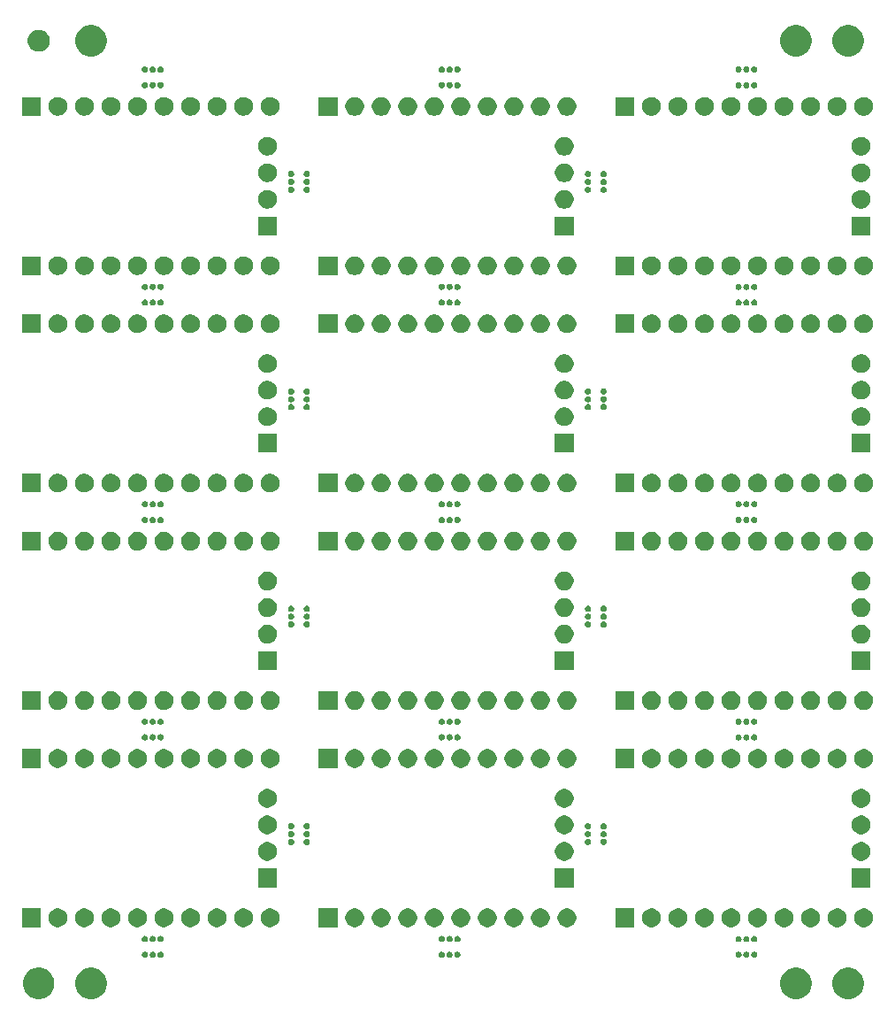
<source format=gbr>
G04 #@! TF.GenerationSoftware,KiCad,Pcbnew,(5.1.5)-2*
G04 #@! TF.CreationDate,2020-08-21T18:58:51+01:00*
G04 #@! TF.ProjectId,STM8S003F3_panel,53544d38-5330-4303-9346-335f70616e65,rev?*
G04 #@! TF.SameCoordinates,Original*
G04 #@! TF.FileFunction,Soldermask,Bot*
G04 #@! TF.FilePolarity,Negative*
%FSLAX46Y46*%
G04 Gerber Fmt 4.6, Leading zero omitted, Abs format (unit mm)*
G04 Created by KiCad (PCBNEW (5.1.5)-2) date 2020-08-21 18:58:51*
%MOMM*%
%LPD*%
G04 APERTURE LIST*
%ADD10C,0.100000*%
G04 APERTURE END LIST*
D10*
G36*
X115451134Y-136309744D02*
G01*
X115724117Y-136422817D01*
X115969794Y-136586974D01*
X116178726Y-136795906D01*
X116342883Y-137041583D01*
X116455956Y-137314566D01*
X116513600Y-137604363D01*
X116513600Y-137899837D01*
X116455956Y-138189634D01*
X116342883Y-138462617D01*
X116178726Y-138708294D01*
X115969794Y-138917226D01*
X115724117Y-139081383D01*
X115451134Y-139194456D01*
X115161337Y-139252100D01*
X114865863Y-139252100D01*
X114576066Y-139194456D01*
X114303083Y-139081383D01*
X114057406Y-138917226D01*
X113848474Y-138708294D01*
X113684317Y-138462617D01*
X113571244Y-138189634D01*
X113513600Y-137899837D01*
X113513600Y-137604363D01*
X113571244Y-137314566D01*
X113684317Y-137041583D01*
X113848474Y-136795906D01*
X114057406Y-136586974D01*
X114303083Y-136422817D01*
X114576066Y-136309744D01*
X114865863Y-136252100D01*
X115161337Y-136252100D01*
X115451134Y-136309744D01*
G37*
G36*
X192951134Y-136309744D02*
G01*
X193224117Y-136422817D01*
X193469794Y-136586974D01*
X193678726Y-136795906D01*
X193842883Y-137041583D01*
X193955956Y-137314566D01*
X194013600Y-137604363D01*
X194013600Y-137899837D01*
X193955956Y-138189634D01*
X193842883Y-138462617D01*
X193678726Y-138708294D01*
X193469794Y-138917226D01*
X193224117Y-139081383D01*
X192951134Y-139194456D01*
X192661337Y-139252100D01*
X192365863Y-139252100D01*
X192076066Y-139194456D01*
X191803083Y-139081383D01*
X191557406Y-138917226D01*
X191348474Y-138708294D01*
X191184317Y-138462617D01*
X191071244Y-138189634D01*
X191013600Y-137899837D01*
X191013600Y-137604363D01*
X191071244Y-137314566D01*
X191184317Y-137041583D01*
X191348474Y-136795906D01*
X191557406Y-136586974D01*
X191803083Y-136422817D01*
X192076066Y-136309744D01*
X192365863Y-136252100D01*
X192661337Y-136252100D01*
X192951134Y-136309744D01*
G37*
G36*
X120451134Y-136309744D02*
G01*
X120724117Y-136422817D01*
X120969794Y-136586974D01*
X121178726Y-136795906D01*
X121342883Y-137041583D01*
X121455956Y-137314566D01*
X121513600Y-137604363D01*
X121513600Y-137899837D01*
X121455956Y-138189634D01*
X121342883Y-138462617D01*
X121178726Y-138708294D01*
X120969794Y-138917226D01*
X120724117Y-139081383D01*
X120451134Y-139194456D01*
X120161337Y-139252100D01*
X119865863Y-139252100D01*
X119576066Y-139194456D01*
X119303083Y-139081383D01*
X119057406Y-138917226D01*
X118848474Y-138708294D01*
X118684317Y-138462617D01*
X118571244Y-138189634D01*
X118513600Y-137899837D01*
X118513600Y-137604363D01*
X118571244Y-137314566D01*
X118684317Y-137041583D01*
X118848474Y-136795906D01*
X119057406Y-136586974D01*
X119303083Y-136422817D01*
X119576066Y-136309744D01*
X119865863Y-136252100D01*
X120161337Y-136252100D01*
X120451134Y-136309744D01*
G37*
G36*
X187951134Y-136309744D02*
G01*
X188224117Y-136422817D01*
X188469794Y-136586974D01*
X188678726Y-136795906D01*
X188842883Y-137041583D01*
X188955956Y-137314566D01*
X189013600Y-137604363D01*
X189013600Y-137899837D01*
X188955956Y-138189634D01*
X188842883Y-138462617D01*
X188678726Y-138708294D01*
X188469794Y-138917226D01*
X188224117Y-139081383D01*
X187951134Y-139194456D01*
X187661337Y-139252100D01*
X187365863Y-139252100D01*
X187076066Y-139194456D01*
X186803083Y-139081383D01*
X186557406Y-138917226D01*
X186348474Y-138708294D01*
X186184317Y-138462617D01*
X186071244Y-138189634D01*
X186013600Y-137899837D01*
X186013600Y-137604363D01*
X186071244Y-137314566D01*
X186184317Y-137041583D01*
X186348474Y-136795906D01*
X186557406Y-136586974D01*
X186803083Y-136422817D01*
X187076066Y-136309744D01*
X187365863Y-136252100D01*
X187661337Y-136252100D01*
X187951134Y-136309744D01*
G37*
G36*
X153683107Y-134713628D02*
G01*
X153737703Y-134736243D01*
X153786839Y-134769074D01*
X153828626Y-134810861D01*
X153861457Y-134859997D01*
X153884072Y-134914593D01*
X153895600Y-134972553D01*
X153895600Y-135031647D01*
X153884072Y-135089607D01*
X153861457Y-135144203D01*
X153828626Y-135193339D01*
X153786839Y-135235126D01*
X153737703Y-135267957D01*
X153683107Y-135290572D01*
X153625147Y-135302100D01*
X153566053Y-135302100D01*
X153508093Y-135290572D01*
X153453497Y-135267957D01*
X153404361Y-135235126D01*
X153362574Y-135193339D01*
X153329743Y-135144203D01*
X153307128Y-135089607D01*
X153295600Y-135031647D01*
X153295600Y-134972553D01*
X153307128Y-134914593D01*
X153329743Y-134859997D01*
X153362574Y-134810861D01*
X153404361Y-134769074D01*
X153453497Y-134736243D01*
X153508093Y-134713628D01*
X153566053Y-134702100D01*
X153625147Y-134702100D01*
X153683107Y-134713628D01*
G37*
G36*
X126767107Y-134713628D02*
G01*
X126821703Y-134736243D01*
X126870839Y-134769074D01*
X126912626Y-134810861D01*
X126945457Y-134859997D01*
X126968072Y-134914593D01*
X126979600Y-134972553D01*
X126979600Y-135031647D01*
X126968072Y-135089607D01*
X126945457Y-135144203D01*
X126912626Y-135193339D01*
X126870839Y-135235126D01*
X126821703Y-135267957D01*
X126767107Y-135290572D01*
X126709147Y-135302100D01*
X126650053Y-135302100D01*
X126592093Y-135290572D01*
X126537497Y-135267957D01*
X126488361Y-135235126D01*
X126446574Y-135193339D01*
X126413743Y-135144203D01*
X126391128Y-135089607D01*
X126379600Y-135031647D01*
X126379600Y-134972553D01*
X126391128Y-134914593D01*
X126413743Y-134859997D01*
X126446574Y-134810861D01*
X126488361Y-134769074D01*
X126537497Y-134736243D01*
X126592093Y-134713628D01*
X126650053Y-134702100D01*
X126709147Y-134702100D01*
X126767107Y-134713628D01*
G37*
G36*
X125267107Y-134713628D02*
G01*
X125321703Y-134736243D01*
X125370839Y-134769074D01*
X125412626Y-134810861D01*
X125445457Y-134859997D01*
X125468072Y-134914593D01*
X125479600Y-134972553D01*
X125479600Y-135031647D01*
X125468072Y-135089607D01*
X125445457Y-135144203D01*
X125412626Y-135193339D01*
X125370839Y-135235126D01*
X125321703Y-135267957D01*
X125267107Y-135290572D01*
X125209147Y-135302100D01*
X125150053Y-135302100D01*
X125092093Y-135290572D01*
X125037497Y-135267957D01*
X124988361Y-135235126D01*
X124946574Y-135193339D01*
X124913743Y-135144203D01*
X124891128Y-135089607D01*
X124879600Y-135031647D01*
X124879600Y-134972553D01*
X124891128Y-134914593D01*
X124913743Y-134859997D01*
X124946574Y-134810861D01*
X124988361Y-134769074D01*
X125037497Y-134736243D01*
X125092093Y-134713628D01*
X125150053Y-134702100D01*
X125209147Y-134702100D01*
X125267107Y-134713628D01*
G37*
G36*
X126017107Y-134713628D02*
G01*
X126071703Y-134736243D01*
X126120839Y-134769074D01*
X126162626Y-134810861D01*
X126195457Y-134859997D01*
X126218072Y-134914593D01*
X126229600Y-134972553D01*
X126229600Y-135031647D01*
X126218072Y-135089607D01*
X126195457Y-135144203D01*
X126162626Y-135193339D01*
X126120839Y-135235126D01*
X126071703Y-135267957D01*
X126017107Y-135290572D01*
X125959147Y-135302100D01*
X125900053Y-135302100D01*
X125842093Y-135290572D01*
X125787497Y-135267957D01*
X125738361Y-135235126D01*
X125696574Y-135193339D01*
X125663743Y-135144203D01*
X125641128Y-135089607D01*
X125629600Y-135031647D01*
X125629600Y-134972553D01*
X125641128Y-134914593D01*
X125663743Y-134859997D01*
X125696574Y-134810861D01*
X125738361Y-134769074D01*
X125787497Y-134736243D01*
X125842093Y-134713628D01*
X125900053Y-134702100D01*
X125959147Y-134702100D01*
X126017107Y-134713628D01*
G37*
G36*
X155183107Y-134713628D02*
G01*
X155237703Y-134736243D01*
X155286839Y-134769074D01*
X155328626Y-134810861D01*
X155361457Y-134859997D01*
X155384072Y-134914593D01*
X155395600Y-134972553D01*
X155395600Y-135031647D01*
X155384072Y-135089607D01*
X155361457Y-135144203D01*
X155328626Y-135193339D01*
X155286839Y-135235126D01*
X155237703Y-135267957D01*
X155183107Y-135290572D01*
X155125147Y-135302100D01*
X155066053Y-135302100D01*
X155008093Y-135290572D01*
X154953497Y-135267957D01*
X154904361Y-135235126D01*
X154862574Y-135193339D01*
X154829743Y-135144203D01*
X154807128Y-135089607D01*
X154795600Y-135031647D01*
X154795600Y-134972553D01*
X154807128Y-134914593D01*
X154829743Y-134859997D01*
X154862574Y-134810861D01*
X154904361Y-134769074D01*
X154953497Y-134736243D01*
X155008093Y-134713628D01*
X155066053Y-134702100D01*
X155125147Y-134702100D01*
X155183107Y-134713628D01*
G37*
G36*
X154433107Y-134713628D02*
G01*
X154487703Y-134736243D01*
X154536839Y-134769074D01*
X154578626Y-134810861D01*
X154611457Y-134859997D01*
X154634072Y-134914593D01*
X154645600Y-134972553D01*
X154645600Y-135031647D01*
X154634072Y-135089607D01*
X154611457Y-135144203D01*
X154578626Y-135193339D01*
X154536839Y-135235126D01*
X154487703Y-135267957D01*
X154433107Y-135290572D01*
X154375147Y-135302100D01*
X154316053Y-135302100D01*
X154258093Y-135290572D01*
X154203497Y-135267957D01*
X154154361Y-135235126D01*
X154112574Y-135193339D01*
X154079743Y-135144203D01*
X154057128Y-135089607D01*
X154045600Y-135031647D01*
X154045600Y-134972553D01*
X154057128Y-134914593D01*
X154079743Y-134859997D01*
X154112574Y-134810861D01*
X154154361Y-134769074D01*
X154203497Y-134736243D01*
X154258093Y-134713628D01*
X154316053Y-134702100D01*
X154375147Y-134702100D01*
X154433107Y-134713628D01*
G37*
G36*
X183599107Y-134713628D02*
G01*
X183653703Y-134736243D01*
X183702839Y-134769074D01*
X183744626Y-134810861D01*
X183777457Y-134859997D01*
X183800072Y-134914593D01*
X183811600Y-134972553D01*
X183811600Y-135031647D01*
X183800072Y-135089607D01*
X183777457Y-135144203D01*
X183744626Y-135193339D01*
X183702839Y-135235126D01*
X183653703Y-135267957D01*
X183599107Y-135290572D01*
X183541147Y-135302100D01*
X183482053Y-135302100D01*
X183424093Y-135290572D01*
X183369497Y-135267957D01*
X183320361Y-135235126D01*
X183278574Y-135193339D01*
X183245743Y-135144203D01*
X183223128Y-135089607D01*
X183211600Y-135031647D01*
X183211600Y-134972553D01*
X183223128Y-134914593D01*
X183245743Y-134859997D01*
X183278574Y-134810861D01*
X183320361Y-134769074D01*
X183369497Y-134736243D01*
X183424093Y-134713628D01*
X183482053Y-134702100D01*
X183541147Y-134702100D01*
X183599107Y-134713628D01*
G37*
G36*
X182849107Y-134713628D02*
G01*
X182903703Y-134736243D01*
X182952839Y-134769074D01*
X182994626Y-134810861D01*
X183027457Y-134859997D01*
X183050072Y-134914593D01*
X183061600Y-134972553D01*
X183061600Y-135031647D01*
X183050072Y-135089607D01*
X183027457Y-135144203D01*
X182994626Y-135193339D01*
X182952839Y-135235126D01*
X182903703Y-135267957D01*
X182849107Y-135290572D01*
X182791147Y-135302100D01*
X182732053Y-135302100D01*
X182674093Y-135290572D01*
X182619497Y-135267957D01*
X182570361Y-135235126D01*
X182528574Y-135193339D01*
X182495743Y-135144203D01*
X182473128Y-135089607D01*
X182461600Y-135031647D01*
X182461600Y-134972553D01*
X182473128Y-134914593D01*
X182495743Y-134859997D01*
X182528574Y-134810861D01*
X182570361Y-134769074D01*
X182619497Y-134736243D01*
X182674093Y-134713628D01*
X182732053Y-134702100D01*
X182791147Y-134702100D01*
X182849107Y-134713628D01*
G37*
G36*
X182099107Y-134713628D02*
G01*
X182153703Y-134736243D01*
X182202839Y-134769074D01*
X182244626Y-134810861D01*
X182277457Y-134859997D01*
X182300072Y-134914593D01*
X182311600Y-134972553D01*
X182311600Y-135031647D01*
X182300072Y-135089607D01*
X182277457Y-135144203D01*
X182244626Y-135193339D01*
X182202839Y-135235126D01*
X182153703Y-135267957D01*
X182099107Y-135290572D01*
X182041147Y-135302100D01*
X181982053Y-135302100D01*
X181924093Y-135290572D01*
X181869497Y-135267957D01*
X181820361Y-135235126D01*
X181778574Y-135193339D01*
X181745743Y-135144203D01*
X181723128Y-135089607D01*
X181711600Y-135031647D01*
X181711600Y-134972553D01*
X181723128Y-134914593D01*
X181745743Y-134859997D01*
X181778574Y-134810861D01*
X181820361Y-134769074D01*
X181869497Y-134736243D01*
X181924093Y-134713628D01*
X181982053Y-134702100D01*
X182041147Y-134702100D01*
X182099107Y-134713628D01*
G37*
G36*
X155183107Y-133213628D02*
G01*
X155237703Y-133236243D01*
X155286839Y-133269074D01*
X155328626Y-133310861D01*
X155361457Y-133359997D01*
X155384072Y-133414593D01*
X155395600Y-133472553D01*
X155395600Y-133531647D01*
X155384072Y-133589607D01*
X155361457Y-133644203D01*
X155328626Y-133693339D01*
X155286839Y-133735126D01*
X155237703Y-133767957D01*
X155183107Y-133790572D01*
X155125147Y-133802100D01*
X155066053Y-133802100D01*
X155008093Y-133790572D01*
X154953497Y-133767957D01*
X154904361Y-133735126D01*
X154862574Y-133693339D01*
X154829743Y-133644203D01*
X154807128Y-133589607D01*
X154795600Y-133531647D01*
X154795600Y-133472553D01*
X154807128Y-133414593D01*
X154829743Y-133359997D01*
X154862574Y-133310861D01*
X154904361Y-133269074D01*
X154953497Y-133236243D01*
X155008093Y-133213628D01*
X155066053Y-133202100D01*
X155125147Y-133202100D01*
X155183107Y-133213628D01*
G37*
G36*
X182849107Y-133213628D02*
G01*
X182903703Y-133236243D01*
X182952839Y-133269074D01*
X182994626Y-133310861D01*
X183027457Y-133359997D01*
X183050072Y-133414593D01*
X183061600Y-133472553D01*
X183061600Y-133531647D01*
X183050072Y-133589607D01*
X183027457Y-133644203D01*
X182994626Y-133693339D01*
X182952839Y-133735126D01*
X182903703Y-133767957D01*
X182849107Y-133790572D01*
X182791147Y-133802100D01*
X182732053Y-133802100D01*
X182674093Y-133790572D01*
X182619497Y-133767957D01*
X182570361Y-133735126D01*
X182528574Y-133693339D01*
X182495743Y-133644203D01*
X182473128Y-133589607D01*
X182461600Y-133531647D01*
X182461600Y-133472553D01*
X182473128Y-133414593D01*
X182495743Y-133359997D01*
X182528574Y-133310861D01*
X182570361Y-133269074D01*
X182619497Y-133236243D01*
X182674093Y-133213628D01*
X182732053Y-133202100D01*
X182791147Y-133202100D01*
X182849107Y-133213628D01*
G37*
G36*
X182099107Y-133213628D02*
G01*
X182153703Y-133236243D01*
X182202839Y-133269074D01*
X182244626Y-133310861D01*
X182277457Y-133359997D01*
X182300072Y-133414593D01*
X182311600Y-133472553D01*
X182311600Y-133531647D01*
X182300072Y-133589607D01*
X182277457Y-133644203D01*
X182244626Y-133693339D01*
X182202839Y-133735126D01*
X182153703Y-133767957D01*
X182099107Y-133790572D01*
X182041147Y-133802100D01*
X181982053Y-133802100D01*
X181924093Y-133790572D01*
X181869497Y-133767957D01*
X181820361Y-133735126D01*
X181778574Y-133693339D01*
X181745743Y-133644203D01*
X181723128Y-133589607D01*
X181711600Y-133531647D01*
X181711600Y-133472553D01*
X181723128Y-133414593D01*
X181745743Y-133359997D01*
X181778574Y-133310861D01*
X181820361Y-133269074D01*
X181869497Y-133236243D01*
X181924093Y-133213628D01*
X181982053Y-133202100D01*
X182041147Y-133202100D01*
X182099107Y-133213628D01*
G37*
G36*
X183599107Y-133213628D02*
G01*
X183653703Y-133236243D01*
X183702839Y-133269074D01*
X183744626Y-133310861D01*
X183777457Y-133359997D01*
X183800072Y-133414593D01*
X183811600Y-133472553D01*
X183811600Y-133531647D01*
X183800072Y-133589607D01*
X183777457Y-133644203D01*
X183744626Y-133693339D01*
X183702839Y-133735126D01*
X183653703Y-133767957D01*
X183599107Y-133790572D01*
X183541147Y-133802100D01*
X183482053Y-133802100D01*
X183424093Y-133790572D01*
X183369497Y-133767957D01*
X183320361Y-133735126D01*
X183278574Y-133693339D01*
X183245743Y-133644203D01*
X183223128Y-133589607D01*
X183211600Y-133531647D01*
X183211600Y-133472553D01*
X183223128Y-133414593D01*
X183245743Y-133359997D01*
X183278574Y-133310861D01*
X183320361Y-133269074D01*
X183369497Y-133236243D01*
X183424093Y-133213628D01*
X183482053Y-133202100D01*
X183541147Y-133202100D01*
X183599107Y-133213628D01*
G37*
G36*
X126767107Y-133213628D02*
G01*
X126821703Y-133236243D01*
X126870839Y-133269074D01*
X126912626Y-133310861D01*
X126945457Y-133359997D01*
X126968072Y-133414593D01*
X126979600Y-133472553D01*
X126979600Y-133531647D01*
X126968072Y-133589607D01*
X126945457Y-133644203D01*
X126912626Y-133693339D01*
X126870839Y-133735126D01*
X126821703Y-133767957D01*
X126767107Y-133790572D01*
X126709147Y-133802100D01*
X126650053Y-133802100D01*
X126592093Y-133790572D01*
X126537497Y-133767957D01*
X126488361Y-133735126D01*
X126446574Y-133693339D01*
X126413743Y-133644203D01*
X126391128Y-133589607D01*
X126379600Y-133531647D01*
X126379600Y-133472553D01*
X126391128Y-133414593D01*
X126413743Y-133359997D01*
X126446574Y-133310861D01*
X126488361Y-133269074D01*
X126537497Y-133236243D01*
X126592093Y-133213628D01*
X126650053Y-133202100D01*
X126709147Y-133202100D01*
X126767107Y-133213628D01*
G37*
G36*
X125267107Y-133213628D02*
G01*
X125321703Y-133236243D01*
X125370839Y-133269074D01*
X125412626Y-133310861D01*
X125445457Y-133359997D01*
X125468072Y-133414593D01*
X125479600Y-133472553D01*
X125479600Y-133531647D01*
X125468072Y-133589607D01*
X125445457Y-133644203D01*
X125412626Y-133693339D01*
X125370839Y-133735126D01*
X125321703Y-133767957D01*
X125267107Y-133790572D01*
X125209147Y-133802100D01*
X125150053Y-133802100D01*
X125092093Y-133790572D01*
X125037497Y-133767957D01*
X124988361Y-133735126D01*
X124946574Y-133693339D01*
X124913743Y-133644203D01*
X124891128Y-133589607D01*
X124879600Y-133531647D01*
X124879600Y-133472553D01*
X124891128Y-133414593D01*
X124913743Y-133359997D01*
X124946574Y-133310861D01*
X124988361Y-133269074D01*
X125037497Y-133236243D01*
X125092093Y-133213628D01*
X125150053Y-133202100D01*
X125209147Y-133202100D01*
X125267107Y-133213628D01*
G37*
G36*
X153683107Y-133213628D02*
G01*
X153737703Y-133236243D01*
X153786839Y-133269074D01*
X153828626Y-133310861D01*
X153861457Y-133359997D01*
X153884072Y-133414593D01*
X153895600Y-133472553D01*
X153895600Y-133531647D01*
X153884072Y-133589607D01*
X153861457Y-133644203D01*
X153828626Y-133693339D01*
X153786839Y-133735126D01*
X153737703Y-133767957D01*
X153683107Y-133790572D01*
X153625147Y-133802100D01*
X153566053Y-133802100D01*
X153508093Y-133790572D01*
X153453497Y-133767957D01*
X153404361Y-133735126D01*
X153362574Y-133693339D01*
X153329743Y-133644203D01*
X153307128Y-133589607D01*
X153295600Y-133531647D01*
X153295600Y-133472553D01*
X153307128Y-133414593D01*
X153329743Y-133359997D01*
X153362574Y-133310861D01*
X153404361Y-133269074D01*
X153453497Y-133236243D01*
X153508093Y-133213628D01*
X153566053Y-133202100D01*
X153625147Y-133202100D01*
X153683107Y-133213628D01*
G37*
G36*
X154433107Y-133213628D02*
G01*
X154487703Y-133236243D01*
X154536839Y-133269074D01*
X154578626Y-133310861D01*
X154611457Y-133359997D01*
X154634072Y-133414593D01*
X154645600Y-133472553D01*
X154645600Y-133531647D01*
X154634072Y-133589607D01*
X154611457Y-133644203D01*
X154578626Y-133693339D01*
X154536839Y-133735126D01*
X154487703Y-133767957D01*
X154433107Y-133790572D01*
X154375147Y-133802100D01*
X154316053Y-133802100D01*
X154258093Y-133790572D01*
X154203497Y-133767957D01*
X154154361Y-133735126D01*
X154112574Y-133693339D01*
X154079743Y-133644203D01*
X154057128Y-133589607D01*
X154045600Y-133531647D01*
X154045600Y-133472553D01*
X154057128Y-133414593D01*
X154079743Y-133359997D01*
X154112574Y-133310861D01*
X154154361Y-133269074D01*
X154203497Y-133236243D01*
X154258093Y-133213628D01*
X154316053Y-133202100D01*
X154375147Y-133202100D01*
X154433107Y-133213628D01*
G37*
G36*
X126017107Y-133213628D02*
G01*
X126071703Y-133236243D01*
X126120839Y-133269074D01*
X126162626Y-133310861D01*
X126195457Y-133359997D01*
X126218072Y-133414593D01*
X126229600Y-133472553D01*
X126229600Y-133531647D01*
X126218072Y-133589607D01*
X126195457Y-133644203D01*
X126162626Y-133693339D01*
X126120839Y-133735126D01*
X126071703Y-133767957D01*
X126017107Y-133790572D01*
X125959147Y-133802100D01*
X125900053Y-133802100D01*
X125842093Y-133790572D01*
X125787497Y-133767957D01*
X125738361Y-133735126D01*
X125696574Y-133693339D01*
X125663743Y-133644203D01*
X125641128Y-133589607D01*
X125629600Y-133531647D01*
X125629600Y-133472553D01*
X125641128Y-133414593D01*
X125663743Y-133359997D01*
X125696574Y-133310861D01*
X125738361Y-133269074D01*
X125787497Y-133236243D01*
X125842093Y-133213628D01*
X125900053Y-133202100D01*
X125959147Y-133202100D01*
X126017107Y-133213628D01*
G37*
G36*
X132342520Y-130610586D02*
G01*
X132506310Y-130678430D01*
X132653717Y-130776924D01*
X132779076Y-130902283D01*
X132877570Y-131049690D01*
X132945414Y-131213480D01*
X132980000Y-131387358D01*
X132980000Y-131564642D01*
X132945414Y-131738520D01*
X132877570Y-131902310D01*
X132779076Y-132049717D01*
X132653717Y-132175076D01*
X132506310Y-132273570D01*
X132342520Y-132341414D01*
X132168642Y-132376000D01*
X131991358Y-132376000D01*
X131817480Y-132341414D01*
X131653690Y-132273570D01*
X131506283Y-132175076D01*
X131380924Y-132049717D01*
X131282430Y-131902310D01*
X131214586Y-131738520D01*
X131180000Y-131564642D01*
X131180000Y-131387358D01*
X131214586Y-131213480D01*
X131282430Y-131049690D01*
X131380924Y-130902283D01*
X131506283Y-130776924D01*
X131653690Y-130678430D01*
X131817480Y-130610586D01*
X131991358Y-130576000D01*
X132168642Y-130576000D01*
X132342520Y-130610586D01*
G37*
G36*
X160758520Y-130610586D02*
G01*
X160922310Y-130678430D01*
X161069717Y-130776924D01*
X161195076Y-130902283D01*
X161293570Y-131049690D01*
X161361414Y-131213480D01*
X161396000Y-131387358D01*
X161396000Y-131564642D01*
X161361414Y-131738520D01*
X161293570Y-131902310D01*
X161195076Y-132049717D01*
X161069717Y-132175076D01*
X160922310Y-132273570D01*
X160758520Y-132341414D01*
X160584642Y-132376000D01*
X160407358Y-132376000D01*
X160233480Y-132341414D01*
X160069690Y-132273570D01*
X159922283Y-132175076D01*
X159796924Y-132049717D01*
X159698430Y-131902310D01*
X159630586Y-131738520D01*
X159596000Y-131564642D01*
X159596000Y-131387358D01*
X159630586Y-131213480D01*
X159698430Y-131049690D01*
X159796924Y-130902283D01*
X159922283Y-130776924D01*
X160069690Y-130678430D01*
X160233480Y-130610586D01*
X160407358Y-130576000D01*
X160584642Y-130576000D01*
X160758520Y-130610586D01*
G37*
G36*
X155678520Y-130610586D02*
G01*
X155842310Y-130678430D01*
X155989717Y-130776924D01*
X156115076Y-130902283D01*
X156213570Y-131049690D01*
X156281414Y-131213480D01*
X156316000Y-131387358D01*
X156316000Y-131564642D01*
X156281414Y-131738520D01*
X156213570Y-131902310D01*
X156115076Y-132049717D01*
X155989717Y-132175076D01*
X155842310Y-132273570D01*
X155678520Y-132341414D01*
X155504642Y-132376000D01*
X155327358Y-132376000D01*
X155153480Y-132341414D01*
X154989690Y-132273570D01*
X154842283Y-132175076D01*
X154716924Y-132049717D01*
X154618430Y-131902310D01*
X154550586Y-131738520D01*
X154516000Y-131564642D01*
X154516000Y-131387358D01*
X154550586Y-131213480D01*
X154618430Y-131049690D01*
X154716924Y-130902283D01*
X154842283Y-130776924D01*
X154989690Y-130678430D01*
X155153480Y-130610586D01*
X155327358Y-130576000D01*
X155504642Y-130576000D01*
X155678520Y-130610586D01*
G37*
G36*
X153138520Y-130610586D02*
G01*
X153302310Y-130678430D01*
X153449717Y-130776924D01*
X153575076Y-130902283D01*
X153673570Y-131049690D01*
X153741414Y-131213480D01*
X153776000Y-131387358D01*
X153776000Y-131564642D01*
X153741414Y-131738520D01*
X153673570Y-131902310D01*
X153575076Y-132049717D01*
X153449717Y-132175076D01*
X153302310Y-132273570D01*
X153138520Y-132341414D01*
X152964642Y-132376000D01*
X152787358Y-132376000D01*
X152613480Y-132341414D01*
X152449690Y-132273570D01*
X152302283Y-132175076D01*
X152176924Y-132049717D01*
X152078430Y-131902310D01*
X152010586Y-131738520D01*
X151976000Y-131564642D01*
X151976000Y-131387358D01*
X152010586Y-131213480D01*
X152078430Y-131049690D01*
X152176924Y-130902283D01*
X152302283Y-130776924D01*
X152449690Y-130678430D01*
X152613480Y-130610586D01*
X152787358Y-130576000D01*
X152964642Y-130576000D01*
X153138520Y-130610586D01*
G37*
G36*
X150598520Y-130610586D02*
G01*
X150762310Y-130678430D01*
X150909717Y-130776924D01*
X151035076Y-130902283D01*
X151133570Y-131049690D01*
X151201414Y-131213480D01*
X151236000Y-131387358D01*
X151236000Y-131564642D01*
X151201414Y-131738520D01*
X151133570Y-131902310D01*
X151035076Y-132049717D01*
X150909717Y-132175076D01*
X150762310Y-132273570D01*
X150598520Y-132341414D01*
X150424642Y-132376000D01*
X150247358Y-132376000D01*
X150073480Y-132341414D01*
X149909690Y-132273570D01*
X149762283Y-132175076D01*
X149636924Y-132049717D01*
X149538430Y-131902310D01*
X149470586Y-131738520D01*
X149436000Y-131564642D01*
X149436000Y-131387358D01*
X149470586Y-131213480D01*
X149538430Y-131049690D01*
X149636924Y-130902283D01*
X149762283Y-130776924D01*
X149909690Y-130678430D01*
X150073480Y-130610586D01*
X150247358Y-130576000D01*
X150424642Y-130576000D01*
X150598520Y-130610586D01*
G37*
G36*
X148058520Y-130610586D02*
G01*
X148222310Y-130678430D01*
X148369717Y-130776924D01*
X148495076Y-130902283D01*
X148593570Y-131049690D01*
X148661414Y-131213480D01*
X148696000Y-131387358D01*
X148696000Y-131564642D01*
X148661414Y-131738520D01*
X148593570Y-131902310D01*
X148495076Y-132049717D01*
X148369717Y-132175076D01*
X148222310Y-132273570D01*
X148058520Y-132341414D01*
X147884642Y-132376000D01*
X147707358Y-132376000D01*
X147533480Y-132341414D01*
X147369690Y-132273570D01*
X147222283Y-132175076D01*
X147096924Y-132049717D01*
X146998430Y-131902310D01*
X146930586Y-131738520D01*
X146896000Y-131564642D01*
X146896000Y-131387358D01*
X146930586Y-131213480D01*
X146998430Y-131049690D01*
X147096924Y-130902283D01*
X147222283Y-130776924D01*
X147369690Y-130678430D01*
X147533480Y-130610586D01*
X147707358Y-130576000D01*
X147884642Y-130576000D01*
X148058520Y-130610586D01*
G37*
G36*
X145518520Y-130610586D02*
G01*
X145682310Y-130678430D01*
X145829717Y-130776924D01*
X145955076Y-130902283D01*
X146053570Y-131049690D01*
X146121414Y-131213480D01*
X146156000Y-131387358D01*
X146156000Y-131564642D01*
X146121414Y-131738520D01*
X146053570Y-131902310D01*
X145955076Y-132049717D01*
X145829717Y-132175076D01*
X145682310Y-132273570D01*
X145518520Y-132341414D01*
X145344642Y-132376000D01*
X145167358Y-132376000D01*
X144993480Y-132341414D01*
X144829690Y-132273570D01*
X144682283Y-132175076D01*
X144556924Y-132049717D01*
X144458430Y-131902310D01*
X144390586Y-131738520D01*
X144356000Y-131564642D01*
X144356000Y-131387358D01*
X144390586Y-131213480D01*
X144458430Y-131049690D01*
X144556924Y-130902283D01*
X144682283Y-130776924D01*
X144829690Y-130678430D01*
X144993480Y-130610586D01*
X145167358Y-130576000D01*
X145344642Y-130576000D01*
X145518520Y-130610586D01*
G37*
G36*
X143616000Y-132376000D02*
G01*
X141816000Y-132376000D01*
X141816000Y-130576000D01*
X143616000Y-130576000D01*
X143616000Y-132376000D01*
G37*
G36*
X137422520Y-130610586D02*
G01*
X137586310Y-130678430D01*
X137733717Y-130776924D01*
X137859076Y-130902283D01*
X137957570Y-131049690D01*
X138025414Y-131213480D01*
X138060000Y-131387358D01*
X138060000Y-131564642D01*
X138025414Y-131738520D01*
X137957570Y-131902310D01*
X137859076Y-132049717D01*
X137733717Y-132175076D01*
X137586310Y-132273570D01*
X137422520Y-132341414D01*
X137248642Y-132376000D01*
X137071358Y-132376000D01*
X136897480Y-132341414D01*
X136733690Y-132273570D01*
X136586283Y-132175076D01*
X136460924Y-132049717D01*
X136362430Y-131902310D01*
X136294586Y-131738520D01*
X136260000Y-131564642D01*
X136260000Y-131387358D01*
X136294586Y-131213480D01*
X136362430Y-131049690D01*
X136460924Y-130902283D01*
X136586283Y-130776924D01*
X136733690Y-130678430D01*
X136897480Y-130610586D01*
X137071358Y-130576000D01*
X137248642Y-130576000D01*
X137422520Y-130610586D01*
G37*
G36*
X134882520Y-130610586D02*
G01*
X135046310Y-130678430D01*
X135193717Y-130776924D01*
X135319076Y-130902283D01*
X135417570Y-131049690D01*
X135485414Y-131213480D01*
X135520000Y-131387358D01*
X135520000Y-131564642D01*
X135485414Y-131738520D01*
X135417570Y-131902310D01*
X135319076Y-132049717D01*
X135193717Y-132175076D01*
X135046310Y-132273570D01*
X134882520Y-132341414D01*
X134708642Y-132376000D01*
X134531358Y-132376000D01*
X134357480Y-132341414D01*
X134193690Y-132273570D01*
X134046283Y-132175076D01*
X133920924Y-132049717D01*
X133822430Y-131902310D01*
X133754586Y-131738520D01*
X133720000Y-131564642D01*
X133720000Y-131387358D01*
X133754586Y-131213480D01*
X133822430Y-131049690D01*
X133920924Y-130902283D01*
X134046283Y-130776924D01*
X134193690Y-130678430D01*
X134357480Y-130610586D01*
X134531358Y-130576000D01*
X134708642Y-130576000D01*
X134882520Y-130610586D01*
G37*
G36*
X129802520Y-130610586D02*
G01*
X129966310Y-130678430D01*
X130113717Y-130776924D01*
X130239076Y-130902283D01*
X130337570Y-131049690D01*
X130405414Y-131213480D01*
X130440000Y-131387358D01*
X130440000Y-131564642D01*
X130405414Y-131738520D01*
X130337570Y-131902310D01*
X130239076Y-132049717D01*
X130113717Y-132175076D01*
X129966310Y-132273570D01*
X129802520Y-132341414D01*
X129628642Y-132376000D01*
X129451358Y-132376000D01*
X129277480Y-132341414D01*
X129113690Y-132273570D01*
X128966283Y-132175076D01*
X128840924Y-132049717D01*
X128742430Y-131902310D01*
X128674586Y-131738520D01*
X128640000Y-131564642D01*
X128640000Y-131387358D01*
X128674586Y-131213480D01*
X128742430Y-131049690D01*
X128840924Y-130902283D01*
X128966283Y-130776924D01*
X129113690Y-130678430D01*
X129277480Y-130610586D01*
X129451358Y-130576000D01*
X129628642Y-130576000D01*
X129802520Y-130610586D01*
G37*
G36*
X127262520Y-130610586D02*
G01*
X127426310Y-130678430D01*
X127573717Y-130776924D01*
X127699076Y-130902283D01*
X127797570Y-131049690D01*
X127865414Y-131213480D01*
X127900000Y-131387358D01*
X127900000Y-131564642D01*
X127865414Y-131738520D01*
X127797570Y-131902310D01*
X127699076Y-132049717D01*
X127573717Y-132175076D01*
X127426310Y-132273570D01*
X127262520Y-132341414D01*
X127088642Y-132376000D01*
X126911358Y-132376000D01*
X126737480Y-132341414D01*
X126573690Y-132273570D01*
X126426283Y-132175076D01*
X126300924Y-132049717D01*
X126202430Y-131902310D01*
X126134586Y-131738520D01*
X126100000Y-131564642D01*
X126100000Y-131387358D01*
X126134586Y-131213480D01*
X126202430Y-131049690D01*
X126300924Y-130902283D01*
X126426283Y-130776924D01*
X126573690Y-130678430D01*
X126737480Y-130610586D01*
X126911358Y-130576000D01*
X127088642Y-130576000D01*
X127262520Y-130610586D01*
G37*
G36*
X124722520Y-130610586D02*
G01*
X124886310Y-130678430D01*
X125033717Y-130776924D01*
X125159076Y-130902283D01*
X125257570Y-131049690D01*
X125325414Y-131213480D01*
X125360000Y-131387358D01*
X125360000Y-131564642D01*
X125325414Y-131738520D01*
X125257570Y-131902310D01*
X125159076Y-132049717D01*
X125033717Y-132175076D01*
X124886310Y-132273570D01*
X124722520Y-132341414D01*
X124548642Y-132376000D01*
X124371358Y-132376000D01*
X124197480Y-132341414D01*
X124033690Y-132273570D01*
X123886283Y-132175076D01*
X123760924Y-132049717D01*
X123662430Y-131902310D01*
X123594586Y-131738520D01*
X123560000Y-131564642D01*
X123560000Y-131387358D01*
X123594586Y-131213480D01*
X123662430Y-131049690D01*
X123760924Y-130902283D01*
X123886283Y-130776924D01*
X124033690Y-130678430D01*
X124197480Y-130610586D01*
X124371358Y-130576000D01*
X124548642Y-130576000D01*
X124722520Y-130610586D01*
G37*
G36*
X122182520Y-130610586D02*
G01*
X122346310Y-130678430D01*
X122493717Y-130776924D01*
X122619076Y-130902283D01*
X122717570Y-131049690D01*
X122785414Y-131213480D01*
X122820000Y-131387358D01*
X122820000Y-131564642D01*
X122785414Y-131738520D01*
X122717570Y-131902310D01*
X122619076Y-132049717D01*
X122493717Y-132175076D01*
X122346310Y-132273570D01*
X122182520Y-132341414D01*
X122008642Y-132376000D01*
X121831358Y-132376000D01*
X121657480Y-132341414D01*
X121493690Y-132273570D01*
X121346283Y-132175076D01*
X121220924Y-132049717D01*
X121122430Y-131902310D01*
X121054586Y-131738520D01*
X121020000Y-131564642D01*
X121020000Y-131387358D01*
X121054586Y-131213480D01*
X121122430Y-131049690D01*
X121220924Y-130902283D01*
X121346283Y-130776924D01*
X121493690Y-130678430D01*
X121657480Y-130610586D01*
X121831358Y-130576000D01*
X122008642Y-130576000D01*
X122182520Y-130610586D01*
G37*
G36*
X176474520Y-130610586D02*
G01*
X176638310Y-130678430D01*
X176785717Y-130776924D01*
X176911076Y-130902283D01*
X177009570Y-131049690D01*
X177077414Y-131213480D01*
X177112000Y-131387358D01*
X177112000Y-131564642D01*
X177077414Y-131738520D01*
X177009570Y-131902310D01*
X176911076Y-132049717D01*
X176785717Y-132175076D01*
X176638310Y-132273570D01*
X176474520Y-132341414D01*
X176300642Y-132376000D01*
X176123358Y-132376000D01*
X175949480Y-132341414D01*
X175785690Y-132273570D01*
X175638283Y-132175076D01*
X175512924Y-132049717D01*
X175414430Y-131902310D01*
X175346586Y-131738520D01*
X175312000Y-131564642D01*
X175312000Y-131387358D01*
X175346586Y-131213480D01*
X175414430Y-131049690D01*
X175512924Y-130902283D01*
X175638283Y-130776924D01*
X175785690Y-130678430D01*
X175949480Y-130610586D01*
X176123358Y-130576000D01*
X176300642Y-130576000D01*
X176474520Y-130610586D01*
G37*
G36*
X165838520Y-130610586D02*
G01*
X166002310Y-130678430D01*
X166149717Y-130776924D01*
X166275076Y-130902283D01*
X166373570Y-131049690D01*
X166441414Y-131213480D01*
X166476000Y-131387358D01*
X166476000Y-131564642D01*
X166441414Y-131738520D01*
X166373570Y-131902310D01*
X166275076Y-132049717D01*
X166149717Y-132175076D01*
X166002310Y-132273570D01*
X165838520Y-132341414D01*
X165664642Y-132376000D01*
X165487358Y-132376000D01*
X165313480Y-132341414D01*
X165149690Y-132273570D01*
X165002283Y-132175076D01*
X164876924Y-132049717D01*
X164778430Y-131902310D01*
X164710586Y-131738520D01*
X164676000Y-131564642D01*
X164676000Y-131387358D01*
X164710586Y-131213480D01*
X164778430Y-131049690D01*
X164876924Y-130902283D01*
X165002283Y-130776924D01*
X165149690Y-130678430D01*
X165313480Y-130610586D01*
X165487358Y-130576000D01*
X165664642Y-130576000D01*
X165838520Y-130610586D01*
G37*
G36*
X119642520Y-130610586D02*
G01*
X119806310Y-130678430D01*
X119953717Y-130776924D01*
X120079076Y-130902283D01*
X120177570Y-131049690D01*
X120245414Y-131213480D01*
X120280000Y-131387358D01*
X120280000Y-131564642D01*
X120245414Y-131738520D01*
X120177570Y-131902310D01*
X120079076Y-132049717D01*
X119953717Y-132175076D01*
X119806310Y-132273570D01*
X119642520Y-132341414D01*
X119468642Y-132376000D01*
X119291358Y-132376000D01*
X119117480Y-132341414D01*
X118953690Y-132273570D01*
X118806283Y-132175076D01*
X118680924Y-132049717D01*
X118582430Y-131902310D01*
X118514586Y-131738520D01*
X118480000Y-131564642D01*
X118480000Y-131387358D01*
X118514586Y-131213480D01*
X118582430Y-131049690D01*
X118680924Y-130902283D01*
X118806283Y-130776924D01*
X118953690Y-130678430D01*
X119117480Y-130610586D01*
X119291358Y-130576000D01*
X119468642Y-130576000D01*
X119642520Y-130610586D01*
G37*
G36*
X115200000Y-132376000D02*
G01*
X113400000Y-132376000D01*
X113400000Y-130576000D01*
X115200000Y-130576000D01*
X115200000Y-132376000D01*
G37*
G36*
X117102520Y-130610586D02*
G01*
X117266310Y-130678430D01*
X117413717Y-130776924D01*
X117539076Y-130902283D01*
X117637570Y-131049690D01*
X117705414Y-131213480D01*
X117740000Y-131387358D01*
X117740000Y-131564642D01*
X117705414Y-131738520D01*
X117637570Y-131902310D01*
X117539076Y-132049717D01*
X117413717Y-132175076D01*
X117266310Y-132273570D01*
X117102520Y-132341414D01*
X116928642Y-132376000D01*
X116751358Y-132376000D01*
X116577480Y-132341414D01*
X116413690Y-132273570D01*
X116266283Y-132175076D01*
X116140924Y-132049717D01*
X116042430Y-131902310D01*
X115974586Y-131738520D01*
X115940000Y-131564642D01*
X115940000Y-131387358D01*
X115974586Y-131213480D01*
X116042430Y-131049690D01*
X116140924Y-130902283D01*
X116266283Y-130776924D01*
X116413690Y-130678430D01*
X116577480Y-130610586D01*
X116751358Y-130576000D01*
X116928642Y-130576000D01*
X117102520Y-130610586D01*
G37*
G36*
X158218520Y-130610586D02*
G01*
X158382310Y-130678430D01*
X158529717Y-130776924D01*
X158655076Y-130902283D01*
X158753570Y-131049690D01*
X158821414Y-131213480D01*
X158856000Y-131387358D01*
X158856000Y-131564642D01*
X158821414Y-131738520D01*
X158753570Y-131902310D01*
X158655076Y-132049717D01*
X158529717Y-132175076D01*
X158382310Y-132273570D01*
X158218520Y-132341414D01*
X158044642Y-132376000D01*
X157867358Y-132376000D01*
X157693480Y-132341414D01*
X157529690Y-132273570D01*
X157382283Y-132175076D01*
X157256924Y-132049717D01*
X157158430Y-131902310D01*
X157090586Y-131738520D01*
X157056000Y-131564642D01*
X157056000Y-131387358D01*
X157090586Y-131213480D01*
X157158430Y-131049690D01*
X157256924Y-130902283D01*
X157382283Y-130776924D01*
X157529690Y-130678430D01*
X157693480Y-130610586D01*
X157867358Y-130576000D01*
X158044642Y-130576000D01*
X158218520Y-130610586D01*
G37*
G36*
X172032000Y-132376000D02*
G01*
X170232000Y-132376000D01*
X170232000Y-130576000D01*
X172032000Y-130576000D01*
X172032000Y-132376000D01*
G37*
G36*
X173934520Y-130610586D02*
G01*
X174098310Y-130678430D01*
X174245717Y-130776924D01*
X174371076Y-130902283D01*
X174469570Y-131049690D01*
X174537414Y-131213480D01*
X174572000Y-131387358D01*
X174572000Y-131564642D01*
X174537414Y-131738520D01*
X174469570Y-131902310D01*
X174371076Y-132049717D01*
X174245717Y-132175076D01*
X174098310Y-132273570D01*
X173934520Y-132341414D01*
X173760642Y-132376000D01*
X173583358Y-132376000D01*
X173409480Y-132341414D01*
X173245690Y-132273570D01*
X173098283Y-132175076D01*
X172972924Y-132049717D01*
X172874430Y-131902310D01*
X172806586Y-131738520D01*
X172772000Y-131564642D01*
X172772000Y-131387358D01*
X172806586Y-131213480D01*
X172874430Y-131049690D01*
X172972924Y-130902283D01*
X173098283Y-130776924D01*
X173245690Y-130678430D01*
X173409480Y-130610586D01*
X173583358Y-130576000D01*
X173760642Y-130576000D01*
X173934520Y-130610586D01*
G37*
G36*
X179014520Y-130610586D02*
G01*
X179178310Y-130678430D01*
X179325717Y-130776924D01*
X179451076Y-130902283D01*
X179549570Y-131049690D01*
X179617414Y-131213480D01*
X179652000Y-131387358D01*
X179652000Y-131564642D01*
X179617414Y-131738520D01*
X179549570Y-131902310D01*
X179451076Y-132049717D01*
X179325717Y-132175076D01*
X179178310Y-132273570D01*
X179014520Y-132341414D01*
X178840642Y-132376000D01*
X178663358Y-132376000D01*
X178489480Y-132341414D01*
X178325690Y-132273570D01*
X178178283Y-132175076D01*
X178052924Y-132049717D01*
X177954430Y-131902310D01*
X177886586Y-131738520D01*
X177852000Y-131564642D01*
X177852000Y-131387358D01*
X177886586Y-131213480D01*
X177954430Y-131049690D01*
X178052924Y-130902283D01*
X178178283Y-130776924D01*
X178325690Y-130678430D01*
X178489480Y-130610586D01*
X178663358Y-130576000D01*
X178840642Y-130576000D01*
X179014520Y-130610586D01*
G37*
G36*
X181554520Y-130610586D02*
G01*
X181718310Y-130678430D01*
X181865717Y-130776924D01*
X181991076Y-130902283D01*
X182089570Y-131049690D01*
X182157414Y-131213480D01*
X182192000Y-131387358D01*
X182192000Y-131564642D01*
X182157414Y-131738520D01*
X182089570Y-131902310D01*
X181991076Y-132049717D01*
X181865717Y-132175076D01*
X181718310Y-132273570D01*
X181554520Y-132341414D01*
X181380642Y-132376000D01*
X181203358Y-132376000D01*
X181029480Y-132341414D01*
X180865690Y-132273570D01*
X180718283Y-132175076D01*
X180592924Y-132049717D01*
X180494430Y-131902310D01*
X180426586Y-131738520D01*
X180392000Y-131564642D01*
X180392000Y-131387358D01*
X180426586Y-131213480D01*
X180494430Y-131049690D01*
X180592924Y-130902283D01*
X180718283Y-130776924D01*
X180865690Y-130678430D01*
X181029480Y-130610586D01*
X181203358Y-130576000D01*
X181380642Y-130576000D01*
X181554520Y-130610586D01*
G37*
G36*
X184094520Y-130610586D02*
G01*
X184258310Y-130678430D01*
X184405717Y-130776924D01*
X184531076Y-130902283D01*
X184629570Y-131049690D01*
X184697414Y-131213480D01*
X184732000Y-131387358D01*
X184732000Y-131564642D01*
X184697414Y-131738520D01*
X184629570Y-131902310D01*
X184531076Y-132049717D01*
X184405717Y-132175076D01*
X184258310Y-132273570D01*
X184094520Y-132341414D01*
X183920642Y-132376000D01*
X183743358Y-132376000D01*
X183569480Y-132341414D01*
X183405690Y-132273570D01*
X183258283Y-132175076D01*
X183132924Y-132049717D01*
X183034430Y-131902310D01*
X182966586Y-131738520D01*
X182932000Y-131564642D01*
X182932000Y-131387358D01*
X182966586Y-131213480D01*
X183034430Y-131049690D01*
X183132924Y-130902283D01*
X183258283Y-130776924D01*
X183405690Y-130678430D01*
X183569480Y-130610586D01*
X183743358Y-130576000D01*
X183920642Y-130576000D01*
X184094520Y-130610586D01*
G37*
G36*
X186634520Y-130610586D02*
G01*
X186798310Y-130678430D01*
X186945717Y-130776924D01*
X187071076Y-130902283D01*
X187169570Y-131049690D01*
X187237414Y-131213480D01*
X187272000Y-131387358D01*
X187272000Y-131564642D01*
X187237414Y-131738520D01*
X187169570Y-131902310D01*
X187071076Y-132049717D01*
X186945717Y-132175076D01*
X186798310Y-132273570D01*
X186634520Y-132341414D01*
X186460642Y-132376000D01*
X186283358Y-132376000D01*
X186109480Y-132341414D01*
X185945690Y-132273570D01*
X185798283Y-132175076D01*
X185672924Y-132049717D01*
X185574430Y-131902310D01*
X185506586Y-131738520D01*
X185472000Y-131564642D01*
X185472000Y-131387358D01*
X185506586Y-131213480D01*
X185574430Y-131049690D01*
X185672924Y-130902283D01*
X185798283Y-130776924D01*
X185945690Y-130678430D01*
X186109480Y-130610586D01*
X186283358Y-130576000D01*
X186460642Y-130576000D01*
X186634520Y-130610586D01*
G37*
G36*
X189174520Y-130610586D02*
G01*
X189338310Y-130678430D01*
X189485717Y-130776924D01*
X189611076Y-130902283D01*
X189709570Y-131049690D01*
X189777414Y-131213480D01*
X189812000Y-131387358D01*
X189812000Y-131564642D01*
X189777414Y-131738520D01*
X189709570Y-131902310D01*
X189611076Y-132049717D01*
X189485717Y-132175076D01*
X189338310Y-132273570D01*
X189174520Y-132341414D01*
X189000642Y-132376000D01*
X188823358Y-132376000D01*
X188649480Y-132341414D01*
X188485690Y-132273570D01*
X188338283Y-132175076D01*
X188212924Y-132049717D01*
X188114430Y-131902310D01*
X188046586Y-131738520D01*
X188012000Y-131564642D01*
X188012000Y-131387358D01*
X188046586Y-131213480D01*
X188114430Y-131049690D01*
X188212924Y-130902283D01*
X188338283Y-130776924D01*
X188485690Y-130678430D01*
X188649480Y-130610586D01*
X188823358Y-130576000D01*
X189000642Y-130576000D01*
X189174520Y-130610586D01*
G37*
G36*
X191714520Y-130610586D02*
G01*
X191878310Y-130678430D01*
X192025717Y-130776924D01*
X192151076Y-130902283D01*
X192249570Y-131049690D01*
X192317414Y-131213480D01*
X192352000Y-131387358D01*
X192352000Y-131564642D01*
X192317414Y-131738520D01*
X192249570Y-131902310D01*
X192151076Y-132049717D01*
X192025717Y-132175076D01*
X191878310Y-132273570D01*
X191714520Y-132341414D01*
X191540642Y-132376000D01*
X191363358Y-132376000D01*
X191189480Y-132341414D01*
X191025690Y-132273570D01*
X190878283Y-132175076D01*
X190752924Y-132049717D01*
X190654430Y-131902310D01*
X190586586Y-131738520D01*
X190552000Y-131564642D01*
X190552000Y-131387358D01*
X190586586Y-131213480D01*
X190654430Y-131049690D01*
X190752924Y-130902283D01*
X190878283Y-130776924D01*
X191025690Y-130678430D01*
X191189480Y-130610586D01*
X191363358Y-130576000D01*
X191540642Y-130576000D01*
X191714520Y-130610586D01*
G37*
G36*
X194254520Y-130610586D02*
G01*
X194418310Y-130678430D01*
X194565717Y-130776924D01*
X194691076Y-130902283D01*
X194789570Y-131049690D01*
X194857414Y-131213480D01*
X194892000Y-131387358D01*
X194892000Y-131564642D01*
X194857414Y-131738520D01*
X194789570Y-131902310D01*
X194691076Y-132049717D01*
X194565717Y-132175076D01*
X194418310Y-132273570D01*
X194254520Y-132341414D01*
X194080642Y-132376000D01*
X193903358Y-132376000D01*
X193729480Y-132341414D01*
X193565690Y-132273570D01*
X193418283Y-132175076D01*
X193292924Y-132049717D01*
X193194430Y-131902310D01*
X193126586Y-131738520D01*
X193092000Y-131564642D01*
X193092000Y-131387358D01*
X193126586Y-131213480D01*
X193194430Y-131049690D01*
X193292924Y-130902283D01*
X193418283Y-130776924D01*
X193565690Y-130678430D01*
X193729480Y-130610586D01*
X193903358Y-130576000D01*
X194080642Y-130576000D01*
X194254520Y-130610586D01*
G37*
G36*
X163298520Y-130610586D02*
G01*
X163462310Y-130678430D01*
X163609717Y-130776924D01*
X163735076Y-130902283D01*
X163833570Y-131049690D01*
X163901414Y-131213480D01*
X163936000Y-131387358D01*
X163936000Y-131564642D01*
X163901414Y-131738520D01*
X163833570Y-131902310D01*
X163735076Y-132049717D01*
X163609717Y-132175076D01*
X163462310Y-132273570D01*
X163298520Y-132341414D01*
X163124642Y-132376000D01*
X162947358Y-132376000D01*
X162773480Y-132341414D01*
X162609690Y-132273570D01*
X162462283Y-132175076D01*
X162336924Y-132049717D01*
X162238430Y-131902310D01*
X162170586Y-131738520D01*
X162136000Y-131564642D01*
X162136000Y-131387358D01*
X162170586Y-131213480D01*
X162238430Y-131049690D01*
X162336924Y-130902283D01*
X162462283Y-130776924D01*
X162609690Y-130678430D01*
X162773480Y-130610586D01*
X162947358Y-130576000D01*
X163124642Y-130576000D01*
X163298520Y-130610586D01*
G37*
G36*
X194638000Y-128566000D02*
G01*
X192838000Y-128566000D01*
X192838000Y-126766000D01*
X194638000Y-126766000D01*
X194638000Y-128566000D01*
G37*
G36*
X166222000Y-128566000D02*
G01*
X164422000Y-128566000D01*
X164422000Y-126766000D01*
X166222000Y-126766000D01*
X166222000Y-128566000D01*
G37*
G36*
X137806000Y-128566000D02*
G01*
X136006000Y-128566000D01*
X136006000Y-126766000D01*
X137806000Y-126766000D01*
X137806000Y-128566000D01*
G37*
G36*
X194000520Y-124260586D02*
G01*
X194164310Y-124328430D01*
X194311717Y-124426924D01*
X194437076Y-124552283D01*
X194535570Y-124699690D01*
X194603414Y-124863480D01*
X194638000Y-125037358D01*
X194638000Y-125214642D01*
X194603414Y-125388520D01*
X194535570Y-125552310D01*
X194437076Y-125699717D01*
X194311717Y-125825076D01*
X194164310Y-125923570D01*
X194000520Y-125991414D01*
X193826642Y-126026000D01*
X193649358Y-126026000D01*
X193475480Y-125991414D01*
X193311690Y-125923570D01*
X193164283Y-125825076D01*
X193038924Y-125699717D01*
X192940430Y-125552310D01*
X192872586Y-125388520D01*
X192838000Y-125214642D01*
X192838000Y-125037358D01*
X192872586Y-124863480D01*
X192940430Y-124699690D01*
X193038924Y-124552283D01*
X193164283Y-124426924D01*
X193311690Y-124328430D01*
X193475480Y-124260586D01*
X193649358Y-124226000D01*
X193826642Y-124226000D01*
X194000520Y-124260586D01*
G37*
G36*
X137168520Y-124260586D02*
G01*
X137332310Y-124328430D01*
X137479717Y-124426924D01*
X137605076Y-124552283D01*
X137703570Y-124699690D01*
X137771414Y-124863480D01*
X137806000Y-125037358D01*
X137806000Y-125214642D01*
X137771414Y-125388520D01*
X137703570Y-125552310D01*
X137605076Y-125699717D01*
X137479717Y-125825076D01*
X137332310Y-125923570D01*
X137168520Y-125991414D01*
X136994642Y-126026000D01*
X136817358Y-126026000D01*
X136643480Y-125991414D01*
X136479690Y-125923570D01*
X136332283Y-125825076D01*
X136206924Y-125699717D01*
X136108430Y-125552310D01*
X136040586Y-125388520D01*
X136006000Y-125214642D01*
X136006000Y-125037358D01*
X136040586Y-124863480D01*
X136108430Y-124699690D01*
X136206924Y-124552283D01*
X136332283Y-124426924D01*
X136479690Y-124328430D01*
X136643480Y-124260586D01*
X136817358Y-124226000D01*
X136994642Y-124226000D01*
X137168520Y-124260586D01*
G37*
G36*
X165584520Y-124260586D02*
G01*
X165748310Y-124328430D01*
X165895717Y-124426924D01*
X166021076Y-124552283D01*
X166119570Y-124699690D01*
X166187414Y-124863480D01*
X166222000Y-125037358D01*
X166222000Y-125214642D01*
X166187414Y-125388520D01*
X166119570Y-125552310D01*
X166021076Y-125699717D01*
X165895717Y-125825076D01*
X165748310Y-125923570D01*
X165584520Y-125991414D01*
X165410642Y-126026000D01*
X165233358Y-126026000D01*
X165059480Y-125991414D01*
X164895690Y-125923570D01*
X164748283Y-125825076D01*
X164622924Y-125699717D01*
X164524430Y-125552310D01*
X164456586Y-125388520D01*
X164422000Y-125214642D01*
X164422000Y-125037358D01*
X164456586Y-124863480D01*
X164524430Y-124699690D01*
X164622924Y-124552283D01*
X164748283Y-124426924D01*
X164895690Y-124328430D01*
X165059480Y-124260586D01*
X165233358Y-124226000D01*
X165410642Y-124226000D01*
X165584520Y-124260586D01*
G37*
G36*
X169183107Y-123917628D02*
G01*
X169237703Y-123940243D01*
X169286839Y-123973074D01*
X169328626Y-124014861D01*
X169361457Y-124063997D01*
X169384072Y-124118593D01*
X169395600Y-124176553D01*
X169395600Y-124235647D01*
X169384072Y-124293607D01*
X169361457Y-124348203D01*
X169328626Y-124397339D01*
X169286839Y-124439126D01*
X169237703Y-124471957D01*
X169183107Y-124494572D01*
X169125147Y-124506100D01*
X169066053Y-124506100D01*
X169008093Y-124494572D01*
X168953497Y-124471957D01*
X168904361Y-124439126D01*
X168862574Y-124397339D01*
X168829743Y-124348203D01*
X168807128Y-124293607D01*
X168795600Y-124235647D01*
X168795600Y-124176553D01*
X168807128Y-124118593D01*
X168829743Y-124063997D01*
X168862574Y-124014861D01*
X168904361Y-123973074D01*
X168953497Y-123940243D01*
X169008093Y-123917628D01*
X169066053Y-123906100D01*
X169125147Y-123906100D01*
X169183107Y-123917628D01*
G37*
G36*
X167683107Y-123917628D02*
G01*
X167737703Y-123940243D01*
X167786839Y-123973074D01*
X167828626Y-124014861D01*
X167861457Y-124063997D01*
X167884072Y-124118593D01*
X167895600Y-124176553D01*
X167895600Y-124235647D01*
X167884072Y-124293607D01*
X167861457Y-124348203D01*
X167828626Y-124397339D01*
X167786839Y-124439126D01*
X167737703Y-124471957D01*
X167683107Y-124494572D01*
X167625147Y-124506100D01*
X167566053Y-124506100D01*
X167508093Y-124494572D01*
X167453497Y-124471957D01*
X167404361Y-124439126D01*
X167362574Y-124397339D01*
X167329743Y-124348203D01*
X167307128Y-124293607D01*
X167295600Y-124235647D01*
X167295600Y-124176553D01*
X167307128Y-124118593D01*
X167329743Y-124063997D01*
X167362574Y-124014861D01*
X167404361Y-123973074D01*
X167453497Y-123940243D01*
X167508093Y-123917628D01*
X167566053Y-123906100D01*
X167625147Y-123906100D01*
X167683107Y-123917628D01*
G37*
G36*
X139267107Y-123917628D02*
G01*
X139321703Y-123940243D01*
X139370839Y-123973074D01*
X139412626Y-124014861D01*
X139445457Y-124063997D01*
X139468072Y-124118593D01*
X139479600Y-124176553D01*
X139479600Y-124235647D01*
X139468072Y-124293607D01*
X139445457Y-124348203D01*
X139412626Y-124397339D01*
X139370839Y-124439126D01*
X139321703Y-124471957D01*
X139267107Y-124494572D01*
X139209147Y-124506100D01*
X139150053Y-124506100D01*
X139092093Y-124494572D01*
X139037497Y-124471957D01*
X138988361Y-124439126D01*
X138946574Y-124397339D01*
X138913743Y-124348203D01*
X138891128Y-124293607D01*
X138879600Y-124235647D01*
X138879600Y-124176553D01*
X138891128Y-124118593D01*
X138913743Y-124063997D01*
X138946574Y-124014861D01*
X138988361Y-123973074D01*
X139037497Y-123940243D01*
X139092093Y-123917628D01*
X139150053Y-123906100D01*
X139209147Y-123906100D01*
X139267107Y-123917628D01*
G37*
G36*
X140767107Y-123917628D02*
G01*
X140821703Y-123940243D01*
X140870839Y-123973074D01*
X140912626Y-124014861D01*
X140945457Y-124063997D01*
X140968072Y-124118593D01*
X140979600Y-124176553D01*
X140979600Y-124235647D01*
X140968072Y-124293607D01*
X140945457Y-124348203D01*
X140912626Y-124397339D01*
X140870839Y-124439126D01*
X140821703Y-124471957D01*
X140767107Y-124494572D01*
X140709147Y-124506100D01*
X140650053Y-124506100D01*
X140592093Y-124494572D01*
X140537497Y-124471957D01*
X140488361Y-124439126D01*
X140446574Y-124397339D01*
X140413743Y-124348203D01*
X140391128Y-124293607D01*
X140379600Y-124235647D01*
X140379600Y-124176553D01*
X140391128Y-124118593D01*
X140413743Y-124063997D01*
X140446574Y-124014861D01*
X140488361Y-123973074D01*
X140537497Y-123940243D01*
X140592093Y-123917628D01*
X140650053Y-123906100D01*
X140709147Y-123906100D01*
X140767107Y-123917628D01*
G37*
G36*
X139267107Y-123167628D02*
G01*
X139321703Y-123190243D01*
X139370839Y-123223074D01*
X139412626Y-123264861D01*
X139445457Y-123313997D01*
X139468072Y-123368593D01*
X139479600Y-123426553D01*
X139479600Y-123485647D01*
X139468072Y-123543607D01*
X139445457Y-123598203D01*
X139412626Y-123647339D01*
X139370839Y-123689126D01*
X139321703Y-123721957D01*
X139267107Y-123744572D01*
X139209147Y-123756100D01*
X139150053Y-123756100D01*
X139092093Y-123744572D01*
X139037497Y-123721957D01*
X138988361Y-123689126D01*
X138946574Y-123647339D01*
X138913743Y-123598203D01*
X138891128Y-123543607D01*
X138879600Y-123485647D01*
X138879600Y-123426553D01*
X138891128Y-123368593D01*
X138913743Y-123313997D01*
X138946574Y-123264861D01*
X138988361Y-123223074D01*
X139037497Y-123190243D01*
X139092093Y-123167628D01*
X139150053Y-123156100D01*
X139209147Y-123156100D01*
X139267107Y-123167628D01*
G37*
G36*
X140767107Y-123167628D02*
G01*
X140821703Y-123190243D01*
X140870839Y-123223074D01*
X140912626Y-123264861D01*
X140945457Y-123313997D01*
X140968072Y-123368593D01*
X140979600Y-123426553D01*
X140979600Y-123485647D01*
X140968072Y-123543607D01*
X140945457Y-123598203D01*
X140912626Y-123647339D01*
X140870839Y-123689126D01*
X140821703Y-123721957D01*
X140767107Y-123744572D01*
X140709147Y-123756100D01*
X140650053Y-123756100D01*
X140592093Y-123744572D01*
X140537497Y-123721957D01*
X140488361Y-123689126D01*
X140446574Y-123647339D01*
X140413743Y-123598203D01*
X140391128Y-123543607D01*
X140379600Y-123485647D01*
X140379600Y-123426553D01*
X140391128Y-123368593D01*
X140413743Y-123313997D01*
X140446574Y-123264861D01*
X140488361Y-123223074D01*
X140537497Y-123190243D01*
X140592093Y-123167628D01*
X140650053Y-123156100D01*
X140709147Y-123156100D01*
X140767107Y-123167628D01*
G37*
G36*
X167683107Y-123167628D02*
G01*
X167737703Y-123190243D01*
X167786839Y-123223074D01*
X167828626Y-123264861D01*
X167861457Y-123313997D01*
X167884072Y-123368593D01*
X167895600Y-123426553D01*
X167895600Y-123485647D01*
X167884072Y-123543607D01*
X167861457Y-123598203D01*
X167828626Y-123647339D01*
X167786839Y-123689126D01*
X167737703Y-123721957D01*
X167683107Y-123744572D01*
X167625147Y-123756100D01*
X167566053Y-123756100D01*
X167508093Y-123744572D01*
X167453497Y-123721957D01*
X167404361Y-123689126D01*
X167362574Y-123647339D01*
X167329743Y-123598203D01*
X167307128Y-123543607D01*
X167295600Y-123485647D01*
X167295600Y-123426553D01*
X167307128Y-123368593D01*
X167329743Y-123313997D01*
X167362574Y-123264861D01*
X167404361Y-123223074D01*
X167453497Y-123190243D01*
X167508093Y-123167628D01*
X167566053Y-123156100D01*
X167625147Y-123156100D01*
X167683107Y-123167628D01*
G37*
G36*
X169183107Y-123167628D02*
G01*
X169237703Y-123190243D01*
X169286839Y-123223074D01*
X169328626Y-123264861D01*
X169361457Y-123313997D01*
X169384072Y-123368593D01*
X169395600Y-123426553D01*
X169395600Y-123485647D01*
X169384072Y-123543607D01*
X169361457Y-123598203D01*
X169328626Y-123647339D01*
X169286839Y-123689126D01*
X169237703Y-123721957D01*
X169183107Y-123744572D01*
X169125147Y-123756100D01*
X169066053Y-123756100D01*
X169008093Y-123744572D01*
X168953497Y-123721957D01*
X168904361Y-123689126D01*
X168862574Y-123647339D01*
X168829743Y-123598203D01*
X168807128Y-123543607D01*
X168795600Y-123485647D01*
X168795600Y-123426553D01*
X168807128Y-123368593D01*
X168829743Y-123313997D01*
X168862574Y-123264861D01*
X168904361Y-123223074D01*
X168953497Y-123190243D01*
X169008093Y-123167628D01*
X169066053Y-123156100D01*
X169125147Y-123156100D01*
X169183107Y-123167628D01*
G37*
G36*
X194000520Y-121720586D02*
G01*
X194164310Y-121788430D01*
X194311717Y-121886924D01*
X194437076Y-122012283D01*
X194535570Y-122159690D01*
X194603414Y-122323480D01*
X194638000Y-122497358D01*
X194638000Y-122674642D01*
X194603414Y-122848520D01*
X194535570Y-123012310D01*
X194437076Y-123159717D01*
X194311717Y-123285076D01*
X194164310Y-123383570D01*
X194000520Y-123451414D01*
X193826642Y-123486000D01*
X193649358Y-123486000D01*
X193475480Y-123451414D01*
X193311690Y-123383570D01*
X193164283Y-123285076D01*
X193038924Y-123159717D01*
X192940430Y-123012310D01*
X192872586Y-122848520D01*
X192838000Y-122674642D01*
X192838000Y-122497358D01*
X192872586Y-122323480D01*
X192940430Y-122159690D01*
X193038924Y-122012283D01*
X193164283Y-121886924D01*
X193311690Y-121788430D01*
X193475480Y-121720586D01*
X193649358Y-121686000D01*
X193826642Y-121686000D01*
X194000520Y-121720586D01*
G37*
G36*
X165584520Y-121720586D02*
G01*
X165748310Y-121788430D01*
X165895717Y-121886924D01*
X166021076Y-122012283D01*
X166119570Y-122159690D01*
X166187414Y-122323480D01*
X166222000Y-122497358D01*
X166222000Y-122674642D01*
X166187414Y-122848520D01*
X166119570Y-123012310D01*
X166021076Y-123159717D01*
X165895717Y-123285076D01*
X165748310Y-123383570D01*
X165584520Y-123451414D01*
X165410642Y-123486000D01*
X165233358Y-123486000D01*
X165059480Y-123451414D01*
X164895690Y-123383570D01*
X164748283Y-123285076D01*
X164622924Y-123159717D01*
X164524430Y-123012310D01*
X164456586Y-122848520D01*
X164422000Y-122674642D01*
X164422000Y-122497358D01*
X164456586Y-122323480D01*
X164524430Y-122159690D01*
X164622924Y-122012283D01*
X164748283Y-121886924D01*
X164895690Y-121788430D01*
X165059480Y-121720586D01*
X165233358Y-121686000D01*
X165410642Y-121686000D01*
X165584520Y-121720586D01*
G37*
G36*
X137168520Y-121720586D02*
G01*
X137332310Y-121788430D01*
X137479717Y-121886924D01*
X137605076Y-122012283D01*
X137703570Y-122159690D01*
X137771414Y-122323480D01*
X137806000Y-122497358D01*
X137806000Y-122674642D01*
X137771414Y-122848520D01*
X137703570Y-123012310D01*
X137605076Y-123159717D01*
X137479717Y-123285076D01*
X137332310Y-123383570D01*
X137168520Y-123451414D01*
X136994642Y-123486000D01*
X136817358Y-123486000D01*
X136643480Y-123451414D01*
X136479690Y-123383570D01*
X136332283Y-123285076D01*
X136206924Y-123159717D01*
X136108430Y-123012310D01*
X136040586Y-122848520D01*
X136006000Y-122674642D01*
X136006000Y-122497358D01*
X136040586Y-122323480D01*
X136108430Y-122159690D01*
X136206924Y-122012283D01*
X136332283Y-121886924D01*
X136479690Y-121788430D01*
X136643480Y-121720586D01*
X136817358Y-121686000D01*
X136994642Y-121686000D01*
X137168520Y-121720586D01*
G37*
G36*
X140767107Y-122417628D02*
G01*
X140821703Y-122440243D01*
X140870839Y-122473074D01*
X140912626Y-122514861D01*
X140945457Y-122563997D01*
X140968072Y-122618593D01*
X140979600Y-122676553D01*
X140979600Y-122735647D01*
X140968072Y-122793607D01*
X140945457Y-122848203D01*
X140912626Y-122897339D01*
X140870839Y-122939126D01*
X140821703Y-122971957D01*
X140767107Y-122994572D01*
X140709147Y-123006100D01*
X140650053Y-123006100D01*
X140592093Y-122994572D01*
X140537497Y-122971957D01*
X140488361Y-122939126D01*
X140446574Y-122897339D01*
X140413743Y-122848203D01*
X140391128Y-122793607D01*
X140379600Y-122735647D01*
X140379600Y-122676553D01*
X140391128Y-122618593D01*
X140413743Y-122563997D01*
X140446574Y-122514861D01*
X140488361Y-122473074D01*
X140537497Y-122440243D01*
X140592093Y-122417628D01*
X140650053Y-122406100D01*
X140709147Y-122406100D01*
X140767107Y-122417628D01*
G37*
G36*
X139267107Y-122417628D02*
G01*
X139321703Y-122440243D01*
X139370839Y-122473074D01*
X139412626Y-122514861D01*
X139445457Y-122563997D01*
X139468072Y-122618593D01*
X139479600Y-122676553D01*
X139479600Y-122735647D01*
X139468072Y-122793607D01*
X139445457Y-122848203D01*
X139412626Y-122897339D01*
X139370839Y-122939126D01*
X139321703Y-122971957D01*
X139267107Y-122994572D01*
X139209147Y-123006100D01*
X139150053Y-123006100D01*
X139092093Y-122994572D01*
X139037497Y-122971957D01*
X138988361Y-122939126D01*
X138946574Y-122897339D01*
X138913743Y-122848203D01*
X138891128Y-122793607D01*
X138879600Y-122735647D01*
X138879600Y-122676553D01*
X138891128Y-122618593D01*
X138913743Y-122563997D01*
X138946574Y-122514861D01*
X138988361Y-122473074D01*
X139037497Y-122440243D01*
X139092093Y-122417628D01*
X139150053Y-122406100D01*
X139209147Y-122406100D01*
X139267107Y-122417628D01*
G37*
G36*
X169183107Y-122417628D02*
G01*
X169237703Y-122440243D01*
X169286839Y-122473074D01*
X169328626Y-122514861D01*
X169361457Y-122563997D01*
X169384072Y-122618593D01*
X169395600Y-122676553D01*
X169395600Y-122735647D01*
X169384072Y-122793607D01*
X169361457Y-122848203D01*
X169328626Y-122897339D01*
X169286839Y-122939126D01*
X169237703Y-122971957D01*
X169183107Y-122994572D01*
X169125147Y-123006100D01*
X169066053Y-123006100D01*
X169008093Y-122994572D01*
X168953497Y-122971957D01*
X168904361Y-122939126D01*
X168862574Y-122897339D01*
X168829743Y-122848203D01*
X168807128Y-122793607D01*
X168795600Y-122735647D01*
X168795600Y-122676553D01*
X168807128Y-122618593D01*
X168829743Y-122563997D01*
X168862574Y-122514861D01*
X168904361Y-122473074D01*
X168953497Y-122440243D01*
X169008093Y-122417628D01*
X169066053Y-122406100D01*
X169125147Y-122406100D01*
X169183107Y-122417628D01*
G37*
G36*
X167683107Y-122417628D02*
G01*
X167737703Y-122440243D01*
X167786839Y-122473074D01*
X167828626Y-122514861D01*
X167861457Y-122563997D01*
X167884072Y-122618593D01*
X167895600Y-122676553D01*
X167895600Y-122735647D01*
X167884072Y-122793607D01*
X167861457Y-122848203D01*
X167828626Y-122897339D01*
X167786839Y-122939126D01*
X167737703Y-122971957D01*
X167683107Y-122994572D01*
X167625147Y-123006100D01*
X167566053Y-123006100D01*
X167508093Y-122994572D01*
X167453497Y-122971957D01*
X167404361Y-122939126D01*
X167362574Y-122897339D01*
X167329743Y-122848203D01*
X167307128Y-122793607D01*
X167295600Y-122735647D01*
X167295600Y-122676553D01*
X167307128Y-122618593D01*
X167329743Y-122563997D01*
X167362574Y-122514861D01*
X167404361Y-122473074D01*
X167453497Y-122440243D01*
X167508093Y-122417628D01*
X167566053Y-122406100D01*
X167625147Y-122406100D01*
X167683107Y-122417628D01*
G37*
G36*
X194000520Y-119180586D02*
G01*
X194164310Y-119248430D01*
X194311717Y-119346924D01*
X194437076Y-119472283D01*
X194535570Y-119619690D01*
X194603414Y-119783480D01*
X194638000Y-119957358D01*
X194638000Y-120134642D01*
X194603414Y-120308520D01*
X194535570Y-120472310D01*
X194437076Y-120619717D01*
X194311717Y-120745076D01*
X194164310Y-120843570D01*
X194000520Y-120911414D01*
X193826642Y-120946000D01*
X193649358Y-120946000D01*
X193475480Y-120911414D01*
X193311690Y-120843570D01*
X193164283Y-120745076D01*
X193038924Y-120619717D01*
X192940430Y-120472310D01*
X192872586Y-120308520D01*
X192838000Y-120134642D01*
X192838000Y-119957358D01*
X192872586Y-119783480D01*
X192940430Y-119619690D01*
X193038924Y-119472283D01*
X193164283Y-119346924D01*
X193311690Y-119248430D01*
X193475480Y-119180586D01*
X193649358Y-119146000D01*
X193826642Y-119146000D01*
X194000520Y-119180586D01*
G37*
G36*
X137168520Y-119180586D02*
G01*
X137332310Y-119248430D01*
X137479717Y-119346924D01*
X137605076Y-119472283D01*
X137703570Y-119619690D01*
X137771414Y-119783480D01*
X137806000Y-119957358D01*
X137806000Y-120134642D01*
X137771414Y-120308520D01*
X137703570Y-120472310D01*
X137605076Y-120619717D01*
X137479717Y-120745076D01*
X137332310Y-120843570D01*
X137168520Y-120911414D01*
X136994642Y-120946000D01*
X136817358Y-120946000D01*
X136643480Y-120911414D01*
X136479690Y-120843570D01*
X136332283Y-120745076D01*
X136206924Y-120619717D01*
X136108430Y-120472310D01*
X136040586Y-120308520D01*
X136006000Y-120134642D01*
X136006000Y-119957358D01*
X136040586Y-119783480D01*
X136108430Y-119619690D01*
X136206924Y-119472283D01*
X136332283Y-119346924D01*
X136479690Y-119248430D01*
X136643480Y-119180586D01*
X136817358Y-119146000D01*
X136994642Y-119146000D01*
X137168520Y-119180586D01*
G37*
G36*
X165584520Y-119180586D02*
G01*
X165748310Y-119248430D01*
X165895717Y-119346924D01*
X166021076Y-119472283D01*
X166119570Y-119619690D01*
X166187414Y-119783480D01*
X166222000Y-119957358D01*
X166222000Y-120134642D01*
X166187414Y-120308520D01*
X166119570Y-120472310D01*
X166021076Y-120619717D01*
X165895717Y-120745076D01*
X165748310Y-120843570D01*
X165584520Y-120911414D01*
X165410642Y-120946000D01*
X165233358Y-120946000D01*
X165059480Y-120911414D01*
X164895690Y-120843570D01*
X164748283Y-120745076D01*
X164622924Y-120619717D01*
X164524430Y-120472310D01*
X164456586Y-120308520D01*
X164422000Y-120134642D01*
X164422000Y-119957358D01*
X164456586Y-119783480D01*
X164524430Y-119619690D01*
X164622924Y-119472283D01*
X164748283Y-119346924D01*
X164895690Y-119248430D01*
X165059480Y-119180586D01*
X165233358Y-119146000D01*
X165410642Y-119146000D01*
X165584520Y-119180586D01*
G37*
G36*
X150598520Y-115370586D02*
G01*
X150762310Y-115438430D01*
X150909717Y-115536924D01*
X151035076Y-115662283D01*
X151133570Y-115809690D01*
X151201414Y-115973480D01*
X151236000Y-116147358D01*
X151236000Y-116324642D01*
X151201414Y-116498520D01*
X151133570Y-116662310D01*
X151035076Y-116809717D01*
X150909717Y-116935076D01*
X150762310Y-117033570D01*
X150598520Y-117101414D01*
X150424642Y-117136000D01*
X150247358Y-117136000D01*
X150073480Y-117101414D01*
X149909690Y-117033570D01*
X149762283Y-116935076D01*
X149636924Y-116809717D01*
X149538430Y-116662310D01*
X149470586Y-116498520D01*
X149436000Y-116324642D01*
X149436000Y-116147358D01*
X149470586Y-115973480D01*
X149538430Y-115809690D01*
X149636924Y-115662283D01*
X149762283Y-115536924D01*
X149909690Y-115438430D01*
X150073480Y-115370586D01*
X150247358Y-115336000D01*
X150424642Y-115336000D01*
X150598520Y-115370586D01*
G37*
G36*
X173934520Y-115370586D02*
G01*
X174098310Y-115438430D01*
X174245717Y-115536924D01*
X174371076Y-115662283D01*
X174469570Y-115809690D01*
X174537414Y-115973480D01*
X174572000Y-116147358D01*
X174572000Y-116324642D01*
X174537414Y-116498520D01*
X174469570Y-116662310D01*
X174371076Y-116809717D01*
X174245717Y-116935076D01*
X174098310Y-117033570D01*
X173934520Y-117101414D01*
X173760642Y-117136000D01*
X173583358Y-117136000D01*
X173409480Y-117101414D01*
X173245690Y-117033570D01*
X173098283Y-116935076D01*
X172972924Y-116809717D01*
X172874430Y-116662310D01*
X172806586Y-116498520D01*
X172772000Y-116324642D01*
X172772000Y-116147358D01*
X172806586Y-115973480D01*
X172874430Y-115809690D01*
X172972924Y-115662283D01*
X173098283Y-115536924D01*
X173245690Y-115438430D01*
X173409480Y-115370586D01*
X173583358Y-115336000D01*
X173760642Y-115336000D01*
X173934520Y-115370586D01*
G37*
G36*
X176474520Y-115370586D02*
G01*
X176638310Y-115438430D01*
X176785717Y-115536924D01*
X176911076Y-115662283D01*
X177009570Y-115809690D01*
X177077414Y-115973480D01*
X177112000Y-116147358D01*
X177112000Y-116324642D01*
X177077414Y-116498520D01*
X177009570Y-116662310D01*
X176911076Y-116809717D01*
X176785717Y-116935076D01*
X176638310Y-117033570D01*
X176474520Y-117101414D01*
X176300642Y-117136000D01*
X176123358Y-117136000D01*
X175949480Y-117101414D01*
X175785690Y-117033570D01*
X175638283Y-116935076D01*
X175512924Y-116809717D01*
X175414430Y-116662310D01*
X175346586Y-116498520D01*
X175312000Y-116324642D01*
X175312000Y-116147358D01*
X175346586Y-115973480D01*
X175414430Y-115809690D01*
X175512924Y-115662283D01*
X175638283Y-115536924D01*
X175785690Y-115438430D01*
X175949480Y-115370586D01*
X176123358Y-115336000D01*
X176300642Y-115336000D01*
X176474520Y-115370586D01*
G37*
G36*
X179014520Y-115370586D02*
G01*
X179178310Y-115438430D01*
X179325717Y-115536924D01*
X179451076Y-115662283D01*
X179549570Y-115809690D01*
X179617414Y-115973480D01*
X179652000Y-116147358D01*
X179652000Y-116324642D01*
X179617414Y-116498520D01*
X179549570Y-116662310D01*
X179451076Y-116809717D01*
X179325717Y-116935076D01*
X179178310Y-117033570D01*
X179014520Y-117101414D01*
X178840642Y-117136000D01*
X178663358Y-117136000D01*
X178489480Y-117101414D01*
X178325690Y-117033570D01*
X178178283Y-116935076D01*
X178052924Y-116809717D01*
X177954430Y-116662310D01*
X177886586Y-116498520D01*
X177852000Y-116324642D01*
X177852000Y-116147358D01*
X177886586Y-115973480D01*
X177954430Y-115809690D01*
X178052924Y-115662283D01*
X178178283Y-115536924D01*
X178325690Y-115438430D01*
X178489480Y-115370586D01*
X178663358Y-115336000D01*
X178840642Y-115336000D01*
X179014520Y-115370586D01*
G37*
G36*
X181554520Y-115370586D02*
G01*
X181718310Y-115438430D01*
X181865717Y-115536924D01*
X181991076Y-115662283D01*
X182089570Y-115809690D01*
X182157414Y-115973480D01*
X182192000Y-116147358D01*
X182192000Y-116324642D01*
X182157414Y-116498520D01*
X182089570Y-116662310D01*
X181991076Y-116809717D01*
X181865717Y-116935076D01*
X181718310Y-117033570D01*
X181554520Y-117101414D01*
X181380642Y-117136000D01*
X181203358Y-117136000D01*
X181029480Y-117101414D01*
X180865690Y-117033570D01*
X180718283Y-116935076D01*
X180592924Y-116809717D01*
X180494430Y-116662310D01*
X180426586Y-116498520D01*
X180392000Y-116324642D01*
X180392000Y-116147358D01*
X180426586Y-115973480D01*
X180494430Y-115809690D01*
X180592924Y-115662283D01*
X180718283Y-115536924D01*
X180865690Y-115438430D01*
X181029480Y-115370586D01*
X181203358Y-115336000D01*
X181380642Y-115336000D01*
X181554520Y-115370586D01*
G37*
G36*
X184094520Y-115370586D02*
G01*
X184258310Y-115438430D01*
X184405717Y-115536924D01*
X184531076Y-115662283D01*
X184629570Y-115809690D01*
X184697414Y-115973480D01*
X184732000Y-116147358D01*
X184732000Y-116324642D01*
X184697414Y-116498520D01*
X184629570Y-116662310D01*
X184531076Y-116809717D01*
X184405717Y-116935076D01*
X184258310Y-117033570D01*
X184094520Y-117101414D01*
X183920642Y-117136000D01*
X183743358Y-117136000D01*
X183569480Y-117101414D01*
X183405690Y-117033570D01*
X183258283Y-116935076D01*
X183132924Y-116809717D01*
X183034430Y-116662310D01*
X182966586Y-116498520D01*
X182932000Y-116324642D01*
X182932000Y-116147358D01*
X182966586Y-115973480D01*
X183034430Y-115809690D01*
X183132924Y-115662283D01*
X183258283Y-115536924D01*
X183405690Y-115438430D01*
X183569480Y-115370586D01*
X183743358Y-115336000D01*
X183920642Y-115336000D01*
X184094520Y-115370586D01*
G37*
G36*
X186634520Y-115370586D02*
G01*
X186798310Y-115438430D01*
X186945717Y-115536924D01*
X187071076Y-115662283D01*
X187169570Y-115809690D01*
X187237414Y-115973480D01*
X187272000Y-116147358D01*
X187272000Y-116324642D01*
X187237414Y-116498520D01*
X187169570Y-116662310D01*
X187071076Y-116809717D01*
X186945717Y-116935076D01*
X186798310Y-117033570D01*
X186634520Y-117101414D01*
X186460642Y-117136000D01*
X186283358Y-117136000D01*
X186109480Y-117101414D01*
X185945690Y-117033570D01*
X185798283Y-116935076D01*
X185672924Y-116809717D01*
X185574430Y-116662310D01*
X185506586Y-116498520D01*
X185472000Y-116324642D01*
X185472000Y-116147358D01*
X185506586Y-115973480D01*
X185574430Y-115809690D01*
X185672924Y-115662283D01*
X185798283Y-115536924D01*
X185945690Y-115438430D01*
X186109480Y-115370586D01*
X186283358Y-115336000D01*
X186460642Y-115336000D01*
X186634520Y-115370586D01*
G37*
G36*
X137422520Y-115370586D02*
G01*
X137586310Y-115438430D01*
X137733717Y-115536924D01*
X137859076Y-115662283D01*
X137957570Y-115809690D01*
X138025414Y-115973480D01*
X138060000Y-116147358D01*
X138060000Y-116324642D01*
X138025414Y-116498520D01*
X137957570Y-116662310D01*
X137859076Y-116809717D01*
X137733717Y-116935076D01*
X137586310Y-117033570D01*
X137422520Y-117101414D01*
X137248642Y-117136000D01*
X137071358Y-117136000D01*
X136897480Y-117101414D01*
X136733690Y-117033570D01*
X136586283Y-116935076D01*
X136460924Y-116809717D01*
X136362430Y-116662310D01*
X136294586Y-116498520D01*
X136260000Y-116324642D01*
X136260000Y-116147358D01*
X136294586Y-115973480D01*
X136362430Y-115809690D01*
X136460924Y-115662283D01*
X136586283Y-115536924D01*
X136733690Y-115438430D01*
X136897480Y-115370586D01*
X137071358Y-115336000D01*
X137248642Y-115336000D01*
X137422520Y-115370586D01*
G37*
G36*
X134882520Y-115370586D02*
G01*
X135046310Y-115438430D01*
X135193717Y-115536924D01*
X135319076Y-115662283D01*
X135417570Y-115809690D01*
X135485414Y-115973480D01*
X135520000Y-116147358D01*
X135520000Y-116324642D01*
X135485414Y-116498520D01*
X135417570Y-116662310D01*
X135319076Y-116809717D01*
X135193717Y-116935076D01*
X135046310Y-117033570D01*
X134882520Y-117101414D01*
X134708642Y-117136000D01*
X134531358Y-117136000D01*
X134357480Y-117101414D01*
X134193690Y-117033570D01*
X134046283Y-116935076D01*
X133920924Y-116809717D01*
X133822430Y-116662310D01*
X133754586Y-116498520D01*
X133720000Y-116324642D01*
X133720000Y-116147358D01*
X133754586Y-115973480D01*
X133822430Y-115809690D01*
X133920924Y-115662283D01*
X134046283Y-115536924D01*
X134193690Y-115438430D01*
X134357480Y-115370586D01*
X134531358Y-115336000D01*
X134708642Y-115336000D01*
X134882520Y-115370586D01*
G37*
G36*
X132342520Y-115370586D02*
G01*
X132506310Y-115438430D01*
X132653717Y-115536924D01*
X132779076Y-115662283D01*
X132877570Y-115809690D01*
X132945414Y-115973480D01*
X132980000Y-116147358D01*
X132980000Y-116324642D01*
X132945414Y-116498520D01*
X132877570Y-116662310D01*
X132779076Y-116809717D01*
X132653717Y-116935076D01*
X132506310Y-117033570D01*
X132342520Y-117101414D01*
X132168642Y-117136000D01*
X131991358Y-117136000D01*
X131817480Y-117101414D01*
X131653690Y-117033570D01*
X131506283Y-116935076D01*
X131380924Y-116809717D01*
X131282430Y-116662310D01*
X131214586Y-116498520D01*
X131180000Y-116324642D01*
X131180000Y-116147358D01*
X131214586Y-115973480D01*
X131282430Y-115809690D01*
X131380924Y-115662283D01*
X131506283Y-115536924D01*
X131653690Y-115438430D01*
X131817480Y-115370586D01*
X131991358Y-115336000D01*
X132168642Y-115336000D01*
X132342520Y-115370586D01*
G37*
G36*
X129802520Y-115370586D02*
G01*
X129966310Y-115438430D01*
X130113717Y-115536924D01*
X130239076Y-115662283D01*
X130337570Y-115809690D01*
X130405414Y-115973480D01*
X130440000Y-116147358D01*
X130440000Y-116324642D01*
X130405414Y-116498520D01*
X130337570Y-116662310D01*
X130239076Y-116809717D01*
X130113717Y-116935076D01*
X129966310Y-117033570D01*
X129802520Y-117101414D01*
X129628642Y-117136000D01*
X129451358Y-117136000D01*
X129277480Y-117101414D01*
X129113690Y-117033570D01*
X128966283Y-116935076D01*
X128840924Y-116809717D01*
X128742430Y-116662310D01*
X128674586Y-116498520D01*
X128640000Y-116324642D01*
X128640000Y-116147358D01*
X128674586Y-115973480D01*
X128742430Y-115809690D01*
X128840924Y-115662283D01*
X128966283Y-115536924D01*
X129113690Y-115438430D01*
X129277480Y-115370586D01*
X129451358Y-115336000D01*
X129628642Y-115336000D01*
X129802520Y-115370586D01*
G37*
G36*
X127262520Y-115370586D02*
G01*
X127426310Y-115438430D01*
X127573717Y-115536924D01*
X127699076Y-115662283D01*
X127797570Y-115809690D01*
X127865414Y-115973480D01*
X127900000Y-116147358D01*
X127900000Y-116324642D01*
X127865414Y-116498520D01*
X127797570Y-116662310D01*
X127699076Y-116809717D01*
X127573717Y-116935076D01*
X127426310Y-117033570D01*
X127262520Y-117101414D01*
X127088642Y-117136000D01*
X126911358Y-117136000D01*
X126737480Y-117101414D01*
X126573690Y-117033570D01*
X126426283Y-116935076D01*
X126300924Y-116809717D01*
X126202430Y-116662310D01*
X126134586Y-116498520D01*
X126100000Y-116324642D01*
X126100000Y-116147358D01*
X126134586Y-115973480D01*
X126202430Y-115809690D01*
X126300924Y-115662283D01*
X126426283Y-115536924D01*
X126573690Y-115438430D01*
X126737480Y-115370586D01*
X126911358Y-115336000D01*
X127088642Y-115336000D01*
X127262520Y-115370586D01*
G37*
G36*
X124722520Y-115370586D02*
G01*
X124886310Y-115438430D01*
X125033717Y-115536924D01*
X125159076Y-115662283D01*
X125257570Y-115809690D01*
X125325414Y-115973480D01*
X125360000Y-116147358D01*
X125360000Y-116324642D01*
X125325414Y-116498520D01*
X125257570Y-116662310D01*
X125159076Y-116809717D01*
X125033717Y-116935076D01*
X124886310Y-117033570D01*
X124722520Y-117101414D01*
X124548642Y-117136000D01*
X124371358Y-117136000D01*
X124197480Y-117101414D01*
X124033690Y-117033570D01*
X123886283Y-116935076D01*
X123760924Y-116809717D01*
X123662430Y-116662310D01*
X123594586Y-116498520D01*
X123560000Y-116324642D01*
X123560000Y-116147358D01*
X123594586Y-115973480D01*
X123662430Y-115809690D01*
X123760924Y-115662283D01*
X123886283Y-115536924D01*
X124033690Y-115438430D01*
X124197480Y-115370586D01*
X124371358Y-115336000D01*
X124548642Y-115336000D01*
X124722520Y-115370586D01*
G37*
G36*
X122182520Y-115370586D02*
G01*
X122346310Y-115438430D01*
X122493717Y-115536924D01*
X122619076Y-115662283D01*
X122717570Y-115809690D01*
X122785414Y-115973480D01*
X122820000Y-116147358D01*
X122820000Y-116324642D01*
X122785414Y-116498520D01*
X122717570Y-116662310D01*
X122619076Y-116809717D01*
X122493717Y-116935076D01*
X122346310Y-117033570D01*
X122182520Y-117101414D01*
X122008642Y-117136000D01*
X121831358Y-117136000D01*
X121657480Y-117101414D01*
X121493690Y-117033570D01*
X121346283Y-116935076D01*
X121220924Y-116809717D01*
X121122430Y-116662310D01*
X121054586Y-116498520D01*
X121020000Y-116324642D01*
X121020000Y-116147358D01*
X121054586Y-115973480D01*
X121122430Y-115809690D01*
X121220924Y-115662283D01*
X121346283Y-115536924D01*
X121493690Y-115438430D01*
X121657480Y-115370586D01*
X121831358Y-115336000D01*
X122008642Y-115336000D01*
X122182520Y-115370586D01*
G37*
G36*
X119642520Y-115370586D02*
G01*
X119806310Y-115438430D01*
X119953717Y-115536924D01*
X120079076Y-115662283D01*
X120177570Y-115809690D01*
X120245414Y-115973480D01*
X120280000Y-116147358D01*
X120280000Y-116324642D01*
X120245414Y-116498520D01*
X120177570Y-116662310D01*
X120079076Y-116809717D01*
X119953717Y-116935076D01*
X119806310Y-117033570D01*
X119642520Y-117101414D01*
X119468642Y-117136000D01*
X119291358Y-117136000D01*
X119117480Y-117101414D01*
X118953690Y-117033570D01*
X118806283Y-116935076D01*
X118680924Y-116809717D01*
X118582430Y-116662310D01*
X118514586Y-116498520D01*
X118480000Y-116324642D01*
X118480000Y-116147358D01*
X118514586Y-115973480D01*
X118582430Y-115809690D01*
X118680924Y-115662283D01*
X118806283Y-115536924D01*
X118953690Y-115438430D01*
X119117480Y-115370586D01*
X119291358Y-115336000D01*
X119468642Y-115336000D01*
X119642520Y-115370586D01*
G37*
G36*
X115200000Y-117136000D02*
G01*
X113400000Y-117136000D01*
X113400000Y-115336000D01*
X115200000Y-115336000D01*
X115200000Y-117136000D01*
G37*
G36*
X189174520Y-115370586D02*
G01*
X189338310Y-115438430D01*
X189485717Y-115536924D01*
X189611076Y-115662283D01*
X189709570Y-115809690D01*
X189777414Y-115973480D01*
X189812000Y-116147358D01*
X189812000Y-116324642D01*
X189777414Y-116498520D01*
X189709570Y-116662310D01*
X189611076Y-116809717D01*
X189485717Y-116935076D01*
X189338310Y-117033570D01*
X189174520Y-117101414D01*
X189000642Y-117136000D01*
X188823358Y-117136000D01*
X188649480Y-117101414D01*
X188485690Y-117033570D01*
X188338283Y-116935076D01*
X188212924Y-116809717D01*
X188114430Y-116662310D01*
X188046586Y-116498520D01*
X188012000Y-116324642D01*
X188012000Y-116147358D01*
X188046586Y-115973480D01*
X188114430Y-115809690D01*
X188212924Y-115662283D01*
X188338283Y-115536924D01*
X188485690Y-115438430D01*
X188649480Y-115370586D01*
X188823358Y-115336000D01*
X189000642Y-115336000D01*
X189174520Y-115370586D01*
G37*
G36*
X194254520Y-115370586D02*
G01*
X194418310Y-115438430D01*
X194565717Y-115536924D01*
X194691076Y-115662283D01*
X194789570Y-115809690D01*
X194857414Y-115973480D01*
X194892000Y-116147358D01*
X194892000Y-116324642D01*
X194857414Y-116498520D01*
X194789570Y-116662310D01*
X194691076Y-116809717D01*
X194565717Y-116935076D01*
X194418310Y-117033570D01*
X194254520Y-117101414D01*
X194080642Y-117136000D01*
X193903358Y-117136000D01*
X193729480Y-117101414D01*
X193565690Y-117033570D01*
X193418283Y-116935076D01*
X193292924Y-116809717D01*
X193194430Y-116662310D01*
X193126586Y-116498520D01*
X193092000Y-116324642D01*
X193092000Y-116147358D01*
X193126586Y-115973480D01*
X193194430Y-115809690D01*
X193292924Y-115662283D01*
X193418283Y-115536924D01*
X193565690Y-115438430D01*
X193729480Y-115370586D01*
X193903358Y-115336000D01*
X194080642Y-115336000D01*
X194254520Y-115370586D01*
G37*
G36*
X191714520Y-115370586D02*
G01*
X191878310Y-115438430D01*
X192025717Y-115536924D01*
X192151076Y-115662283D01*
X192249570Y-115809690D01*
X192317414Y-115973480D01*
X192352000Y-116147358D01*
X192352000Y-116324642D01*
X192317414Y-116498520D01*
X192249570Y-116662310D01*
X192151076Y-116809717D01*
X192025717Y-116935076D01*
X191878310Y-117033570D01*
X191714520Y-117101414D01*
X191540642Y-117136000D01*
X191363358Y-117136000D01*
X191189480Y-117101414D01*
X191025690Y-117033570D01*
X190878283Y-116935076D01*
X190752924Y-116809717D01*
X190654430Y-116662310D01*
X190586586Y-116498520D01*
X190552000Y-116324642D01*
X190552000Y-116147358D01*
X190586586Y-115973480D01*
X190654430Y-115809690D01*
X190752924Y-115662283D01*
X190878283Y-115536924D01*
X191025690Y-115438430D01*
X191189480Y-115370586D01*
X191363358Y-115336000D01*
X191540642Y-115336000D01*
X191714520Y-115370586D01*
G37*
G36*
X117102520Y-115370586D02*
G01*
X117266310Y-115438430D01*
X117413717Y-115536924D01*
X117539076Y-115662283D01*
X117637570Y-115809690D01*
X117705414Y-115973480D01*
X117740000Y-116147358D01*
X117740000Y-116324642D01*
X117705414Y-116498520D01*
X117637570Y-116662310D01*
X117539076Y-116809717D01*
X117413717Y-116935076D01*
X117266310Y-117033570D01*
X117102520Y-117101414D01*
X116928642Y-117136000D01*
X116751358Y-117136000D01*
X116577480Y-117101414D01*
X116413690Y-117033570D01*
X116266283Y-116935076D01*
X116140924Y-116809717D01*
X116042430Y-116662310D01*
X115974586Y-116498520D01*
X115940000Y-116324642D01*
X115940000Y-116147358D01*
X115974586Y-115973480D01*
X116042430Y-115809690D01*
X116140924Y-115662283D01*
X116266283Y-115536924D01*
X116413690Y-115438430D01*
X116577480Y-115370586D01*
X116751358Y-115336000D01*
X116928642Y-115336000D01*
X117102520Y-115370586D01*
G37*
G36*
X143616000Y-117136000D02*
G01*
X141816000Y-117136000D01*
X141816000Y-115336000D01*
X143616000Y-115336000D01*
X143616000Y-117136000D01*
G37*
G36*
X145518520Y-115370586D02*
G01*
X145682310Y-115438430D01*
X145829717Y-115536924D01*
X145955076Y-115662283D01*
X146053570Y-115809690D01*
X146121414Y-115973480D01*
X146156000Y-116147358D01*
X146156000Y-116324642D01*
X146121414Y-116498520D01*
X146053570Y-116662310D01*
X145955076Y-116809717D01*
X145829717Y-116935076D01*
X145682310Y-117033570D01*
X145518520Y-117101414D01*
X145344642Y-117136000D01*
X145167358Y-117136000D01*
X144993480Y-117101414D01*
X144829690Y-117033570D01*
X144682283Y-116935076D01*
X144556924Y-116809717D01*
X144458430Y-116662310D01*
X144390586Y-116498520D01*
X144356000Y-116324642D01*
X144356000Y-116147358D01*
X144390586Y-115973480D01*
X144458430Y-115809690D01*
X144556924Y-115662283D01*
X144682283Y-115536924D01*
X144829690Y-115438430D01*
X144993480Y-115370586D01*
X145167358Y-115336000D01*
X145344642Y-115336000D01*
X145518520Y-115370586D01*
G37*
G36*
X148058520Y-115370586D02*
G01*
X148222310Y-115438430D01*
X148369717Y-115536924D01*
X148495076Y-115662283D01*
X148593570Y-115809690D01*
X148661414Y-115973480D01*
X148696000Y-116147358D01*
X148696000Y-116324642D01*
X148661414Y-116498520D01*
X148593570Y-116662310D01*
X148495076Y-116809717D01*
X148369717Y-116935076D01*
X148222310Y-117033570D01*
X148058520Y-117101414D01*
X147884642Y-117136000D01*
X147707358Y-117136000D01*
X147533480Y-117101414D01*
X147369690Y-117033570D01*
X147222283Y-116935076D01*
X147096924Y-116809717D01*
X146998430Y-116662310D01*
X146930586Y-116498520D01*
X146896000Y-116324642D01*
X146896000Y-116147358D01*
X146930586Y-115973480D01*
X146998430Y-115809690D01*
X147096924Y-115662283D01*
X147222283Y-115536924D01*
X147369690Y-115438430D01*
X147533480Y-115370586D01*
X147707358Y-115336000D01*
X147884642Y-115336000D01*
X148058520Y-115370586D01*
G37*
G36*
X153138520Y-115370586D02*
G01*
X153302310Y-115438430D01*
X153449717Y-115536924D01*
X153575076Y-115662283D01*
X153673570Y-115809690D01*
X153741414Y-115973480D01*
X153776000Y-116147358D01*
X153776000Y-116324642D01*
X153741414Y-116498520D01*
X153673570Y-116662310D01*
X153575076Y-116809717D01*
X153449717Y-116935076D01*
X153302310Y-117033570D01*
X153138520Y-117101414D01*
X152964642Y-117136000D01*
X152787358Y-117136000D01*
X152613480Y-117101414D01*
X152449690Y-117033570D01*
X152302283Y-116935076D01*
X152176924Y-116809717D01*
X152078430Y-116662310D01*
X152010586Y-116498520D01*
X151976000Y-116324642D01*
X151976000Y-116147358D01*
X152010586Y-115973480D01*
X152078430Y-115809690D01*
X152176924Y-115662283D01*
X152302283Y-115536924D01*
X152449690Y-115438430D01*
X152613480Y-115370586D01*
X152787358Y-115336000D01*
X152964642Y-115336000D01*
X153138520Y-115370586D01*
G37*
G36*
X155678520Y-115370586D02*
G01*
X155842310Y-115438430D01*
X155989717Y-115536924D01*
X156115076Y-115662283D01*
X156213570Y-115809690D01*
X156281414Y-115973480D01*
X156316000Y-116147358D01*
X156316000Y-116324642D01*
X156281414Y-116498520D01*
X156213570Y-116662310D01*
X156115076Y-116809717D01*
X155989717Y-116935076D01*
X155842310Y-117033570D01*
X155678520Y-117101414D01*
X155504642Y-117136000D01*
X155327358Y-117136000D01*
X155153480Y-117101414D01*
X154989690Y-117033570D01*
X154842283Y-116935076D01*
X154716924Y-116809717D01*
X154618430Y-116662310D01*
X154550586Y-116498520D01*
X154516000Y-116324642D01*
X154516000Y-116147358D01*
X154550586Y-115973480D01*
X154618430Y-115809690D01*
X154716924Y-115662283D01*
X154842283Y-115536924D01*
X154989690Y-115438430D01*
X155153480Y-115370586D01*
X155327358Y-115336000D01*
X155504642Y-115336000D01*
X155678520Y-115370586D01*
G37*
G36*
X158218520Y-115370586D02*
G01*
X158382310Y-115438430D01*
X158529717Y-115536924D01*
X158655076Y-115662283D01*
X158753570Y-115809690D01*
X158821414Y-115973480D01*
X158856000Y-116147358D01*
X158856000Y-116324642D01*
X158821414Y-116498520D01*
X158753570Y-116662310D01*
X158655076Y-116809717D01*
X158529717Y-116935076D01*
X158382310Y-117033570D01*
X158218520Y-117101414D01*
X158044642Y-117136000D01*
X157867358Y-117136000D01*
X157693480Y-117101414D01*
X157529690Y-117033570D01*
X157382283Y-116935076D01*
X157256924Y-116809717D01*
X157158430Y-116662310D01*
X157090586Y-116498520D01*
X157056000Y-116324642D01*
X157056000Y-116147358D01*
X157090586Y-115973480D01*
X157158430Y-115809690D01*
X157256924Y-115662283D01*
X157382283Y-115536924D01*
X157529690Y-115438430D01*
X157693480Y-115370586D01*
X157867358Y-115336000D01*
X158044642Y-115336000D01*
X158218520Y-115370586D01*
G37*
G36*
X160758520Y-115370586D02*
G01*
X160922310Y-115438430D01*
X161069717Y-115536924D01*
X161195076Y-115662283D01*
X161293570Y-115809690D01*
X161361414Y-115973480D01*
X161396000Y-116147358D01*
X161396000Y-116324642D01*
X161361414Y-116498520D01*
X161293570Y-116662310D01*
X161195076Y-116809717D01*
X161069717Y-116935076D01*
X160922310Y-117033570D01*
X160758520Y-117101414D01*
X160584642Y-117136000D01*
X160407358Y-117136000D01*
X160233480Y-117101414D01*
X160069690Y-117033570D01*
X159922283Y-116935076D01*
X159796924Y-116809717D01*
X159698430Y-116662310D01*
X159630586Y-116498520D01*
X159596000Y-116324642D01*
X159596000Y-116147358D01*
X159630586Y-115973480D01*
X159698430Y-115809690D01*
X159796924Y-115662283D01*
X159922283Y-115536924D01*
X160069690Y-115438430D01*
X160233480Y-115370586D01*
X160407358Y-115336000D01*
X160584642Y-115336000D01*
X160758520Y-115370586D01*
G37*
G36*
X163298520Y-115370586D02*
G01*
X163462310Y-115438430D01*
X163609717Y-115536924D01*
X163735076Y-115662283D01*
X163833570Y-115809690D01*
X163901414Y-115973480D01*
X163936000Y-116147358D01*
X163936000Y-116324642D01*
X163901414Y-116498520D01*
X163833570Y-116662310D01*
X163735076Y-116809717D01*
X163609717Y-116935076D01*
X163462310Y-117033570D01*
X163298520Y-117101414D01*
X163124642Y-117136000D01*
X162947358Y-117136000D01*
X162773480Y-117101414D01*
X162609690Y-117033570D01*
X162462283Y-116935076D01*
X162336924Y-116809717D01*
X162238430Y-116662310D01*
X162170586Y-116498520D01*
X162136000Y-116324642D01*
X162136000Y-116147358D01*
X162170586Y-115973480D01*
X162238430Y-115809690D01*
X162336924Y-115662283D01*
X162462283Y-115536924D01*
X162609690Y-115438430D01*
X162773480Y-115370586D01*
X162947358Y-115336000D01*
X163124642Y-115336000D01*
X163298520Y-115370586D01*
G37*
G36*
X165838520Y-115370586D02*
G01*
X166002310Y-115438430D01*
X166149717Y-115536924D01*
X166275076Y-115662283D01*
X166373570Y-115809690D01*
X166441414Y-115973480D01*
X166476000Y-116147358D01*
X166476000Y-116324642D01*
X166441414Y-116498520D01*
X166373570Y-116662310D01*
X166275076Y-116809717D01*
X166149717Y-116935076D01*
X166002310Y-117033570D01*
X165838520Y-117101414D01*
X165664642Y-117136000D01*
X165487358Y-117136000D01*
X165313480Y-117101414D01*
X165149690Y-117033570D01*
X165002283Y-116935076D01*
X164876924Y-116809717D01*
X164778430Y-116662310D01*
X164710586Y-116498520D01*
X164676000Y-116324642D01*
X164676000Y-116147358D01*
X164710586Y-115973480D01*
X164778430Y-115809690D01*
X164876924Y-115662283D01*
X165002283Y-115536924D01*
X165149690Y-115438430D01*
X165313480Y-115370586D01*
X165487358Y-115336000D01*
X165664642Y-115336000D01*
X165838520Y-115370586D01*
G37*
G36*
X172032000Y-117136000D02*
G01*
X170232000Y-117136000D01*
X170232000Y-115336000D01*
X172032000Y-115336000D01*
X172032000Y-117136000D01*
G37*
G36*
X154433107Y-113917628D02*
G01*
X154487703Y-113940243D01*
X154536839Y-113973074D01*
X154578626Y-114014861D01*
X154611457Y-114063997D01*
X154634072Y-114118593D01*
X154645600Y-114176553D01*
X154645600Y-114235647D01*
X154634072Y-114293607D01*
X154611457Y-114348203D01*
X154578626Y-114397339D01*
X154536839Y-114439126D01*
X154487703Y-114471957D01*
X154433107Y-114494572D01*
X154375147Y-114506100D01*
X154316053Y-114506100D01*
X154258093Y-114494572D01*
X154203497Y-114471957D01*
X154154361Y-114439126D01*
X154112574Y-114397339D01*
X154079743Y-114348203D01*
X154057128Y-114293607D01*
X154045600Y-114235647D01*
X154045600Y-114176553D01*
X154057128Y-114118593D01*
X154079743Y-114063997D01*
X154112574Y-114014861D01*
X154154361Y-113973074D01*
X154203497Y-113940243D01*
X154258093Y-113917628D01*
X154316053Y-113906100D01*
X154375147Y-113906100D01*
X154433107Y-113917628D01*
G37*
G36*
X182849107Y-113917628D02*
G01*
X182903703Y-113940243D01*
X182952839Y-113973074D01*
X182994626Y-114014861D01*
X183027457Y-114063997D01*
X183050072Y-114118593D01*
X183061600Y-114176553D01*
X183061600Y-114235647D01*
X183050072Y-114293607D01*
X183027457Y-114348203D01*
X182994626Y-114397339D01*
X182952839Y-114439126D01*
X182903703Y-114471957D01*
X182849107Y-114494572D01*
X182791147Y-114506100D01*
X182732053Y-114506100D01*
X182674093Y-114494572D01*
X182619497Y-114471957D01*
X182570361Y-114439126D01*
X182528574Y-114397339D01*
X182495743Y-114348203D01*
X182473128Y-114293607D01*
X182461600Y-114235647D01*
X182461600Y-114176553D01*
X182473128Y-114118593D01*
X182495743Y-114063997D01*
X182528574Y-114014861D01*
X182570361Y-113973074D01*
X182619497Y-113940243D01*
X182674093Y-113917628D01*
X182732053Y-113906100D01*
X182791147Y-113906100D01*
X182849107Y-113917628D01*
G37*
G36*
X126767107Y-113917628D02*
G01*
X126821703Y-113940243D01*
X126870839Y-113973074D01*
X126912626Y-114014861D01*
X126945457Y-114063997D01*
X126968072Y-114118593D01*
X126979600Y-114176553D01*
X126979600Y-114235647D01*
X126968072Y-114293607D01*
X126945457Y-114348203D01*
X126912626Y-114397339D01*
X126870839Y-114439126D01*
X126821703Y-114471957D01*
X126767107Y-114494572D01*
X126709147Y-114506100D01*
X126650053Y-114506100D01*
X126592093Y-114494572D01*
X126537497Y-114471957D01*
X126488361Y-114439126D01*
X126446574Y-114397339D01*
X126413743Y-114348203D01*
X126391128Y-114293607D01*
X126379600Y-114235647D01*
X126379600Y-114176553D01*
X126391128Y-114118593D01*
X126413743Y-114063997D01*
X126446574Y-114014861D01*
X126488361Y-113973074D01*
X126537497Y-113940243D01*
X126592093Y-113917628D01*
X126650053Y-113906100D01*
X126709147Y-113906100D01*
X126767107Y-113917628D01*
G37*
G36*
X125267107Y-113917628D02*
G01*
X125321703Y-113940243D01*
X125370839Y-113973074D01*
X125412626Y-114014861D01*
X125445457Y-114063997D01*
X125468072Y-114118593D01*
X125479600Y-114176553D01*
X125479600Y-114235647D01*
X125468072Y-114293607D01*
X125445457Y-114348203D01*
X125412626Y-114397339D01*
X125370839Y-114439126D01*
X125321703Y-114471957D01*
X125267107Y-114494572D01*
X125209147Y-114506100D01*
X125150053Y-114506100D01*
X125092093Y-114494572D01*
X125037497Y-114471957D01*
X124988361Y-114439126D01*
X124946574Y-114397339D01*
X124913743Y-114348203D01*
X124891128Y-114293607D01*
X124879600Y-114235647D01*
X124879600Y-114176553D01*
X124891128Y-114118593D01*
X124913743Y-114063997D01*
X124946574Y-114014861D01*
X124988361Y-113973074D01*
X125037497Y-113940243D01*
X125092093Y-113917628D01*
X125150053Y-113906100D01*
X125209147Y-113906100D01*
X125267107Y-113917628D01*
G37*
G36*
X153683107Y-113917628D02*
G01*
X153737703Y-113940243D01*
X153786839Y-113973074D01*
X153828626Y-114014861D01*
X153861457Y-114063997D01*
X153884072Y-114118593D01*
X153895600Y-114176553D01*
X153895600Y-114235647D01*
X153884072Y-114293607D01*
X153861457Y-114348203D01*
X153828626Y-114397339D01*
X153786839Y-114439126D01*
X153737703Y-114471957D01*
X153683107Y-114494572D01*
X153625147Y-114506100D01*
X153566053Y-114506100D01*
X153508093Y-114494572D01*
X153453497Y-114471957D01*
X153404361Y-114439126D01*
X153362574Y-114397339D01*
X153329743Y-114348203D01*
X153307128Y-114293607D01*
X153295600Y-114235647D01*
X153295600Y-114176553D01*
X153307128Y-114118593D01*
X153329743Y-114063997D01*
X153362574Y-114014861D01*
X153404361Y-113973074D01*
X153453497Y-113940243D01*
X153508093Y-113917628D01*
X153566053Y-113906100D01*
X153625147Y-113906100D01*
X153683107Y-113917628D01*
G37*
G36*
X182099107Y-113917628D02*
G01*
X182153703Y-113940243D01*
X182202839Y-113973074D01*
X182244626Y-114014861D01*
X182277457Y-114063997D01*
X182300072Y-114118593D01*
X182311600Y-114176553D01*
X182311600Y-114235647D01*
X182300072Y-114293607D01*
X182277457Y-114348203D01*
X182244626Y-114397339D01*
X182202839Y-114439126D01*
X182153703Y-114471957D01*
X182099107Y-114494572D01*
X182041147Y-114506100D01*
X181982053Y-114506100D01*
X181924093Y-114494572D01*
X181869497Y-114471957D01*
X181820361Y-114439126D01*
X181778574Y-114397339D01*
X181745743Y-114348203D01*
X181723128Y-114293607D01*
X181711600Y-114235647D01*
X181711600Y-114176553D01*
X181723128Y-114118593D01*
X181745743Y-114063997D01*
X181778574Y-114014861D01*
X181820361Y-113973074D01*
X181869497Y-113940243D01*
X181924093Y-113917628D01*
X181982053Y-113906100D01*
X182041147Y-113906100D01*
X182099107Y-113917628D01*
G37*
G36*
X183599107Y-113917628D02*
G01*
X183653703Y-113940243D01*
X183702839Y-113973074D01*
X183744626Y-114014861D01*
X183777457Y-114063997D01*
X183800072Y-114118593D01*
X183811600Y-114176553D01*
X183811600Y-114235647D01*
X183800072Y-114293607D01*
X183777457Y-114348203D01*
X183744626Y-114397339D01*
X183702839Y-114439126D01*
X183653703Y-114471957D01*
X183599107Y-114494572D01*
X183541147Y-114506100D01*
X183482053Y-114506100D01*
X183424093Y-114494572D01*
X183369497Y-114471957D01*
X183320361Y-114439126D01*
X183278574Y-114397339D01*
X183245743Y-114348203D01*
X183223128Y-114293607D01*
X183211600Y-114235647D01*
X183211600Y-114176553D01*
X183223128Y-114118593D01*
X183245743Y-114063997D01*
X183278574Y-114014861D01*
X183320361Y-113973074D01*
X183369497Y-113940243D01*
X183424093Y-113917628D01*
X183482053Y-113906100D01*
X183541147Y-113906100D01*
X183599107Y-113917628D01*
G37*
G36*
X155183107Y-113917628D02*
G01*
X155237703Y-113940243D01*
X155286839Y-113973074D01*
X155328626Y-114014861D01*
X155361457Y-114063997D01*
X155384072Y-114118593D01*
X155395600Y-114176553D01*
X155395600Y-114235647D01*
X155384072Y-114293607D01*
X155361457Y-114348203D01*
X155328626Y-114397339D01*
X155286839Y-114439126D01*
X155237703Y-114471957D01*
X155183107Y-114494572D01*
X155125147Y-114506100D01*
X155066053Y-114506100D01*
X155008093Y-114494572D01*
X154953497Y-114471957D01*
X154904361Y-114439126D01*
X154862574Y-114397339D01*
X154829743Y-114348203D01*
X154807128Y-114293607D01*
X154795600Y-114235647D01*
X154795600Y-114176553D01*
X154807128Y-114118593D01*
X154829743Y-114063997D01*
X154862574Y-114014861D01*
X154904361Y-113973074D01*
X154953497Y-113940243D01*
X155008093Y-113917628D01*
X155066053Y-113906100D01*
X155125147Y-113906100D01*
X155183107Y-113917628D01*
G37*
G36*
X126017107Y-113917628D02*
G01*
X126071703Y-113940243D01*
X126120839Y-113973074D01*
X126162626Y-114014861D01*
X126195457Y-114063997D01*
X126218072Y-114118593D01*
X126229600Y-114176553D01*
X126229600Y-114235647D01*
X126218072Y-114293607D01*
X126195457Y-114348203D01*
X126162626Y-114397339D01*
X126120839Y-114439126D01*
X126071703Y-114471957D01*
X126017107Y-114494572D01*
X125959147Y-114506100D01*
X125900053Y-114506100D01*
X125842093Y-114494572D01*
X125787497Y-114471957D01*
X125738361Y-114439126D01*
X125696574Y-114397339D01*
X125663743Y-114348203D01*
X125641128Y-114293607D01*
X125629600Y-114235647D01*
X125629600Y-114176553D01*
X125641128Y-114118593D01*
X125663743Y-114063997D01*
X125696574Y-114014861D01*
X125738361Y-113973074D01*
X125787497Y-113940243D01*
X125842093Y-113917628D01*
X125900053Y-113906100D01*
X125959147Y-113906100D01*
X126017107Y-113917628D01*
G37*
G36*
X126767107Y-112417628D02*
G01*
X126821703Y-112440243D01*
X126870839Y-112473074D01*
X126912626Y-112514861D01*
X126945457Y-112563997D01*
X126968072Y-112618593D01*
X126979600Y-112676553D01*
X126979600Y-112735647D01*
X126968072Y-112793607D01*
X126945457Y-112848203D01*
X126912626Y-112897339D01*
X126870839Y-112939126D01*
X126821703Y-112971957D01*
X126767107Y-112994572D01*
X126709147Y-113006100D01*
X126650053Y-113006100D01*
X126592093Y-112994572D01*
X126537497Y-112971957D01*
X126488361Y-112939126D01*
X126446574Y-112897339D01*
X126413743Y-112848203D01*
X126391128Y-112793607D01*
X126379600Y-112735647D01*
X126379600Y-112676553D01*
X126391128Y-112618593D01*
X126413743Y-112563997D01*
X126446574Y-112514861D01*
X126488361Y-112473074D01*
X126537497Y-112440243D01*
X126592093Y-112417628D01*
X126650053Y-112406100D01*
X126709147Y-112406100D01*
X126767107Y-112417628D01*
G37*
G36*
X125267107Y-112417628D02*
G01*
X125321703Y-112440243D01*
X125370839Y-112473074D01*
X125412626Y-112514861D01*
X125445457Y-112563997D01*
X125468072Y-112618593D01*
X125479600Y-112676553D01*
X125479600Y-112735647D01*
X125468072Y-112793607D01*
X125445457Y-112848203D01*
X125412626Y-112897339D01*
X125370839Y-112939126D01*
X125321703Y-112971957D01*
X125267107Y-112994572D01*
X125209147Y-113006100D01*
X125150053Y-113006100D01*
X125092093Y-112994572D01*
X125037497Y-112971957D01*
X124988361Y-112939126D01*
X124946574Y-112897339D01*
X124913743Y-112848203D01*
X124891128Y-112793607D01*
X124879600Y-112735647D01*
X124879600Y-112676553D01*
X124891128Y-112618593D01*
X124913743Y-112563997D01*
X124946574Y-112514861D01*
X124988361Y-112473074D01*
X125037497Y-112440243D01*
X125092093Y-112417628D01*
X125150053Y-112406100D01*
X125209147Y-112406100D01*
X125267107Y-112417628D01*
G37*
G36*
X153683107Y-112417628D02*
G01*
X153737703Y-112440243D01*
X153786839Y-112473074D01*
X153828626Y-112514861D01*
X153861457Y-112563997D01*
X153884072Y-112618593D01*
X153895600Y-112676553D01*
X153895600Y-112735647D01*
X153884072Y-112793607D01*
X153861457Y-112848203D01*
X153828626Y-112897339D01*
X153786839Y-112939126D01*
X153737703Y-112971957D01*
X153683107Y-112994572D01*
X153625147Y-113006100D01*
X153566053Y-113006100D01*
X153508093Y-112994572D01*
X153453497Y-112971957D01*
X153404361Y-112939126D01*
X153362574Y-112897339D01*
X153329743Y-112848203D01*
X153307128Y-112793607D01*
X153295600Y-112735647D01*
X153295600Y-112676553D01*
X153307128Y-112618593D01*
X153329743Y-112563997D01*
X153362574Y-112514861D01*
X153404361Y-112473074D01*
X153453497Y-112440243D01*
X153508093Y-112417628D01*
X153566053Y-112406100D01*
X153625147Y-112406100D01*
X153683107Y-112417628D01*
G37*
G36*
X154433107Y-112417628D02*
G01*
X154487703Y-112440243D01*
X154536839Y-112473074D01*
X154578626Y-112514861D01*
X154611457Y-112563997D01*
X154634072Y-112618593D01*
X154645600Y-112676553D01*
X154645600Y-112735647D01*
X154634072Y-112793607D01*
X154611457Y-112848203D01*
X154578626Y-112897339D01*
X154536839Y-112939126D01*
X154487703Y-112971957D01*
X154433107Y-112994572D01*
X154375147Y-113006100D01*
X154316053Y-113006100D01*
X154258093Y-112994572D01*
X154203497Y-112971957D01*
X154154361Y-112939126D01*
X154112574Y-112897339D01*
X154079743Y-112848203D01*
X154057128Y-112793607D01*
X154045600Y-112735647D01*
X154045600Y-112676553D01*
X154057128Y-112618593D01*
X154079743Y-112563997D01*
X154112574Y-112514861D01*
X154154361Y-112473074D01*
X154203497Y-112440243D01*
X154258093Y-112417628D01*
X154316053Y-112406100D01*
X154375147Y-112406100D01*
X154433107Y-112417628D01*
G37*
G36*
X155183107Y-112417628D02*
G01*
X155237703Y-112440243D01*
X155286839Y-112473074D01*
X155328626Y-112514861D01*
X155361457Y-112563997D01*
X155384072Y-112618593D01*
X155395600Y-112676553D01*
X155395600Y-112735647D01*
X155384072Y-112793607D01*
X155361457Y-112848203D01*
X155328626Y-112897339D01*
X155286839Y-112939126D01*
X155237703Y-112971957D01*
X155183107Y-112994572D01*
X155125147Y-113006100D01*
X155066053Y-113006100D01*
X155008093Y-112994572D01*
X154953497Y-112971957D01*
X154904361Y-112939126D01*
X154862574Y-112897339D01*
X154829743Y-112848203D01*
X154807128Y-112793607D01*
X154795600Y-112735647D01*
X154795600Y-112676553D01*
X154807128Y-112618593D01*
X154829743Y-112563997D01*
X154862574Y-112514861D01*
X154904361Y-112473074D01*
X154953497Y-112440243D01*
X155008093Y-112417628D01*
X155066053Y-112406100D01*
X155125147Y-112406100D01*
X155183107Y-112417628D01*
G37*
G36*
X126017107Y-112417628D02*
G01*
X126071703Y-112440243D01*
X126120839Y-112473074D01*
X126162626Y-112514861D01*
X126195457Y-112563997D01*
X126218072Y-112618593D01*
X126229600Y-112676553D01*
X126229600Y-112735647D01*
X126218072Y-112793607D01*
X126195457Y-112848203D01*
X126162626Y-112897339D01*
X126120839Y-112939126D01*
X126071703Y-112971957D01*
X126017107Y-112994572D01*
X125959147Y-113006100D01*
X125900053Y-113006100D01*
X125842093Y-112994572D01*
X125787497Y-112971957D01*
X125738361Y-112939126D01*
X125696574Y-112897339D01*
X125663743Y-112848203D01*
X125641128Y-112793607D01*
X125629600Y-112735647D01*
X125629600Y-112676553D01*
X125641128Y-112618593D01*
X125663743Y-112563997D01*
X125696574Y-112514861D01*
X125738361Y-112473074D01*
X125787497Y-112440243D01*
X125842093Y-112417628D01*
X125900053Y-112406100D01*
X125959147Y-112406100D01*
X126017107Y-112417628D01*
G37*
G36*
X182099107Y-112417628D02*
G01*
X182153703Y-112440243D01*
X182202839Y-112473074D01*
X182244626Y-112514861D01*
X182277457Y-112563997D01*
X182300072Y-112618593D01*
X182311600Y-112676553D01*
X182311600Y-112735647D01*
X182300072Y-112793607D01*
X182277457Y-112848203D01*
X182244626Y-112897339D01*
X182202839Y-112939126D01*
X182153703Y-112971957D01*
X182099107Y-112994572D01*
X182041147Y-113006100D01*
X181982053Y-113006100D01*
X181924093Y-112994572D01*
X181869497Y-112971957D01*
X181820361Y-112939126D01*
X181778574Y-112897339D01*
X181745743Y-112848203D01*
X181723128Y-112793607D01*
X181711600Y-112735647D01*
X181711600Y-112676553D01*
X181723128Y-112618593D01*
X181745743Y-112563997D01*
X181778574Y-112514861D01*
X181820361Y-112473074D01*
X181869497Y-112440243D01*
X181924093Y-112417628D01*
X181982053Y-112406100D01*
X182041147Y-112406100D01*
X182099107Y-112417628D01*
G37*
G36*
X183599107Y-112417628D02*
G01*
X183653703Y-112440243D01*
X183702839Y-112473074D01*
X183744626Y-112514861D01*
X183777457Y-112563997D01*
X183800072Y-112618593D01*
X183811600Y-112676553D01*
X183811600Y-112735647D01*
X183800072Y-112793607D01*
X183777457Y-112848203D01*
X183744626Y-112897339D01*
X183702839Y-112939126D01*
X183653703Y-112971957D01*
X183599107Y-112994572D01*
X183541147Y-113006100D01*
X183482053Y-113006100D01*
X183424093Y-112994572D01*
X183369497Y-112971957D01*
X183320361Y-112939126D01*
X183278574Y-112897339D01*
X183245743Y-112848203D01*
X183223128Y-112793607D01*
X183211600Y-112735647D01*
X183211600Y-112676553D01*
X183223128Y-112618593D01*
X183245743Y-112563997D01*
X183278574Y-112514861D01*
X183320361Y-112473074D01*
X183369497Y-112440243D01*
X183424093Y-112417628D01*
X183482053Y-112406100D01*
X183541147Y-112406100D01*
X183599107Y-112417628D01*
G37*
G36*
X182849107Y-112417628D02*
G01*
X182903703Y-112440243D01*
X182952839Y-112473074D01*
X182994626Y-112514861D01*
X183027457Y-112563997D01*
X183050072Y-112618593D01*
X183061600Y-112676553D01*
X183061600Y-112735647D01*
X183050072Y-112793607D01*
X183027457Y-112848203D01*
X182994626Y-112897339D01*
X182952839Y-112939126D01*
X182903703Y-112971957D01*
X182849107Y-112994572D01*
X182791147Y-113006100D01*
X182732053Y-113006100D01*
X182674093Y-112994572D01*
X182619497Y-112971957D01*
X182570361Y-112939126D01*
X182528574Y-112897339D01*
X182495743Y-112848203D01*
X182473128Y-112793607D01*
X182461600Y-112735647D01*
X182461600Y-112676553D01*
X182473128Y-112618593D01*
X182495743Y-112563997D01*
X182528574Y-112514861D01*
X182570361Y-112473074D01*
X182619497Y-112440243D01*
X182674093Y-112417628D01*
X182732053Y-112406100D01*
X182791147Y-112406100D01*
X182849107Y-112417628D01*
G37*
G36*
X181554520Y-109814586D02*
G01*
X181718310Y-109882430D01*
X181865717Y-109980924D01*
X181991076Y-110106283D01*
X182089570Y-110253690D01*
X182157414Y-110417480D01*
X182192000Y-110591358D01*
X182192000Y-110768642D01*
X182157414Y-110942520D01*
X182089570Y-111106310D01*
X181991076Y-111253717D01*
X181865717Y-111379076D01*
X181718310Y-111477570D01*
X181554520Y-111545414D01*
X181380642Y-111580000D01*
X181203358Y-111580000D01*
X181029480Y-111545414D01*
X180865690Y-111477570D01*
X180718283Y-111379076D01*
X180592924Y-111253717D01*
X180494430Y-111106310D01*
X180426586Y-110942520D01*
X180392000Y-110768642D01*
X180392000Y-110591358D01*
X180426586Y-110417480D01*
X180494430Y-110253690D01*
X180592924Y-110106283D01*
X180718283Y-109980924D01*
X180865690Y-109882430D01*
X181029480Y-109814586D01*
X181203358Y-109780000D01*
X181380642Y-109780000D01*
X181554520Y-109814586D01*
G37*
G36*
X184094520Y-109814586D02*
G01*
X184258310Y-109882430D01*
X184405717Y-109980924D01*
X184531076Y-110106283D01*
X184629570Y-110253690D01*
X184697414Y-110417480D01*
X184732000Y-110591358D01*
X184732000Y-110768642D01*
X184697414Y-110942520D01*
X184629570Y-111106310D01*
X184531076Y-111253717D01*
X184405717Y-111379076D01*
X184258310Y-111477570D01*
X184094520Y-111545414D01*
X183920642Y-111580000D01*
X183743358Y-111580000D01*
X183569480Y-111545414D01*
X183405690Y-111477570D01*
X183258283Y-111379076D01*
X183132924Y-111253717D01*
X183034430Y-111106310D01*
X182966586Y-110942520D01*
X182932000Y-110768642D01*
X182932000Y-110591358D01*
X182966586Y-110417480D01*
X183034430Y-110253690D01*
X183132924Y-110106283D01*
X183258283Y-109980924D01*
X183405690Y-109882430D01*
X183569480Y-109814586D01*
X183743358Y-109780000D01*
X183920642Y-109780000D01*
X184094520Y-109814586D01*
G37*
G36*
X186634520Y-109814586D02*
G01*
X186798310Y-109882430D01*
X186945717Y-109980924D01*
X187071076Y-110106283D01*
X187169570Y-110253690D01*
X187237414Y-110417480D01*
X187272000Y-110591358D01*
X187272000Y-110768642D01*
X187237414Y-110942520D01*
X187169570Y-111106310D01*
X187071076Y-111253717D01*
X186945717Y-111379076D01*
X186798310Y-111477570D01*
X186634520Y-111545414D01*
X186460642Y-111580000D01*
X186283358Y-111580000D01*
X186109480Y-111545414D01*
X185945690Y-111477570D01*
X185798283Y-111379076D01*
X185672924Y-111253717D01*
X185574430Y-111106310D01*
X185506586Y-110942520D01*
X185472000Y-110768642D01*
X185472000Y-110591358D01*
X185506586Y-110417480D01*
X185574430Y-110253690D01*
X185672924Y-110106283D01*
X185798283Y-109980924D01*
X185945690Y-109882430D01*
X186109480Y-109814586D01*
X186283358Y-109780000D01*
X186460642Y-109780000D01*
X186634520Y-109814586D01*
G37*
G36*
X189174520Y-109814586D02*
G01*
X189338310Y-109882430D01*
X189485717Y-109980924D01*
X189611076Y-110106283D01*
X189709570Y-110253690D01*
X189777414Y-110417480D01*
X189812000Y-110591358D01*
X189812000Y-110768642D01*
X189777414Y-110942520D01*
X189709570Y-111106310D01*
X189611076Y-111253717D01*
X189485717Y-111379076D01*
X189338310Y-111477570D01*
X189174520Y-111545414D01*
X189000642Y-111580000D01*
X188823358Y-111580000D01*
X188649480Y-111545414D01*
X188485690Y-111477570D01*
X188338283Y-111379076D01*
X188212924Y-111253717D01*
X188114430Y-111106310D01*
X188046586Y-110942520D01*
X188012000Y-110768642D01*
X188012000Y-110591358D01*
X188046586Y-110417480D01*
X188114430Y-110253690D01*
X188212924Y-110106283D01*
X188338283Y-109980924D01*
X188485690Y-109882430D01*
X188649480Y-109814586D01*
X188823358Y-109780000D01*
X189000642Y-109780000D01*
X189174520Y-109814586D01*
G37*
G36*
X191714520Y-109814586D02*
G01*
X191878310Y-109882430D01*
X192025717Y-109980924D01*
X192151076Y-110106283D01*
X192249570Y-110253690D01*
X192317414Y-110417480D01*
X192352000Y-110591358D01*
X192352000Y-110768642D01*
X192317414Y-110942520D01*
X192249570Y-111106310D01*
X192151076Y-111253717D01*
X192025717Y-111379076D01*
X191878310Y-111477570D01*
X191714520Y-111545414D01*
X191540642Y-111580000D01*
X191363358Y-111580000D01*
X191189480Y-111545414D01*
X191025690Y-111477570D01*
X190878283Y-111379076D01*
X190752924Y-111253717D01*
X190654430Y-111106310D01*
X190586586Y-110942520D01*
X190552000Y-110768642D01*
X190552000Y-110591358D01*
X190586586Y-110417480D01*
X190654430Y-110253690D01*
X190752924Y-110106283D01*
X190878283Y-109980924D01*
X191025690Y-109882430D01*
X191189480Y-109814586D01*
X191363358Y-109780000D01*
X191540642Y-109780000D01*
X191714520Y-109814586D01*
G37*
G36*
X194254520Y-109814586D02*
G01*
X194418310Y-109882430D01*
X194565717Y-109980924D01*
X194691076Y-110106283D01*
X194789570Y-110253690D01*
X194857414Y-110417480D01*
X194892000Y-110591358D01*
X194892000Y-110768642D01*
X194857414Y-110942520D01*
X194789570Y-111106310D01*
X194691076Y-111253717D01*
X194565717Y-111379076D01*
X194418310Y-111477570D01*
X194254520Y-111545414D01*
X194080642Y-111580000D01*
X193903358Y-111580000D01*
X193729480Y-111545414D01*
X193565690Y-111477570D01*
X193418283Y-111379076D01*
X193292924Y-111253717D01*
X193194430Y-111106310D01*
X193126586Y-110942520D01*
X193092000Y-110768642D01*
X193092000Y-110591358D01*
X193126586Y-110417480D01*
X193194430Y-110253690D01*
X193292924Y-110106283D01*
X193418283Y-109980924D01*
X193565690Y-109882430D01*
X193729480Y-109814586D01*
X193903358Y-109780000D01*
X194080642Y-109780000D01*
X194254520Y-109814586D01*
G37*
G36*
X115200000Y-111580000D02*
G01*
X113400000Y-111580000D01*
X113400000Y-109780000D01*
X115200000Y-109780000D01*
X115200000Y-111580000D01*
G37*
G36*
X117102520Y-109814586D02*
G01*
X117266310Y-109882430D01*
X117413717Y-109980924D01*
X117539076Y-110106283D01*
X117637570Y-110253690D01*
X117705414Y-110417480D01*
X117740000Y-110591358D01*
X117740000Y-110768642D01*
X117705414Y-110942520D01*
X117637570Y-111106310D01*
X117539076Y-111253717D01*
X117413717Y-111379076D01*
X117266310Y-111477570D01*
X117102520Y-111545414D01*
X116928642Y-111580000D01*
X116751358Y-111580000D01*
X116577480Y-111545414D01*
X116413690Y-111477570D01*
X116266283Y-111379076D01*
X116140924Y-111253717D01*
X116042430Y-111106310D01*
X115974586Y-110942520D01*
X115940000Y-110768642D01*
X115940000Y-110591358D01*
X115974586Y-110417480D01*
X116042430Y-110253690D01*
X116140924Y-110106283D01*
X116266283Y-109980924D01*
X116413690Y-109882430D01*
X116577480Y-109814586D01*
X116751358Y-109780000D01*
X116928642Y-109780000D01*
X117102520Y-109814586D01*
G37*
G36*
X119642520Y-109814586D02*
G01*
X119806310Y-109882430D01*
X119953717Y-109980924D01*
X120079076Y-110106283D01*
X120177570Y-110253690D01*
X120245414Y-110417480D01*
X120280000Y-110591358D01*
X120280000Y-110768642D01*
X120245414Y-110942520D01*
X120177570Y-111106310D01*
X120079076Y-111253717D01*
X119953717Y-111379076D01*
X119806310Y-111477570D01*
X119642520Y-111545414D01*
X119468642Y-111580000D01*
X119291358Y-111580000D01*
X119117480Y-111545414D01*
X118953690Y-111477570D01*
X118806283Y-111379076D01*
X118680924Y-111253717D01*
X118582430Y-111106310D01*
X118514586Y-110942520D01*
X118480000Y-110768642D01*
X118480000Y-110591358D01*
X118514586Y-110417480D01*
X118582430Y-110253690D01*
X118680924Y-110106283D01*
X118806283Y-109980924D01*
X118953690Y-109882430D01*
X119117480Y-109814586D01*
X119291358Y-109780000D01*
X119468642Y-109780000D01*
X119642520Y-109814586D01*
G37*
G36*
X122182520Y-109814586D02*
G01*
X122346310Y-109882430D01*
X122493717Y-109980924D01*
X122619076Y-110106283D01*
X122717570Y-110253690D01*
X122785414Y-110417480D01*
X122820000Y-110591358D01*
X122820000Y-110768642D01*
X122785414Y-110942520D01*
X122717570Y-111106310D01*
X122619076Y-111253717D01*
X122493717Y-111379076D01*
X122346310Y-111477570D01*
X122182520Y-111545414D01*
X122008642Y-111580000D01*
X121831358Y-111580000D01*
X121657480Y-111545414D01*
X121493690Y-111477570D01*
X121346283Y-111379076D01*
X121220924Y-111253717D01*
X121122430Y-111106310D01*
X121054586Y-110942520D01*
X121020000Y-110768642D01*
X121020000Y-110591358D01*
X121054586Y-110417480D01*
X121122430Y-110253690D01*
X121220924Y-110106283D01*
X121346283Y-109980924D01*
X121493690Y-109882430D01*
X121657480Y-109814586D01*
X121831358Y-109780000D01*
X122008642Y-109780000D01*
X122182520Y-109814586D01*
G37*
G36*
X124722520Y-109814586D02*
G01*
X124886310Y-109882430D01*
X125033717Y-109980924D01*
X125159076Y-110106283D01*
X125257570Y-110253690D01*
X125325414Y-110417480D01*
X125360000Y-110591358D01*
X125360000Y-110768642D01*
X125325414Y-110942520D01*
X125257570Y-111106310D01*
X125159076Y-111253717D01*
X125033717Y-111379076D01*
X124886310Y-111477570D01*
X124722520Y-111545414D01*
X124548642Y-111580000D01*
X124371358Y-111580000D01*
X124197480Y-111545414D01*
X124033690Y-111477570D01*
X123886283Y-111379076D01*
X123760924Y-111253717D01*
X123662430Y-111106310D01*
X123594586Y-110942520D01*
X123560000Y-110768642D01*
X123560000Y-110591358D01*
X123594586Y-110417480D01*
X123662430Y-110253690D01*
X123760924Y-110106283D01*
X123886283Y-109980924D01*
X124033690Y-109882430D01*
X124197480Y-109814586D01*
X124371358Y-109780000D01*
X124548642Y-109780000D01*
X124722520Y-109814586D01*
G37*
G36*
X127262520Y-109814586D02*
G01*
X127426310Y-109882430D01*
X127573717Y-109980924D01*
X127699076Y-110106283D01*
X127797570Y-110253690D01*
X127865414Y-110417480D01*
X127900000Y-110591358D01*
X127900000Y-110768642D01*
X127865414Y-110942520D01*
X127797570Y-111106310D01*
X127699076Y-111253717D01*
X127573717Y-111379076D01*
X127426310Y-111477570D01*
X127262520Y-111545414D01*
X127088642Y-111580000D01*
X126911358Y-111580000D01*
X126737480Y-111545414D01*
X126573690Y-111477570D01*
X126426283Y-111379076D01*
X126300924Y-111253717D01*
X126202430Y-111106310D01*
X126134586Y-110942520D01*
X126100000Y-110768642D01*
X126100000Y-110591358D01*
X126134586Y-110417480D01*
X126202430Y-110253690D01*
X126300924Y-110106283D01*
X126426283Y-109980924D01*
X126573690Y-109882430D01*
X126737480Y-109814586D01*
X126911358Y-109780000D01*
X127088642Y-109780000D01*
X127262520Y-109814586D01*
G37*
G36*
X129802520Y-109814586D02*
G01*
X129966310Y-109882430D01*
X130113717Y-109980924D01*
X130239076Y-110106283D01*
X130337570Y-110253690D01*
X130405414Y-110417480D01*
X130440000Y-110591358D01*
X130440000Y-110768642D01*
X130405414Y-110942520D01*
X130337570Y-111106310D01*
X130239076Y-111253717D01*
X130113717Y-111379076D01*
X129966310Y-111477570D01*
X129802520Y-111545414D01*
X129628642Y-111580000D01*
X129451358Y-111580000D01*
X129277480Y-111545414D01*
X129113690Y-111477570D01*
X128966283Y-111379076D01*
X128840924Y-111253717D01*
X128742430Y-111106310D01*
X128674586Y-110942520D01*
X128640000Y-110768642D01*
X128640000Y-110591358D01*
X128674586Y-110417480D01*
X128742430Y-110253690D01*
X128840924Y-110106283D01*
X128966283Y-109980924D01*
X129113690Y-109882430D01*
X129277480Y-109814586D01*
X129451358Y-109780000D01*
X129628642Y-109780000D01*
X129802520Y-109814586D01*
G37*
G36*
X132342520Y-109814586D02*
G01*
X132506310Y-109882430D01*
X132653717Y-109980924D01*
X132779076Y-110106283D01*
X132877570Y-110253690D01*
X132945414Y-110417480D01*
X132980000Y-110591358D01*
X132980000Y-110768642D01*
X132945414Y-110942520D01*
X132877570Y-111106310D01*
X132779076Y-111253717D01*
X132653717Y-111379076D01*
X132506310Y-111477570D01*
X132342520Y-111545414D01*
X132168642Y-111580000D01*
X131991358Y-111580000D01*
X131817480Y-111545414D01*
X131653690Y-111477570D01*
X131506283Y-111379076D01*
X131380924Y-111253717D01*
X131282430Y-111106310D01*
X131214586Y-110942520D01*
X131180000Y-110768642D01*
X131180000Y-110591358D01*
X131214586Y-110417480D01*
X131282430Y-110253690D01*
X131380924Y-110106283D01*
X131506283Y-109980924D01*
X131653690Y-109882430D01*
X131817480Y-109814586D01*
X131991358Y-109780000D01*
X132168642Y-109780000D01*
X132342520Y-109814586D01*
G37*
G36*
X176474520Y-109814586D02*
G01*
X176638310Y-109882430D01*
X176785717Y-109980924D01*
X176911076Y-110106283D01*
X177009570Y-110253690D01*
X177077414Y-110417480D01*
X177112000Y-110591358D01*
X177112000Y-110768642D01*
X177077414Y-110942520D01*
X177009570Y-111106310D01*
X176911076Y-111253717D01*
X176785717Y-111379076D01*
X176638310Y-111477570D01*
X176474520Y-111545414D01*
X176300642Y-111580000D01*
X176123358Y-111580000D01*
X175949480Y-111545414D01*
X175785690Y-111477570D01*
X175638283Y-111379076D01*
X175512924Y-111253717D01*
X175414430Y-111106310D01*
X175346586Y-110942520D01*
X175312000Y-110768642D01*
X175312000Y-110591358D01*
X175346586Y-110417480D01*
X175414430Y-110253690D01*
X175512924Y-110106283D01*
X175638283Y-109980924D01*
X175785690Y-109882430D01*
X175949480Y-109814586D01*
X176123358Y-109780000D01*
X176300642Y-109780000D01*
X176474520Y-109814586D01*
G37*
G36*
X160758520Y-109814586D02*
G01*
X160922310Y-109882430D01*
X161069717Y-109980924D01*
X161195076Y-110106283D01*
X161293570Y-110253690D01*
X161361414Y-110417480D01*
X161396000Y-110591358D01*
X161396000Y-110768642D01*
X161361414Y-110942520D01*
X161293570Y-111106310D01*
X161195076Y-111253717D01*
X161069717Y-111379076D01*
X160922310Y-111477570D01*
X160758520Y-111545414D01*
X160584642Y-111580000D01*
X160407358Y-111580000D01*
X160233480Y-111545414D01*
X160069690Y-111477570D01*
X159922283Y-111379076D01*
X159796924Y-111253717D01*
X159698430Y-111106310D01*
X159630586Y-110942520D01*
X159596000Y-110768642D01*
X159596000Y-110591358D01*
X159630586Y-110417480D01*
X159698430Y-110253690D01*
X159796924Y-110106283D01*
X159922283Y-109980924D01*
X160069690Y-109882430D01*
X160233480Y-109814586D01*
X160407358Y-109780000D01*
X160584642Y-109780000D01*
X160758520Y-109814586D01*
G37*
G36*
X163298520Y-109814586D02*
G01*
X163462310Y-109882430D01*
X163609717Y-109980924D01*
X163735076Y-110106283D01*
X163833570Y-110253690D01*
X163901414Y-110417480D01*
X163936000Y-110591358D01*
X163936000Y-110768642D01*
X163901414Y-110942520D01*
X163833570Y-111106310D01*
X163735076Y-111253717D01*
X163609717Y-111379076D01*
X163462310Y-111477570D01*
X163298520Y-111545414D01*
X163124642Y-111580000D01*
X162947358Y-111580000D01*
X162773480Y-111545414D01*
X162609690Y-111477570D01*
X162462283Y-111379076D01*
X162336924Y-111253717D01*
X162238430Y-111106310D01*
X162170586Y-110942520D01*
X162136000Y-110768642D01*
X162136000Y-110591358D01*
X162170586Y-110417480D01*
X162238430Y-110253690D01*
X162336924Y-110106283D01*
X162462283Y-109980924D01*
X162609690Y-109882430D01*
X162773480Y-109814586D01*
X162947358Y-109780000D01*
X163124642Y-109780000D01*
X163298520Y-109814586D01*
G37*
G36*
X134882520Y-109814586D02*
G01*
X135046310Y-109882430D01*
X135193717Y-109980924D01*
X135319076Y-110106283D01*
X135417570Y-110253690D01*
X135485414Y-110417480D01*
X135520000Y-110591358D01*
X135520000Y-110768642D01*
X135485414Y-110942520D01*
X135417570Y-111106310D01*
X135319076Y-111253717D01*
X135193717Y-111379076D01*
X135046310Y-111477570D01*
X134882520Y-111545414D01*
X134708642Y-111580000D01*
X134531358Y-111580000D01*
X134357480Y-111545414D01*
X134193690Y-111477570D01*
X134046283Y-111379076D01*
X133920924Y-111253717D01*
X133822430Y-111106310D01*
X133754586Y-110942520D01*
X133720000Y-110768642D01*
X133720000Y-110591358D01*
X133754586Y-110417480D01*
X133822430Y-110253690D01*
X133920924Y-110106283D01*
X134046283Y-109980924D01*
X134193690Y-109882430D01*
X134357480Y-109814586D01*
X134531358Y-109780000D01*
X134708642Y-109780000D01*
X134882520Y-109814586D01*
G37*
G36*
X158218520Y-109814586D02*
G01*
X158382310Y-109882430D01*
X158529717Y-109980924D01*
X158655076Y-110106283D01*
X158753570Y-110253690D01*
X158821414Y-110417480D01*
X158856000Y-110591358D01*
X158856000Y-110768642D01*
X158821414Y-110942520D01*
X158753570Y-111106310D01*
X158655076Y-111253717D01*
X158529717Y-111379076D01*
X158382310Y-111477570D01*
X158218520Y-111545414D01*
X158044642Y-111580000D01*
X157867358Y-111580000D01*
X157693480Y-111545414D01*
X157529690Y-111477570D01*
X157382283Y-111379076D01*
X157256924Y-111253717D01*
X157158430Y-111106310D01*
X157090586Y-110942520D01*
X157056000Y-110768642D01*
X157056000Y-110591358D01*
X157090586Y-110417480D01*
X157158430Y-110253690D01*
X157256924Y-110106283D01*
X157382283Y-109980924D01*
X157529690Y-109882430D01*
X157693480Y-109814586D01*
X157867358Y-109780000D01*
X158044642Y-109780000D01*
X158218520Y-109814586D01*
G37*
G36*
X155678520Y-109814586D02*
G01*
X155842310Y-109882430D01*
X155989717Y-109980924D01*
X156115076Y-110106283D01*
X156213570Y-110253690D01*
X156281414Y-110417480D01*
X156316000Y-110591358D01*
X156316000Y-110768642D01*
X156281414Y-110942520D01*
X156213570Y-111106310D01*
X156115076Y-111253717D01*
X155989717Y-111379076D01*
X155842310Y-111477570D01*
X155678520Y-111545414D01*
X155504642Y-111580000D01*
X155327358Y-111580000D01*
X155153480Y-111545414D01*
X154989690Y-111477570D01*
X154842283Y-111379076D01*
X154716924Y-111253717D01*
X154618430Y-111106310D01*
X154550586Y-110942520D01*
X154516000Y-110768642D01*
X154516000Y-110591358D01*
X154550586Y-110417480D01*
X154618430Y-110253690D01*
X154716924Y-110106283D01*
X154842283Y-109980924D01*
X154989690Y-109882430D01*
X155153480Y-109814586D01*
X155327358Y-109780000D01*
X155504642Y-109780000D01*
X155678520Y-109814586D01*
G37*
G36*
X153138520Y-109814586D02*
G01*
X153302310Y-109882430D01*
X153449717Y-109980924D01*
X153575076Y-110106283D01*
X153673570Y-110253690D01*
X153741414Y-110417480D01*
X153776000Y-110591358D01*
X153776000Y-110768642D01*
X153741414Y-110942520D01*
X153673570Y-111106310D01*
X153575076Y-111253717D01*
X153449717Y-111379076D01*
X153302310Y-111477570D01*
X153138520Y-111545414D01*
X152964642Y-111580000D01*
X152787358Y-111580000D01*
X152613480Y-111545414D01*
X152449690Y-111477570D01*
X152302283Y-111379076D01*
X152176924Y-111253717D01*
X152078430Y-111106310D01*
X152010586Y-110942520D01*
X151976000Y-110768642D01*
X151976000Y-110591358D01*
X152010586Y-110417480D01*
X152078430Y-110253690D01*
X152176924Y-110106283D01*
X152302283Y-109980924D01*
X152449690Y-109882430D01*
X152613480Y-109814586D01*
X152787358Y-109780000D01*
X152964642Y-109780000D01*
X153138520Y-109814586D01*
G37*
G36*
X150598520Y-109814586D02*
G01*
X150762310Y-109882430D01*
X150909717Y-109980924D01*
X151035076Y-110106283D01*
X151133570Y-110253690D01*
X151201414Y-110417480D01*
X151236000Y-110591358D01*
X151236000Y-110768642D01*
X151201414Y-110942520D01*
X151133570Y-111106310D01*
X151035076Y-111253717D01*
X150909717Y-111379076D01*
X150762310Y-111477570D01*
X150598520Y-111545414D01*
X150424642Y-111580000D01*
X150247358Y-111580000D01*
X150073480Y-111545414D01*
X149909690Y-111477570D01*
X149762283Y-111379076D01*
X149636924Y-111253717D01*
X149538430Y-111106310D01*
X149470586Y-110942520D01*
X149436000Y-110768642D01*
X149436000Y-110591358D01*
X149470586Y-110417480D01*
X149538430Y-110253690D01*
X149636924Y-110106283D01*
X149762283Y-109980924D01*
X149909690Y-109882430D01*
X150073480Y-109814586D01*
X150247358Y-109780000D01*
X150424642Y-109780000D01*
X150598520Y-109814586D01*
G37*
G36*
X145518520Y-109814586D02*
G01*
X145682310Y-109882430D01*
X145829717Y-109980924D01*
X145955076Y-110106283D01*
X146053570Y-110253690D01*
X146121414Y-110417480D01*
X146156000Y-110591358D01*
X146156000Y-110768642D01*
X146121414Y-110942520D01*
X146053570Y-111106310D01*
X145955076Y-111253717D01*
X145829717Y-111379076D01*
X145682310Y-111477570D01*
X145518520Y-111545414D01*
X145344642Y-111580000D01*
X145167358Y-111580000D01*
X144993480Y-111545414D01*
X144829690Y-111477570D01*
X144682283Y-111379076D01*
X144556924Y-111253717D01*
X144458430Y-111106310D01*
X144390586Y-110942520D01*
X144356000Y-110768642D01*
X144356000Y-110591358D01*
X144390586Y-110417480D01*
X144458430Y-110253690D01*
X144556924Y-110106283D01*
X144682283Y-109980924D01*
X144829690Y-109882430D01*
X144993480Y-109814586D01*
X145167358Y-109780000D01*
X145344642Y-109780000D01*
X145518520Y-109814586D01*
G37*
G36*
X137422520Y-109814586D02*
G01*
X137586310Y-109882430D01*
X137733717Y-109980924D01*
X137859076Y-110106283D01*
X137957570Y-110253690D01*
X138025414Y-110417480D01*
X138060000Y-110591358D01*
X138060000Y-110768642D01*
X138025414Y-110942520D01*
X137957570Y-111106310D01*
X137859076Y-111253717D01*
X137733717Y-111379076D01*
X137586310Y-111477570D01*
X137422520Y-111545414D01*
X137248642Y-111580000D01*
X137071358Y-111580000D01*
X136897480Y-111545414D01*
X136733690Y-111477570D01*
X136586283Y-111379076D01*
X136460924Y-111253717D01*
X136362430Y-111106310D01*
X136294586Y-110942520D01*
X136260000Y-110768642D01*
X136260000Y-110591358D01*
X136294586Y-110417480D01*
X136362430Y-110253690D01*
X136460924Y-110106283D01*
X136586283Y-109980924D01*
X136733690Y-109882430D01*
X136897480Y-109814586D01*
X137071358Y-109780000D01*
X137248642Y-109780000D01*
X137422520Y-109814586D01*
G37*
G36*
X179014520Y-109814586D02*
G01*
X179178310Y-109882430D01*
X179325717Y-109980924D01*
X179451076Y-110106283D01*
X179549570Y-110253690D01*
X179617414Y-110417480D01*
X179652000Y-110591358D01*
X179652000Y-110768642D01*
X179617414Y-110942520D01*
X179549570Y-111106310D01*
X179451076Y-111253717D01*
X179325717Y-111379076D01*
X179178310Y-111477570D01*
X179014520Y-111545414D01*
X178840642Y-111580000D01*
X178663358Y-111580000D01*
X178489480Y-111545414D01*
X178325690Y-111477570D01*
X178178283Y-111379076D01*
X178052924Y-111253717D01*
X177954430Y-111106310D01*
X177886586Y-110942520D01*
X177852000Y-110768642D01*
X177852000Y-110591358D01*
X177886586Y-110417480D01*
X177954430Y-110253690D01*
X178052924Y-110106283D01*
X178178283Y-109980924D01*
X178325690Y-109882430D01*
X178489480Y-109814586D01*
X178663358Y-109780000D01*
X178840642Y-109780000D01*
X179014520Y-109814586D01*
G37*
G36*
X173934520Y-109814586D02*
G01*
X174098310Y-109882430D01*
X174245717Y-109980924D01*
X174371076Y-110106283D01*
X174469570Y-110253690D01*
X174537414Y-110417480D01*
X174572000Y-110591358D01*
X174572000Y-110768642D01*
X174537414Y-110942520D01*
X174469570Y-111106310D01*
X174371076Y-111253717D01*
X174245717Y-111379076D01*
X174098310Y-111477570D01*
X173934520Y-111545414D01*
X173760642Y-111580000D01*
X173583358Y-111580000D01*
X173409480Y-111545414D01*
X173245690Y-111477570D01*
X173098283Y-111379076D01*
X172972924Y-111253717D01*
X172874430Y-111106310D01*
X172806586Y-110942520D01*
X172772000Y-110768642D01*
X172772000Y-110591358D01*
X172806586Y-110417480D01*
X172874430Y-110253690D01*
X172972924Y-110106283D01*
X173098283Y-109980924D01*
X173245690Y-109882430D01*
X173409480Y-109814586D01*
X173583358Y-109780000D01*
X173760642Y-109780000D01*
X173934520Y-109814586D01*
G37*
G36*
X172032000Y-111580000D02*
G01*
X170232000Y-111580000D01*
X170232000Y-109780000D01*
X172032000Y-109780000D01*
X172032000Y-111580000D01*
G37*
G36*
X165838520Y-109814586D02*
G01*
X166002310Y-109882430D01*
X166149717Y-109980924D01*
X166275076Y-110106283D01*
X166373570Y-110253690D01*
X166441414Y-110417480D01*
X166476000Y-110591358D01*
X166476000Y-110768642D01*
X166441414Y-110942520D01*
X166373570Y-111106310D01*
X166275076Y-111253717D01*
X166149717Y-111379076D01*
X166002310Y-111477570D01*
X165838520Y-111545414D01*
X165664642Y-111580000D01*
X165487358Y-111580000D01*
X165313480Y-111545414D01*
X165149690Y-111477570D01*
X165002283Y-111379076D01*
X164876924Y-111253717D01*
X164778430Y-111106310D01*
X164710586Y-110942520D01*
X164676000Y-110768642D01*
X164676000Y-110591358D01*
X164710586Y-110417480D01*
X164778430Y-110253690D01*
X164876924Y-110106283D01*
X165002283Y-109980924D01*
X165149690Y-109882430D01*
X165313480Y-109814586D01*
X165487358Y-109780000D01*
X165664642Y-109780000D01*
X165838520Y-109814586D01*
G37*
G36*
X148058520Y-109814586D02*
G01*
X148222310Y-109882430D01*
X148369717Y-109980924D01*
X148495076Y-110106283D01*
X148593570Y-110253690D01*
X148661414Y-110417480D01*
X148696000Y-110591358D01*
X148696000Y-110768642D01*
X148661414Y-110942520D01*
X148593570Y-111106310D01*
X148495076Y-111253717D01*
X148369717Y-111379076D01*
X148222310Y-111477570D01*
X148058520Y-111545414D01*
X147884642Y-111580000D01*
X147707358Y-111580000D01*
X147533480Y-111545414D01*
X147369690Y-111477570D01*
X147222283Y-111379076D01*
X147096924Y-111253717D01*
X146998430Y-111106310D01*
X146930586Y-110942520D01*
X146896000Y-110768642D01*
X146896000Y-110591358D01*
X146930586Y-110417480D01*
X146998430Y-110253690D01*
X147096924Y-110106283D01*
X147222283Y-109980924D01*
X147369690Y-109882430D01*
X147533480Y-109814586D01*
X147707358Y-109780000D01*
X147884642Y-109780000D01*
X148058520Y-109814586D01*
G37*
G36*
X143616000Y-111580000D02*
G01*
X141816000Y-111580000D01*
X141816000Y-109780000D01*
X143616000Y-109780000D01*
X143616000Y-111580000D01*
G37*
G36*
X137806000Y-107770000D02*
G01*
X136006000Y-107770000D01*
X136006000Y-105970000D01*
X137806000Y-105970000D01*
X137806000Y-107770000D01*
G37*
G36*
X194638000Y-107770000D02*
G01*
X192838000Y-107770000D01*
X192838000Y-105970000D01*
X194638000Y-105970000D01*
X194638000Y-107770000D01*
G37*
G36*
X166222000Y-107770000D02*
G01*
X164422000Y-107770000D01*
X164422000Y-105970000D01*
X166222000Y-105970000D01*
X166222000Y-107770000D01*
G37*
G36*
X165584520Y-103464586D02*
G01*
X165748310Y-103532430D01*
X165895717Y-103630924D01*
X166021076Y-103756283D01*
X166119570Y-103903690D01*
X166187414Y-104067480D01*
X166222000Y-104241358D01*
X166222000Y-104418642D01*
X166187414Y-104592520D01*
X166119570Y-104756310D01*
X166021076Y-104903717D01*
X165895717Y-105029076D01*
X165748310Y-105127570D01*
X165584520Y-105195414D01*
X165410642Y-105230000D01*
X165233358Y-105230000D01*
X165059480Y-105195414D01*
X164895690Y-105127570D01*
X164748283Y-105029076D01*
X164622924Y-104903717D01*
X164524430Y-104756310D01*
X164456586Y-104592520D01*
X164422000Y-104418642D01*
X164422000Y-104241358D01*
X164456586Y-104067480D01*
X164524430Y-103903690D01*
X164622924Y-103756283D01*
X164748283Y-103630924D01*
X164895690Y-103532430D01*
X165059480Y-103464586D01*
X165233358Y-103430000D01*
X165410642Y-103430000D01*
X165584520Y-103464586D01*
G37*
G36*
X194000520Y-103464586D02*
G01*
X194164310Y-103532430D01*
X194311717Y-103630924D01*
X194437076Y-103756283D01*
X194535570Y-103903690D01*
X194603414Y-104067480D01*
X194638000Y-104241358D01*
X194638000Y-104418642D01*
X194603414Y-104592520D01*
X194535570Y-104756310D01*
X194437076Y-104903717D01*
X194311717Y-105029076D01*
X194164310Y-105127570D01*
X194000520Y-105195414D01*
X193826642Y-105230000D01*
X193649358Y-105230000D01*
X193475480Y-105195414D01*
X193311690Y-105127570D01*
X193164283Y-105029076D01*
X193038924Y-104903717D01*
X192940430Y-104756310D01*
X192872586Y-104592520D01*
X192838000Y-104418642D01*
X192838000Y-104241358D01*
X192872586Y-104067480D01*
X192940430Y-103903690D01*
X193038924Y-103756283D01*
X193164283Y-103630924D01*
X193311690Y-103532430D01*
X193475480Y-103464586D01*
X193649358Y-103430000D01*
X193826642Y-103430000D01*
X194000520Y-103464586D01*
G37*
G36*
X137168520Y-103464586D02*
G01*
X137332310Y-103532430D01*
X137479717Y-103630924D01*
X137605076Y-103756283D01*
X137703570Y-103903690D01*
X137771414Y-104067480D01*
X137806000Y-104241358D01*
X137806000Y-104418642D01*
X137771414Y-104592520D01*
X137703570Y-104756310D01*
X137605076Y-104903717D01*
X137479717Y-105029076D01*
X137332310Y-105127570D01*
X137168520Y-105195414D01*
X136994642Y-105230000D01*
X136817358Y-105230000D01*
X136643480Y-105195414D01*
X136479690Y-105127570D01*
X136332283Y-105029076D01*
X136206924Y-104903717D01*
X136108430Y-104756310D01*
X136040586Y-104592520D01*
X136006000Y-104418642D01*
X136006000Y-104241358D01*
X136040586Y-104067480D01*
X136108430Y-103903690D01*
X136206924Y-103756283D01*
X136332283Y-103630924D01*
X136479690Y-103532430D01*
X136643480Y-103464586D01*
X136817358Y-103430000D01*
X136994642Y-103430000D01*
X137168520Y-103464586D01*
G37*
G36*
X139267107Y-103121628D02*
G01*
X139321703Y-103144243D01*
X139370839Y-103177074D01*
X139412626Y-103218861D01*
X139445457Y-103267997D01*
X139468072Y-103322593D01*
X139479600Y-103380553D01*
X139479600Y-103439647D01*
X139468072Y-103497607D01*
X139445457Y-103552203D01*
X139412626Y-103601339D01*
X139370839Y-103643126D01*
X139321703Y-103675957D01*
X139267107Y-103698572D01*
X139209147Y-103710100D01*
X139150053Y-103710100D01*
X139092093Y-103698572D01*
X139037497Y-103675957D01*
X138988361Y-103643126D01*
X138946574Y-103601339D01*
X138913743Y-103552203D01*
X138891128Y-103497607D01*
X138879600Y-103439647D01*
X138879600Y-103380553D01*
X138891128Y-103322593D01*
X138913743Y-103267997D01*
X138946574Y-103218861D01*
X138988361Y-103177074D01*
X139037497Y-103144243D01*
X139092093Y-103121628D01*
X139150053Y-103110100D01*
X139209147Y-103110100D01*
X139267107Y-103121628D01*
G37*
G36*
X167683107Y-103121628D02*
G01*
X167737703Y-103144243D01*
X167786839Y-103177074D01*
X167828626Y-103218861D01*
X167861457Y-103267997D01*
X167884072Y-103322593D01*
X167895600Y-103380553D01*
X167895600Y-103439647D01*
X167884072Y-103497607D01*
X167861457Y-103552203D01*
X167828626Y-103601339D01*
X167786839Y-103643126D01*
X167737703Y-103675957D01*
X167683107Y-103698572D01*
X167625147Y-103710100D01*
X167566053Y-103710100D01*
X167508093Y-103698572D01*
X167453497Y-103675957D01*
X167404361Y-103643126D01*
X167362574Y-103601339D01*
X167329743Y-103552203D01*
X167307128Y-103497607D01*
X167295600Y-103439647D01*
X167295600Y-103380553D01*
X167307128Y-103322593D01*
X167329743Y-103267997D01*
X167362574Y-103218861D01*
X167404361Y-103177074D01*
X167453497Y-103144243D01*
X167508093Y-103121628D01*
X167566053Y-103110100D01*
X167625147Y-103110100D01*
X167683107Y-103121628D01*
G37*
G36*
X169183107Y-103121628D02*
G01*
X169237703Y-103144243D01*
X169286839Y-103177074D01*
X169328626Y-103218861D01*
X169361457Y-103267997D01*
X169384072Y-103322593D01*
X169395600Y-103380553D01*
X169395600Y-103439647D01*
X169384072Y-103497607D01*
X169361457Y-103552203D01*
X169328626Y-103601339D01*
X169286839Y-103643126D01*
X169237703Y-103675957D01*
X169183107Y-103698572D01*
X169125147Y-103710100D01*
X169066053Y-103710100D01*
X169008093Y-103698572D01*
X168953497Y-103675957D01*
X168904361Y-103643126D01*
X168862574Y-103601339D01*
X168829743Y-103552203D01*
X168807128Y-103497607D01*
X168795600Y-103439647D01*
X168795600Y-103380553D01*
X168807128Y-103322593D01*
X168829743Y-103267997D01*
X168862574Y-103218861D01*
X168904361Y-103177074D01*
X168953497Y-103144243D01*
X169008093Y-103121628D01*
X169066053Y-103110100D01*
X169125147Y-103110100D01*
X169183107Y-103121628D01*
G37*
G36*
X140767107Y-103121628D02*
G01*
X140821703Y-103144243D01*
X140870839Y-103177074D01*
X140912626Y-103218861D01*
X140945457Y-103267997D01*
X140968072Y-103322593D01*
X140979600Y-103380553D01*
X140979600Y-103439647D01*
X140968072Y-103497607D01*
X140945457Y-103552203D01*
X140912626Y-103601339D01*
X140870839Y-103643126D01*
X140821703Y-103675957D01*
X140767107Y-103698572D01*
X140709147Y-103710100D01*
X140650053Y-103710100D01*
X140592093Y-103698572D01*
X140537497Y-103675957D01*
X140488361Y-103643126D01*
X140446574Y-103601339D01*
X140413743Y-103552203D01*
X140391128Y-103497607D01*
X140379600Y-103439647D01*
X140379600Y-103380553D01*
X140391128Y-103322593D01*
X140413743Y-103267997D01*
X140446574Y-103218861D01*
X140488361Y-103177074D01*
X140537497Y-103144243D01*
X140592093Y-103121628D01*
X140650053Y-103110100D01*
X140709147Y-103110100D01*
X140767107Y-103121628D01*
G37*
G36*
X167683107Y-102371628D02*
G01*
X167737703Y-102394243D01*
X167786839Y-102427074D01*
X167828626Y-102468861D01*
X167861457Y-102517997D01*
X167884072Y-102572593D01*
X167895600Y-102630553D01*
X167895600Y-102689647D01*
X167884072Y-102747607D01*
X167861457Y-102802203D01*
X167828626Y-102851339D01*
X167786839Y-102893126D01*
X167737703Y-102925957D01*
X167683107Y-102948572D01*
X167625147Y-102960100D01*
X167566053Y-102960100D01*
X167508093Y-102948572D01*
X167453497Y-102925957D01*
X167404361Y-102893126D01*
X167362574Y-102851339D01*
X167329743Y-102802203D01*
X167307128Y-102747607D01*
X167295600Y-102689647D01*
X167295600Y-102630553D01*
X167307128Y-102572593D01*
X167329743Y-102517997D01*
X167362574Y-102468861D01*
X167404361Y-102427074D01*
X167453497Y-102394243D01*
X167508093Y-102371628D01*
X167566053Y-102360100D01*
X167625147Y-102360100D01*
X167683107Y-102371628D01*
G37*
G36*
X139267107Y-102371628D02*
G01*
X139321703Y-102394243D01*
X139370839Y-102427074D01*
X139412626Y-102468861D01*
X139445457Y-102517997D01*
X139468072Y-102572593D01*
X139479600Y-102630553D01*
X139479600Y-102689647D01*
X139468072Y-102747607D01*
X139445457Y-102802203D01*
X139412626Y-102851339D01*
X139370839Y-102893126D01*
X139321703Y-102925957D01*
X139267107Y-102948572D01*
X139209147Y-102960100D01*
X139150053Y-102960100D01*
X139092093Y-102948572D01*
X139037497Y-102925957D01*
X138988361Y-102893126D01*
X138946574Y-102851339D01*
X138913743Y-102802203D01*
X138891128Y-102747607D01*
X138879600Y-102689647D01*
X138879600Y-102630553D01*
X138891128Y-102572593D01*
X138913743Y-102517997D01*
X138946574Y-102468861D01*
X138988361Y-102427074D01*
X139037497Y-102394243D01*
X139092093Y-102371628D01*
X139150053Y-102360100D01*
X139209147Y-102360100D01*
X139267107Y-102371628D01*
G37*
G36*
X140767107Y-102371628D02*
G01*
X140821703Y-102394243D01*
X140870839Y-102427074D01*
X140912626Y-102468861D01*
X140945457Y-102517997D01*
X140968072Y-102572593D01*
X140979600Y-102630553D01*
X140979600Y-102689647D01*
X140968072Y-102747607D01*
X140945457Y-102802203D01*
X140912626Y-102851339D01*
X140870839Y-102893126D01*
X140821703Y-102925957D01*
X140767107Y-102948572D01*
X140709147Y-102960100D01*
X140650053Y-102960100D01*
X140592093Y-102948572D01*
X140537497Y-102925957D01*
X140488361Y-102893126D01*
X140446574Y-102851339D01*
X140413743Y-102802203D01*
X140391128Y-102747607D01*
X140379600Y-102689647D01*
X140379600Y-102630553D01*
X140391128Y-102572593D01*
X140413743Y-102517997D01*
X140446574Y-102468861D01*
X140488361Y-102427074D01*
X140537497Y-102394243D01*
X140592093Y-102371628D01*
X140650053Y-102360100D01*
X140709147Y-102360100D01*
X140767107Y-102371628D01*
G37*
G36*
X169183107Y-102371628D02*
G01*
X169237703Y-102394243D01*
X169286839Y-102427074D01*
X169328626Y-102468861D01*
X169361457Y-102517997D01*
X169384072Y-102572593D01*
X169395600Y-102630553D01*
X169395600Y-102689647D01*
X169384072Y-102747607D01*
X169361457Y-102802203D01*
X169328626Y-102851339D01*
X169286839Y-102893126D01*
X169237703Y-102925957D01*
X169183107Y-102948572D01*
X169125147Y-102960100D01*
X169066053Y-102960100D01*
X169008093Y-102948572D01*
X168953497Y-102925957D01*
X168904361Y-102893126D01*
X168862574Y-102851339D01*
X168829743Y-102802203D01*
X168807128Y-102747607D01*
X168795600Y-102689647D01*
X168795600Y-102630553D01*
X168807128Y-102572593D01*
X168829743Y-102517997D01*
X168862574Y-102468861D01*
X168904361Y-102427074D01*
X168953497Y-102394243D01*
X169008093Y-102371628D01*
X169066053Y-102360100D01*
X169125147Y-102360100D01*
X169183107Y-102371628D01*
G37*
G36*
X165584520Y-100924586D02*
G01*
X165748310Y-100992430D01*
X165895717Y-101090924D01*
X166021076Y-101216283D01*
X166119570Y-101363690D01*
X166187414Y-101527480D01*
X166222000Y-101701358D01*
X166222000Y-101878642D01*
X166187414Y-102052520D01*
X166119570Y-102216310D01*
X166021076Y-102363717D01*
X165895717Y-102489076D01*
X165748310Y-102587570D01*
X165584520Y-102655414D01*
X165410642Y-102690000D01*
X165233358Y-102690000D01*
X165059480Y-102655414D01*
X164895690Y-102587570D01*
X164748283Y-102489076D01*
X164622924Y-102363717D01*
X164524430Y-102216310D01*
X164456586Y-102052520D01*
X164422000Y-101878642D01*
X164422000Y-101701358D01*
X164456586Y-101527480D01*
X164524430Y-101363690D01*
X164622924Y-101216283D01*
X164748283Y-101090924D01*
X164895690Y-100992430D01*
X165059480Y-100924586D01*
X165233358Y-100890000D01*
X165410642Y-100890000D01*
X165584520Y-100924586D01*
G37*
G36*
X137168520Y-100924586D02*
G01*
X137332310Y-100992430D01*
X137479717Y-101090924D01*
X137605076Y-101216283D01*
X137703570Y-101363690D01*
X137771414Y-101527480D01*
X137806000Y-101701358D01*
X137806000Y-101878642D01*
X137771414Y-102052520D01*
X137703570Y-102216310D01*
X137605076Y-102363717D01*
X137479717Y-102489076D01*
X137332310Y-102587570D01*
X137168520Y-102655414D01*
X136994642Y-102690000D01*
X136817358Y-102690000D01*
X136643480Y-102655414D01*
X136479690Y-102587570D01*
X136332283Y-102489076D01*
X136206924Y-102363717D01*
X136108430Y-102216310D01*
X136040586Y-102052520D01*
X136006000Y-101878642D01*
X136006000Y-101701358D01*
X136040586Y-101527480D01*
X136108430Y-101363690D01*
X136206924Y-101216283D01*
X136332283Y-101090924D01*
X136479690Y-100992430D01*
X136643480Y-100924586D01*
X136817358Y-100890000D01*
X136994642Y-100890000D01*
X137168520Y-100924586D01*
G37*
G36*
X194000520Y-100924586D02*
G01*
X194164310Y-100992430D01*
X194311717Y-101090924D01*
X194437076Y-101216283D01*
X194535570Y-101363690D01*
X194603414Y-101527480D01*
X194638000Y-101701358D01*
X194638000Y-101878642D01*
X194603414Y-102052520D01*
X194535570Y-102216310D01*
X194437076Y-102363717D01*
X194311717Y-102489076D01*
X194164310Y-102587570D01*
X194000520Y-102655414D01*
X193826642Y-102690000D01*
X193649358Y-102690000D01*
X193475480Y-102655414D01*
X193311690Y-102587570D01*
X193164283Y-102489076D01*
X193038924Y-102363717D01*
X192940430Y-102216310D01*
X192872586Y-102052520D01*
X192838000Y-101878642D01*
X192838000Y-101701358D01*
X192872586Y-101527480D01*
X192940430Y-101363690D01*
X193038924Y-101216283D01*
X193164283Y-101090924D01*
X193311690Y-100992430D01*
X193475480Y-100924586D01*
X193649358Y-100890000D01*
X193826642Y-100890000D01*
X194000520Y-100924586D01*
G37*
G36*
X167683107Y-101621628D02*
G01*
X167737703Y-101644243D01*
X167786839Y-101677074D01*
X167828626Y-101718861D01*
X167861457Y-101767997D01*
X167884072Y-101822593D01*
X167895600Y-101880553D01*
X167895600Y-101939647D01*
X167884072Y-101997607D01*
X167861457Y-102052203D01*
X167828626Y-102101339D01*
X167786839Y-102143126D01*
X167737703Y-102175957D01*
X167683107Y-102198572D01*
X167625147Y-102210100D01*
X167566053Y-102210100D01*
X167508093Y-102198572D01*
X167453497Y-102175957D01*
X167404361Y-102143126D01*
X167362574Y-102101339D01*
X167329743Y-102052203D01*
X167307128Y-101997607D01*
X167295600Y-101939647D01*
X167295600Y-101880553D01*
X167307128Y-101822593D01*
X167329743Y-101767997D01*
X167362574Y-101718861D01*
X167404361Y-101677074D01*
X167453497Y-101644243D01*
X167508093Y-101621628D01*
X167566053Y-101610100D01*
X167625147Y-101610100D01*
X167683107Y-101621628D01*
G37*
G36*
X169183107Y-101621628D02*
G01*
X169237703Y-101644243D01*
X169286839Y-101677074D01*
X169328626Y-101718861D01*
X169361457Y-101767997D01*
X169384072Y-101822593D01*
X169395600Y-101880553D01*
X169395600Y-101939647D01*
X169384072Y-101997607D01*
X169361457Y-102052203D01*
X169328626Y-102101339D01*
X169286839Y-102143126D01*
X169237703Y-102175957D01*
X169183107Y-102198572D01*
X169125147Y-102210100D01*
X169066053Y-102210100D01*
X169008093Y-102198572D01*
X168953497Y-102175957D01*
X168904361Y-102143126D01*
X168862574Y-102101339D01*
X168829743Y-102052203D01*
X168807128Y-101997607D01*
X168795600Y-101939647D01*
X168795600Y-101880553D01*
X168807128Y-101822593D01*
X168829743Y-101767997D01*
X168862574Y-101718861D01*
X168904361Y-101677074D01*
X168953497Y-101644243D01*
X169008093Y-101621628D01*
X169066053Y-101610100D01*
X169125147Y-101610100D01*
X169183107Y-101621628D01*
G37*
G36*
X140767107Y-101621628D02*
G01*
X140821703Y-101644243D01*
X140870839Y-101677074D01*
X140912626Y-101718861D01*
X140945457Y-101767997D01*
X140968072Y-101822593D01*
X140979600Y-101880553D01*
X140979600Y-101939647D01*
X140968072Y-101997607D01*
X140945457Y-102052203D01*
X140912626Y-102101339D01*
X140870839Y-102143126D01*
X140821703Y-102175957D01*
X140767107Y-102198572D01*
X140709147Y-102210100D01*
X140650053Y-102210100D01*
X140592093Y-102198572D01*
X140537497Y-102175957D01*
X140488361Y-102143126D01*
X140446574Y-102101339D01*
X140413743Y-102052203D01*
X140391128Y-101997607D01*
X140379600Y-101939647D01*
X140379600Y-101880553D01*
X140391128Y-101822593D01*
X140413743Y-101767997D01*
X140446574Y-101718861D01*
X140488361Y-101677074D01*
X140537497Y-101644243D01*
X140592093Y-101621628D01*
X140650053Y-101610100D01*
X140709147Y-101610100D01*
X140767107Y-101621628D01*
G37*
G36*
X139267107Y-101621628D02*
G01*
X139321703Y-101644243D01*
X139370839Y-101677074D01*
X139412626Y-101718861D01*
X139445457Y-101767997D01*
X139468072Y-101822593D01*
X139479600Y-101880553D01*
X139479600Y-101939647D01*
X139468072Y-101997607D01*
X139445457Y-102052203D01*
X139412626Y-102101339D01*
X139370839Y-102143126D01*
X139321703Y-102175957D01*
X139267107Y-102198572D01*
X139209147Y-102210100D01*
X139150053Y-102210100D01*
X139092093Y-102198572D01*
X139037497Y-102175957D01*
X138988361Y-102143126D01*
X138946574Y-102101339D01*
X138913743Y-102052203D01*
X138891128Y-101997607D01*
X138879600Y-101939647D01*
X138879600Y-101880553D01*
X138891128Y-101822593D01*
X138913743Y-101767997D01*
X138946574Y-101718861D01*
X138988361Y-101677074D01*
X139037497Y-101644243D01*
X139092093Y-101621628D01*
X139150053Y-101610100D01*
X139209147Y-101610100D01*
X139267107Y-101621628D01*
G37*
G36*
X194000520Y-98384586D02*
G01*
X194164310Y-98452430D01*
X194311717Y-98550924D01*
X194437076Y-98676283D01*
X194535570Y-98823690D01*
X194603414Y-98987480D01*
X194638000Y-99161358D01*
X194638000Y-99338642D01*
X194603414Y-99512520D01*
X194535570Y-99676310D01*
X194437076Y-99823717D01*
X194311717Y-99949076D01*
X194164310Y-100047570D01*
X194000520Y-100115414D01*
X193826642Y-100150000D01*
X193649358Y-100150000D01*
X193475480Y-100115414D01*
X193311690Y-100047570D01*
X193164283Y-99949076D01*
X193038924Y-99823717D01*
X192940430Y-99676310D01*
X192872586Y-99512520D01*
X192838000Y-99338642D01*
X192838000Y-99161358D01*
X192872586Y-98987480D01*
X192940430Y-98823690D01*
X193038924Y-98676283D01*
X193164283Y-98550924D01*
X193311690Y-98452430D01*
X193475480Y-98384586D01*
X193649358Y-98350000D01*
X193826642Y-98350000D01*
X194000520Y-98384586D01*
G37*
G36*
X137168520Y-98384586D02*
G01*
X137332310Y-98452430D01*
X137479717Y-98550924D01*
X137605076Y-98676283D01*
X137703570Y-98823690D01*
X137771414Y-98987480D01*
X137806000Y-99161358D01*
X137806000Y-99338642D01*
X137771414Y-99512520D01*
X137703570Y-99676310D01*
X137605076Y-99823717D01*
X137479717Y-99949076D01*
X137332310Y-100047570D01*
X137168520Y-100115414D01*
X136994642Y-100150000D01*
X136817358Y-100150000D01*
X136643480Y-100115414D01*
X136479690Y-100047570D01*
X136332283Y-99949076D01*
X136206924Y-99823717D01*
X136108430Y-99676310D01*
X136040586Y-99512520D01*
X136006000Y-99338642D01*
X136006000Y-99161358D01*
X136040586Y-98987480D01*
X136108430Y-98823690D01*
X136206924Y-98676283D01*
X136332283Y-98550924D01*
X136479690Y-98452430D01*
X136643480Y-98384586D01*
X136817358Y-98350000D01*
X136994642Y-98350000D01*
X137168520Y-98384586D01*
G37*
G36*
X165584520Y-98384586D02*
G01*
X165748310Y-98452430D01*
X165895717Y-98550924D01*
X166021076Y-98676283D01*
X166119570Y-98823690D01*
X166187414Y-98987480D01*
X166222000Y-99161358D01*
X166222000Y-99338642D01*
X166187414Y-99512520D01*
X166119570Y-99676310D01*
X166021076Y-99823717D01*
X165895717Y-99949076D01*
X165748310Y-100047570D01*
X165584520Y-100115414D01*
X165410642Y-100150000D01*
X165233358Y-100150000D01*
X165059480Y-100115414D01*
X164895690Y-100047570D01*
X164748283Y-99949076D01*
X164622924Y-99823717D01*
X164524430Y-99676310D01*
X164456586Y-99512520D01*
X164422000Y-99338642D01*
X164422000Y-99161358D01*
X164456586Y-98987480D01*
X164524430Y-98823690D01*
X164622924Y-98676283D01*
X164748283Y-98550924D01*
X164895690Y-98452430D01*
X165059480Y-98384586D01*
X165233358Y-98350000D01*
X165410642Y-98350000D01*
X165584520Y-98384586D01*
G37*
G36*
X132342520Y-94574586D02*
G01*
X132506310Y-94642430D01*
X132653717Y-94740924D01*
X132779076Y-94866283D01*
X132877570Y-95013690D01*
X132945414Y-95177480D01*
X132980000Y-95351358D01*
X132980000Y-95528642D01*
X132945414Y-95702520D01*
X132877570Y-95866310D01*
X132779076Y-96013717D01*
X132653717Y-96139076D01*
X132506310Y-96237570D01*
X132342520Y-96305414D01*
X132168642Y-96340000D01*
X131991358Y-96340000D01*
X131817480Y-96305414D01*
X131653690Y-96237570D01*
X131506283Y-96139076D01*
X131380924Y-96013717D01*
X131282430Y-95866310D01*
X131214586Y-95702520D01*
X131180000Y-95528642D01*
X131180000Y-95351358D01*
X131214586Y-95177480D01*
X131282430Y-95013690D01*
X131380924Y-94866283D01*
X131506283Y-94740924D01*
X131653690Y-94642430D01*
X131817480Y-94574586D01*
X131991358Y-94540000D01*
X132168642Y-94540000D01*
X132342520Y-94574586D01*
G37*
G36*
X124722520Y-94574586D02*
G01*
X124886310Y-94642430D01*
X125033717Y-94740924D01*
X125159076Y-94866283D01*
X125257570Y-95013690D01*
X125325414Y-95177480D01*
X125360000Y-95351358D01*
X125360000Y-95528642D01*
X125325414Y-95702520D01*
X125257570Y-95866310D01*
X125159076Y-96013717D01*
X125033717Y-96139076D01*
X124886310Y-96237570D01*
X124722520Y-96305414D01*
X124548642Y-96340000D01*
X124371358Y-96340000D01*
X124197480Y-96305414D01*
X124033690Y-96237570D01*
X123886283Y-96139076D01*
X123760924Y-96013717D01*
X123662430Y-95866310D01*
X123594586Y-95702520D01*
X123560000Y-95528642D01*
X123560000Y-95351358D01*
X123594586Y-95177480D01*
X123662430Y-95013690D01*
X123760924Y-94866283D01*
X123886283Y-94740924D01*
X124033690Y-94642430D01*
X124197480Y-94574586D01*
X124371358Y-94540000D01*
X124548642Y-94540000D01*
X124722520Y-94574586D01*
G37*
G36*
X122182520Y-94574586D02*
G01*
X122346310Y-94642430D01*
X122493717Y-94740924D01*
X122619076Y-94866283D01*
X122717570Y-95013690D01*
X122785414Y-95177480D01*
X122820000Y-95351358D01*
X122820000Y-95528642D01*
X122785414Y-95702520D01*
X122717570Y-95866310D01*
X122619076Y-96013717D01*
X122493717Y-96139076D01*
X122346310Y-96237570D01*
X122182520Y-96305414D01*
X122008642Y-96340000D01*
X121831358Y-96340000D01*
X121657480Y-96305414D01*
X121493690Y-96237570D01*
X121346283Y-96139076D01*
X121220924Y-96013717D01*
X121122430Y-95866310D01*
X121054586Y-95702520D01*
X121020000Y-95528642D01*
X121020000Y-95351358D01*
X121054586Y-95177480D01*
X121122430Y-95013690D01*
X121220924Y-94866283D01*
X121346283Y-94740924D01*
X121493690Y-94642430D01*
X121657480Y-94574586D01*
X121831358Y-94540000D01*
X122008642Y-94540000D01*
X122182520Y-94574586D01*
G37*
G36*
X119642520Y-94574586D02*
G01*
X119806310Y-94642430D01*
X119953717Y-94740924D01*
X120079076Y-94866283D01*
X120177570Y-95013690D01*
X120245414Y-95177480D01*
X120280000Y-95351358D01*
X120280000Y-95528642D01*
X120245414Y-95702520D01*
X120177570Y-95866310D01*
X120079076Y-96013717D01*
X119953717Y-96139076D01*
X119806310Y-96237570D01*
X119642520Y-96305414D01*
X119468642Y-96340000D01*
X119291358Y-96340000D01*
X119117480Y-96305414D01*
X118953690Y-96237570D01*
X118806283Y-96139076D01*
X118680924Y-96013717D01*
X118582430Y-95866310D01*
X118514586Y-95702520D01*
X118480000Y-95528642D01*
X118480000Y-95351358D01*
X118514586Y-95177480D01*
X118582430Y-95013690D01*
X118680924Y-94866283D01*
X118806283Y-94740924D01*
X118953690Y-94642430D01*
X119117480Y-94574586D01*
X119291358Y-94540000D01*
X119468642Y-94540000D01*
X119642520Y-94574586D01*
G37*
G36*
X117102520Y-94574586D02*
G01*
X117266310Y-94642430D01*
X117413717Y-94740924D01*
X117539076Y-94866283D01*
X117637570Y-95013690D01*
X117705414Y-95177480D01*
X117740000Y-95351358D01*
X117740000Y-95528642D01*
X117705414Y-95702520D01*
X117637570Y-95866310D01*
X117539076Y-96013717D01*
X117413717Y-96139076D01*
X117266310Y-96237570D01*
X117102520Y-96305414D01*
X116928642Y-96340000D01*
X116751358Y-96340000D01*
X116577480Y-96305414D01*
X116413690Y-96237570D01*
X116266283Y-96139076D01*
X116140924Y-96013717D01*
X116042430Y-95866310D01*
X115974586Y-95702520D01*
X115940000Y-95528642D01*
X115940000Y-95351358D01*
X115974586Y-95177480D01*
X116042430Y-95013690D01*
X116140924Y-94866283D01*
X116266283Y-94740924D01*
X116413690Y-94642430D01*
X116577480Y-94574586D01*
X116751358Y-94540000D01*
X116928642Y-94540000D01*
X117102520Y-94574586D01*
G37*
G36*
X115200000Y-96340000D02*
G01*
X113400000Y-96340000D01*
X113400000Y-94540000D01*
X115200000Y-94540000D01*
X115200000Y-96340000D01*
G37*
G36*
X173934520Y-94574586D02*
G01*
X174098310Y-94642430D01*
X174245717Y-94740924D01*
X174371076Y-94866283D01*
X174469570Y-95013690D01*
X174537414Y-95177480D01*
X174572000Y-95351358D01*
X174572000Y-95528642D01*
X174537414Y-95702520D01*
X174469570Y-95866310D01*
X174371076Y-96013717D01*
X174245717Y-96139076D01*
X174098310Y-96237570D01*
X173934520Y-96305414D01*
X173760642Y-96340000D01*
X173583358Y-96340000D01*
X173409480Y-96305414D01*
X173245690Y-96237570D01*
X173098283Y-96139076D01*
X172972924Y-96013717D01*
X172874430Y-95866310D01*
X172806586Y-95702520D01*
X172772000Y-95528642D01*
X172772000Y-95351358D01*
X172806586Y-95177480D01*
X172874430Y-95013690D01*
X172972924Y-94866283D01*
X173098283Y-94740924D01*
X173245690Y-94642430D01*
X173409480Y-94574586D01*
X173583358Y-94540000D01*
X173760642Y-94540000D01*
X173934520Y-94574586D01*
G37*
G36*
X176474520Y-94574586D02*
G01*
X176638310Y-94642430D01*
X176785717Y-94740924D01*
X176911076Y-94866283D01*
X177009570Y-95013690D01*
X177077414Y-95177480D01*
X177112000Y-95351358D01*
X177112000Y-95528642D01*
X177077414Y-95702520D01*
X177009570Y-95866310D01*
X176911076Y-96013717D01*
X176785717Y-96139076D01*
X176638310Y-96237570D01*
X176474520Y-96305414D01*
X176300642Y-96340000D01*
X176123358Y-96340000D01*
X175949480Y-96305414D01*
X175785690Y-96237570D01*
X175638283Y-96139076D01*
X175512924Y-96013717D01*
X175414430Y-95866310D01*
X175346586Y-95702520D01*
X175312000Y-95528642D01*
X175312000Y-95351358D01*
X175346586Y-95177480D01*
X175414430Y-95013690D01*
X175512924Y-94866283D01*
X175638283Y-94740924D01*
X175785690Y-94642430D01*
X175949480Y-94574586D01*
X176123358Y-94540000D01*
X176300642Y-94540000D01*
X176474520Y-94574586D01*
G37*
G36*
X179014520Y-94574586D02*
G01*
X179178310Y-94642430D01*
X179325717Y-94740924D01*
X179451076Y-94866283D01*
X179549570Y-95013690D01*
X179617414Y-95177480D01*
X179652000Y-95351358D01*
X179652000Y-95528642D01*
X179617414Y-95702520D01*
X179549570Y-95866310D01*
X179451076Y-96013717D01*
X179325717Y-96139076D01*
X179178310Y-96237570D01*
X179014520Y-96305414D01*
X178840642Y-96340000D01*
X178663358Y-96340000D01*
X178489480Y-96305414D01*
X178325690Y-96237570D01*
X178178283Y-96139076D01*
X178052924Y-96013717D01*
X177954430Y-95866310D01*
X177886586Y-95702520D01*
X177852000Y-95528642D01*
X177852000Y-95351358D01*
X177886586Y-95177480D01*
X177954430Y-95013690D01*
X178052924Y-94866283D01*
X178178283Y-94740924D01*
X178325690Y-94642430D01*
X178489480Y-94574586D01*
X178663358Y-94540000D01*
X178840642Y-94540000D01*
X179014520Y-94574586D01*
G37*
G36*
X184094520Y-94574586D02*
G01*
X184258310Y-94642430D01*
X184405717Y-94740924D01*
X184531076Y-94866283D01*
X184629570Y-95013690D01*
X184697414Y-95177480D01*
X184732000Y-95351358D01*
X184732000Y-95528642D01*
X184697414Y-95702520D01*
X184629570Y-95866310D01*
X184531076Y-96013717D01*
X184405717Y-96139076D01*
X184258310Y-96237570D01*
X184094520Y-96305414D01*
X183920642Y-96340000D01*
X183743358Y-96340000D01*
X183569480Y-96305414D01*
X183405690Y-96237570D01*
X183258283Y-96139076D01*
X183132924Y-96013717D01*
X183034430Y-95866310D01*
X182966586Y-95702520D01*
X182932000Y-95528642D01*
X182932000Y-95351358D01*
X182966586Y-95177480D01*
X183034430Y-95013690D01*
X183132924Y-94866283D01*
X183258283Y-94740924D01*
X183405690Y-94642430D01*
X183569480Y-94574586D01*
X183743358Y-94540000D01*
X183920642Y-94540000D01*
X184094520Y-94574586D01*
G37*
G36*
X186634520Y-94574586D02*
G01*
X186798310Y-94642430D01*
X186945717Y-94740924D01*
X187071076Y-94866283D01*
X187169570Y-95013690D01*
X187237414Y-95177480D01*
X187272000Y-95351358D01*
X187272000Y-95528642D01*
X187237414Y-95702520D01*
X187169570Y-95866310D01*
X187071076Y-96013717D01*
X186945717Y-96139076D01*
X186798310Y-96237570D01*
X186634520Y-96305414D01*
X186460642Y-96340000D01*
X186283358Y-96340000D01*
X186109480Y-96305414D01*
X185945690Y-96237570D01*
X185798283Y-96139076D01*
X185672924Y-96013717D01*
X185574430Y-95866310D01*
X185506586Y-95702520D01*
X185472000Y-95528642D01*
X185472000Y-95351358D01*
X185506586Y-95177480D01*
X185574430Y-95013690D01*
X185672924Y-94866283D01*
X185798283Y-94740924D01*
X185945690Y-94642430D01*
X186109480Y-94574586D01*
X186283358Y-94540000D01*
X186460642Y-94540000D01*
X186634520Y-94574586D01*
G37*
G36*
X189174520Y-94574586D02*
G01*
X189338310Y-94642430D01*
X189485717Y-94740924D01*
X189611076Y-94866283D01*
X189709570Y-95013690D01*
X189777414Y-95177480D01*
X189812000Y-95351358D01*
X189812000Y-95528642D01*
X189777414Y-95702520D01*
X189709570Y-95866310D01*
X189611076Y-96013717D01*
X189485717Y-96139076D01*
X189338310Y-96237570D01*
X189174520Y-96305414D01*
X189000642Y-96340000D01*
X188823358Y-96340000D01*
X188649480Y-96305414D01*
X188485690Y-96237570D01*
X188338283Y-96139076D01*
X188212924Y-96013717D01*
X188114430Y-95866310D01*
X188046586Y-95702520D01*
X188012000Y-95528642D01*
X188012000Y-95351358D01*
X188046586Y-95177480D01*
X188114430Y-95013690D01*
X188212924Y-94866283D01*
X188338283Y-94740924D01*
X188485690Y-94642430D01*
X188649480Y-94574586D01*
X188823358Y-94540000D01*
X189000642Y-94540000D01*
X189174520Y-94574586D01*
G37*
G36*
X191714520Y-94574586D02*
G01*
X191878310Y-94642430D01*
X192025717Y-94740924D01*
X192151076Y-94866283D01*
X192249570Y-95013690D01*
X192317414Y-95177480D01*
X192352000Y-95351358D01*
X192352000Y-95528642D01*
X192317414Y-95702520D01*
X192249570Y-95866310D01*
X192151076Y-96013717D01*
X192025717Y-96139076D01*
X191878310Y-96237570D01*
X191714520Y-96305414D01*
X191540642Y-96340000D01*
X191363358Y-96340000D01*
X191189480Y-96305414D01*
X191025690Y-96237570D01*
X190878283Y-96139076D01*
X190752924Y-96013717D01*
X190654430Y-95866310D01*
X190586586Y-95702520D01*
X190552000Y-95528642D01*
X190552000Y-95351358D01*
X190586586Y-95177480D01*
X190654430Y-95013690D01*
X190752924Y-94866283D01*
X190878283Y-94740924D01*
X191025690Y-94642430D01*
X191189480Y-94574586D01*
X191363358Y-94540000D01*
X191540642Y-94540000D01*
X191714520Y-94574586D01*
G37*
G36*
X194254520Y-94574586D02*
G01*
X194418310Y-94642430D01*
X194565717Y-94740924D01*
X194691076Y-94866283D01*
X194789570Y-95013690D01*
X194857414Y-95177480D01*
X194892000Y-95351358D01*
X194892000Y-95528642D01*
X194857414Y-95702520D01*
X194789570Y-95866310D01*
X194691076Y-96013717D01*
X194565717Y-96139076D01*
X194418310Y-96237570D01*
X194254520Y-96305414D01*
X194080642Y-96340000D01*
X193903358Y-96340000D01*
X193729480Y-96305414D01*
X193565690Y-96237570D01*
X193418283Y-96139076D01*
X193292924Y-96013717D01*
X193194430Y-95866310D01*
X193126586Y-95702520D01*
X193092000Y-95528642D01*
X193092000Y-95351358D01*
X193126586Y-95177480D01*
X193194430Y-95013690D01*
X193292924Y-94866283D01*
X193418283Y-94740924D01*
X193565690Y-94642430D01*
X193729480Y-94574586D01*
X193903358Y-94540000D01*
X194080642Y-94540000D01*
X194254520Y-94574586D01*
G37*
G36*
X172032000Y-96340000D02*
G01*
X170232000Y-96340000D01*
X170232000Y-94540000D01*
X172032000Y-94540000D01*
X172032000Y-96340000D01*
G37*
G36*
X134882520Y-94574586D02*
G01*
X135046310Y-94642430D01*
X135193717Y-94740924D01*
X135319076Y-94866283D01*
X135417570Y-95013690D01*
X135485414Y-95177480D01*
X135520000Y-95351358D01*
X135520000Y-95528642D01*
X135485414Y-95702520D01*
X135417570Y-95866310D01*
X135319076Y-96013717D01*
X135193717Y-96139076D01*
X135046310Y-96237570D01*
X134882520Y-96305414D01*
X134708642Y-96340000D01*
X134531358Y-96340000D01*
X134357480Y-96305414D01*
X134193690Y-96237570D01*
X134046283Y-96139076D01*
X133920924Y-96013717D01*
X133822430Y-95866310D01*
X133754586Y-95702520D01*
X133720000Y-95528642D01*
X133720000Y-95351358D01*
X133754586Y-95177480D01*
X133822430Y-95013690D01*
X133920924Y-94866283D01*
X134046283Y-94740924D01*
X134193690Y-94642430D01*
X134357480Y-94574586D01*
X134531358Y-94540000D01*
X134708642Y-94540000D01*
X134882520Y-94574586D01*
G37*
G36*
X127262520Y-94574586D02*
G01*
X127426310Y-94642430D01*
X127573717Y-94740924D01*
X127699076Y-94866283D01*
X127797570Y-95013690D01*
X127865414Y-95177480D01*
X127900000Y-95351358D01*
X127900000Y-95528642D01*
X127865414Y-95702520D01*
X127797570Y-95866310D01*
X127699076Y-96013717D01*
X127573717Y-96139076D01*
X127426310Y-96237570D01*
X127262520Y-96305414D01*
X127088642Y-96340000D01*
X126911358Y-96340000D01*
X126737480Y-96305414D01*
X126573690Y-96237570D01*
X126426283Y-96139076D01*
X126300924Y-96013717D01*
X126202430Y-95866310D01*
X126134586Y-95702520D01*
X126100000Y-95528642D01*
X126100000Y-95351358D01*
X126134586Y-95177480D01*
X126202430Y-95013690D01*
X126300924Y-94866283D01*
X126426283Y-94740924D01*
X126573690Y-94642430D01*
X126737480Y-94574586D01*
X126911358Y-94540000D01*
X127088642Y-94540000D01*
X127262520Y-94574586D01*
G37*
G36*
X165838520Y-94574586D02*
G01*
X166002310Y-94642430D01*
X166149717Y-94740924D01*
X166275076Y-94866283D01*
X166373570Y-95013690D01*
X166441414Y-95177480D01*
X166476000Y-95351358D01*
X166476000Y-95528642D01*
X166441414Y-95702520D01*
X166373570Y-95866310D01*
X166275076Y-96013717D01*
X166149717Y-96139076D01*
X166002310Y-96237570D01*
X165838520Y-96305414D01*
X165664642Y-96340000D01*
X165487358Y-96340000D01*
X165313480Y-96305414D01*
X165149690Y-96237570D01*
X165002283Y-96139076D01*
X164876924Y-96013717D01*
X164778430Y-95866310D01*
X164710586Y-95702520D01*
X164676000Y-95528642D01*
X164676000Y-95351358D01*
X164710586Y-95177480D01*
X164778430Y-95013690D01*
X164876924Y-94866283D01*
X165002283Y-94740924D01*
X165149690Y-94642430D01*
X165313480Y-94574586D01*
X165487358Y-94540000D01*
X165664642Y-94540000D01*
X165838520Y-94574586D01*
G37*
G36*
X181554520Y-94574586D02*
G01*
X181718310Y-94642430D01*
X181865717Y-94740924D01*
X181991076Y-94866283D01*
X182089570Y-95013690D01*
X182157414Y-95177480D01*
X182192000Y-95351358D01*
X182192000Y-95528642D01*
X182157414Y-95702520D01*
X182089570Y-95866310D01*
X181991076Y-96013717D01*
X181865717Y-96139076D01*
X181718310Y-96237570D01*
X181554520Y-96305414D01*
X181380642Y-96340000D01*
X181203358Y-96340000D01*
X181029480Y-96305414D01*
X180865690Y-96237570D01*
X180718283Y-96139076D01*
X180592924Y-96013717D01*
X180494430Y-95866310D01*
X180426586Y-95702520D01*
X180392000Y-95528642D01*
X180392000Y-95351358D01*
X180426586Y-95177480D01*
X180494430Y-95013690D01*
X180592924Y-94866283D01*
X180718283Y-94740924D01*
X180865690Y-94642430D01*
X181029480Y-94574586D01*
X181203358Y-94540000D01*
X181380642Y-94540000D01*
X181554520Y-94574586D01*
G37*
G36*
X163298520Y-94574586D02*
G01*
X163462310Y-94642430D01*
X163609717Y-94740924D01*
X163735076Y-94866283D01*
X163833570Y-95013690D01*
X163901414Y-95177480D01*
X163936000Y-95351358D01*
X163936000Y-95528642D01*
X163901414Y-95702520D01*
X163833570Y-95866310D01*
X163735076Y-96013717D01*
X163609717Y-96139076D01*
X163462310Y-96237570D01*
X163298520Y-96305414D01*
X163124642Y-96340000D01*
X162947358Y-96340000D01*
X162773480Y-96305414D01*
X162609690Y-96237570D01*
X162462283Y-96139076D01*
X162336924Y-96013717D01*
X162238430Y-95866310D01*
X162170586Y-95702520D01*
X162136000Y-95528642D01*
X162136000Y-95351358D01*
X162170586Y-95177480D01*
X162238430Y-95013690D01*
X162336924Y-94866283D01*
X162462283Y-94740924D01*
X162609690Y-94642430D01*
X162773480Y-94574586D01*
X162947358Y-94540000D01*
X163124642Y-94540000D01*
X163298520Y-94574586D01*
G37*
G36*
X160758520Y-94574586D02*
G01*
X160922310Y-94642430D01*
X161069717Y-94740924D01*
X161195076Y-94866283D01*
X161293570Y-95013690D01*
X161361414Y-95177480D01*
X161396000Y-95351358D01*
X161396000Y-95528642D01*
X161361414Y-95702520D01*
X161293570Y-95866310D01*
X161195076Y-96013717D01*
X161069717Y-96139076D01*
X160922310Y-96237570D01*
X160758520Y-96305414D01*
X160584642Y-96340000D01*
X160407358Y-96340000D01*
X160233480Y-96305414D01*
X160069690Y-96237570D01*
X159922283Y-96139076D01*
X159796924Y-96013717D01*
X159698430Y-95866310D01*
X159630586Y-95702520D01*
X159596000Y-95528642D01*
X159596000Y-95351358D01*
X159630586Y-95177480D01*
X159698430Y-95013690D01*
X159796924Y-94866283D01*
X159922283Y-94740924D01*
X160069690Y-94642430D01*
X160233480Y-94574586D01*
X160407358Y-94540000D01*
X160584642Y-94540000D01*
X160758520Y-94574586D01*
G37*
G36*
X158218520Y-94574586D02*
G01*
X158382310Y-94642430D01*
X158529717Y-94740924D01*
X158655076Y-94866283D01*
X158753570Y-95013690D01*
X158821414Y-95177480D01*
X158856000Y-95351358D01*
X158856000Y-95528642D01*
X158821414Y-95702520D01*
X158753570Y-95866310D01*
X158655076Y-96013717D01*
X158529717Y-96139076D01*
X158382310Y-96237570D01*
X158218520Y-96305414D01*
X158044642Y-96340000D01*
X157867358Y-96340000D01*
X157693480Y-96305414D01*
X157529690Y-96237570D01*
X157382283Y-96139076D01*
X157256924Y-96013717D01*
X157158430Y-95866310D01*
X157090586Y-95702520D01*
X157056000Y-95528642D01*
X157056000Y-95351358D01*
X157090586Y-95177480D01*
X157158430Y-95013690D01*
X157256924Y-94866283D01*
X157382283Y-94740924D01*
X157529690Y-94642430D01*
X157693480Y-94574586D01*
X157867358Y-94540000D01*
X158044642Y-94540000D01*
X158218520Y-94574586D01*
G37*
G36*
X155678520Y-94574586D02*
G01*
X155842310Y-94642430D01*
X155989717Y-94740924D01*
X156115076Y-94866283D01*
X156213570Y-95013690D01*
X156281414Y-95177480D01*
X156316000Y-95351358D01*
X156316000Y-95528642D01*
X156281414Y-95702520D01*
X156213570Y-95866310D01*
X156115076Y-96013717D01*
X155989717Y-96139076D01*
X155842310Y-96237570D01*
X155678520Y-96305414D01*
X155504642Y-96340000D01*
X155327358Y-96340000D01*
X155153480Y-96305414D01*
X154989690Y-96237570D01*
X154842283Y-96139076D01*
X154716924Y-96013717D01*
X154618430Y-95866310D01*
X154550586Y-95702520D01*
X154516000Y-95528642D01*
X154516000Y-95351358D01*
X154550586Y-95177480D01*
X154618430Y-95013690D01*
X154716924Y-94866283D01*
X154842283Y-94740924D01*
X154989690Y-94642430D01*
X155153480Y-94574586D01*
X155327358Y-94540000D01*
X155504642Y-94540000D01*
X155678520Y-94574586D01*
G37*
G36*
X150598520Y-94574586D02*
G01*
X150762310Y-94642430D01*
X150909717Y-94740924D01*
X151035076Y-94866283D01*
X151133570Y-95013690D01*
X151201414Y-95177480D01*
X151236000Y-95351358D01*
X151236000Y-95528642D01*
X151201414Y-95702520D01*
X151133570Y-95866310D01*
X151035076Y-96013717D01*
X150909717Y-96139076D01*
X150762310Y-96237570D01*
X150598520Y-96305414D01*
X150424642Y-96340000D01*
X150247358Y-96340000D01*
X150073480Y-96305414D01*
X149909690Y-96237570D01*
X149762283Y-96139076D01*
X149636924Y-96013717D01*
X149538430Y-95866310D01*
X149470586Y-95702520D01*
X149436000Y-95528642D01*
X149436000Y-95351358D01*
X149470586Y-95177480D01*
X149538430Y-95013690D01*
X149636924Y-94866283D01*
X149762283Y-94740924D01*
X149909690Y-94642430D01*
X150073480Y-94574586D01*
X150247358Y-94540000D01*
X150424642Y-94540000D01*
X150598520Y-94574586D01*
G37*
G36*
X148058520Y-94574586D02*
G01*
X148222310Y-94642430D01*
X148369717Y-94740924D01*
X148495076Y-94866283D01*
X148593570Y-95013690D01*
X148661414Y-95177480D01*
X148696000Y-95351358D01*
X148696000Y-95528642D01*
X148661414Y-95702520D01*
X148593570Y-95866310D01*
X148495076Y-96013717D01*
X148369717Y-96139076D01*
X148222310Y-96237570D01*
X148058520Y-96305414D01*
X147884642Y-96340000D01*
X147707358Y-96340000D01*
X147533480Y-96305414D01*
X147369690Y-96237570D01*
X147222283Y-96139076D01*
X147096924Y-96013717D01*
X146998430Y-95866310D01*
X146930586Y-95702520D01*
X146896000Y-95528642D01*
X146896000Y-95351358D01*
X146930586Y-95177480D01*
X146998430Y-95013690D01*
X147096924Y-94866283D01*
X147222283Y-94740924D01*
X147369690Y-94642430D01*
X147533480Y-94574586D01*
X147707358Y-94540000D01*
X147884642Y-94540000D01*
X148058520Y-94574586D01*
G37*
G36*
X145518520Y-94574586D02*
G01*
X145682310Y-94642430D01*
X145829717Y-94740924D01*
X145955076Y-94866283D01*
X146053570Y-95013690D01*
X146121414Y-95177480D01*
X146156000Y-95351358D01*
X146156000Y-95528642D01*
X146121414Y-95702520D01*
X146053570Y-95866310D01*
X145955076Y-96013717D01*
X145829717Y-96139076D01*
X145682310Y-96237570D01*
X145518520Y-96305414D01*
X145344642Y-96340000D01*
X145167358Y-96340000D01*
X144993480Y-96305414D01*
X144829690Y-96237570D01*
X144682283Y-96139076D01*
X144556924Y-96013717D01*
X144458430Y-95866310D01*
X144390586Y-95702520D01*
X144356000Y-95528642D01*
X144356000Y-95351358D01*
X144390586Y-95177480D01*
X144458430Y-95013690D01*
X144556924Y-94866283D01*
X144682283Y-94740924D01*
X144829690Y-94642430D01*
X144993480Y-94574586D01*
X145167358Y-94540000D01*
X145344642Y-94540000D01*
X145518520Y-94574586D01*
G37*
G36*
X143616000Y-96340000D02*
G01*
X141816000Y-96340000D01*
X141816000Y-94540000D01*
X143616000Y-94540000D01*
X143616000Y-96340000D01*
G37*
G36*
X137422520Y-94574586D02*
G01*
X137586310Y-94642430D01*
X137733717Y-94740924D01*
X137859076Y-94866283D01*
X137957570Y-95013690D01*
X138025414Y-95177480D01*
X138060000Y-95351358D01*
X138060000Y-95528642D01*
X138025414Y-95702520D01*
X137957570Y-95866310D01*
X137859076Y-96013717D01*
X137733717Y-96139076D01*
X137586310Y-96237570D01*
X137422520Y-96305414D01*
X137248642Y-96340000D01*
X137071358Y-96340000D01*
X136897480Y-96305414D01*
X136733690Y-96237570D01*
X136586283Y-96139076D01*
X136460924Y-96013717D01*
X136362430Y-95866310D01*
X136294586Y-95702520D01*
X136260000Y-95528642D01*
X136260000Y-95351358D01*
X136294586Y-95177480D01*
X136362430Y-95013690D01*
X136460924Y-94866283D01*
X136586283Y-94740924D01*
X136733690Y-94642430D01*
X136897480Y-94574586D01*
X137071358Y-94540000D01*
X137248642Y-94540000D01*
X137422520Y-94574586D01*
G37*
G36*
X129802520Y-94574586D02*
G01*
X129966310Y-94642430D01*
X130113717Y-94740924D01*
X130239076Y-94866283D01*
X130337570Y-95013690D01*
X130405414Y-95177480D01*
X130440000Y-95351358D01*
X130440000Y-95528642D01*
X130405414Y-95702520D01*
X130337570Y-95866310D01*
X130239076Y-96013717D01*
X130113717Y-96139076D01*
X129966310Y-96237570D01*
X129802520Y-96305414D01*
X129628642Y-96340000D01*
X129451358Y-96340000D01*
X129277480Y-96305414D01*
X129113690Y-96237570D01*
X128966283Y-96139076D01*
X128840924Y-96013717D01*
X128742430Y-95866310D01*
X128674586Y-95702520D01*
X128640000Y-95528642D01*
X128640000Y-95351358D01*
X128674586Y-95177480D01*
X128742430Y-95013690D01*
X128840924Y-94866283D01*
X128966283Y-94740924D01*
X129113690Y-94642430D01*
X129277480Y-94574586D01*
X129451358Y-94540000D01*
X129628642Y-94540000D01*
X129802520Y-94574586D01*
G37*
G36*
X153138520Y-94574586D02*
G01*
X153302310Y-94642430D01*
X153449717Y-94740924D01*
X153575076Y-94866283D01*
X153673570Y-95013690D01*
X153741414Y-95177480D01*
X153776000Y-95351358D01*
X153776000Y-95528642D01*
X153741414Y-95702520D01*
X153673570Y-95866310D01*
X153575076Y-96013717D01*
X153449717Y-96139076D01*
X153302310Y-96237570D01*
X153138520Y-96305414D01*
X152964642Y-96340000D01*
X152787358Y-96340000D01*
X152613480Y-96305414D01*
X152449690Y-96237570D01*
X152302283Y-96139076D01*
X152176924Y-96013717D01*
X152078430Y-95866310D01*
X152010586Y-95702520D01*
X151976000Y-95528642D01*
X151976000Y-95351358D01*
X152010586Y-95177480D01*
X152078430Y-95013690D01*
X152176924Y-94866283D01*
X152302283Y-94740924D01*
X152449690Y-94642430D01*
X152613480Y-94574586D01*
X152787358Y-94540000D01*
X152964642Y-94540000D01*
X153138520Y-94574586D01*
G37*
G36*
X182849107Y-93121628D02*
G01*
X182903703Y-93144243D01*
X182952839Y-93177074D01*
X182994626Y-93218861D01*
X183027457Y-93267997D01*
X183050072Y-93322593D01*
X183061600Y-93380553D01*
X183061600Y-93439647D01*
X183050072Y-93497607D01*
X183027457Y-93552203D01*
X182994626Y-93601339D01*
X182952839Y-93643126D01*
X182903703Y-93675957D01*
X182849107Y-93698572D01*
X182791147Y-93710100D01*
X182732053Y-93710100D01*
X182674093Y-93698572D01*
X182619497Y-93675957D01*
X182570361Y-93643126D01*
X182528574Y-93601339D01*
X182495743Y-93552203D01*
X182473128Y-93497607D01*
X182461600Y-93439647D01*
X182461600Y-93380553D01*
X182473128Y-93322593D01*
X182495743Y-93267997D01*
X182528574Y-93218861D01*
X182570361Y-93177074D01*
X182619497Y-93144243D01*
X182674093Y-93121628D01*
X182732053Y-93110100D01*
X182791147Y-93110100D01*
X182849107Y-93121628D01*
G37*
G36*
X125267107Y-93121628D02*
G01*
X125321703Y-93144243D01*
X125370839Y-93177074D01*
X125412626Y-93218861D01*
X125445457Y-93267997D01*
X125468072Y-93322593D01*
X125479600Y-93380553D01*
X125479600Y-93439647D01*
X125468072Y-93497607D01*
X125445457Y-93552203D01*
X125412626Y-93601339D01*
X125370839Y-93643126D01*
X125321703Y-93675957D01*
X125267107Y-93698572D01*
X125209147Y-93710100D01*
X125150053Y-93710100D01*
X125092093Y-93698572D01*
X125037497Y-93675957D01*
X124988361Y-93643126D01*
X124946574Y-93601339D01*
X124913743Y-93552203D01*
X124891128Y-93497607D01*
X124879600Y-93439647D01*
X124879600Y-93380553D01*
X124891128Y-93322593D01*
X124913743Y-93267997D01*
X124946574Y-93218861D01*
X124988361Y-93177074D01*
X125037497Y-93144243D01*
X125092093Y-93121628D01*
X125150053Y-93110100D01*
X125209147Y-93110100D01*
X125267107Y-93121628D01*
G37*
G36*
X126767107Y-93121628D02*
G01*
X126821703Y-93144243D01*
X126870839Y-93177074D01*
X126912626Y-93218861D01*
X126945457Y-93267997D01*
X126968072Y-93322593D01*
X126979600Y-93380553D01*
X126979600Y-93439647D01*
X126968072Y-93497607D01*
X126945457Y-93552203D01*
X126912626Y-93601339D01*
X126870839Y-93643126D01*
X126821703Y-93675957D01*
X126767107Y-93698572D01*
X126709147Y-93710100D01*
X126650053Y-93710100D01*
X126592093Y-93698572D01*
X126537497Y-93675957D01*
X126488361Y-93643126D01*
X126446574Y-93601339D01*
X126413743Y-93552203D01*
X126391128Y-93497607D01*
X126379600Y-93439647D01*
X126379600Y-93380553D01*
X126391128Y-93322593D01*
X126413743Y-93267997D01*
X126446574Y-93218861D01*
X126488361Y-93177074D01*
X126537497Y-93144243D01*
X126592093Y-93121628D01*
X126650053Y-93110100D01*
X126709147Y-93110100D01*
X126767107Y-93121628D01*
G37*
G36*
X154433107Y-93121628D02*
G01*
X154487703Y-93144243D01*
X154536839Y-93177074D01*
X154578626Y-93218861D01*
X154611457Y-93267997D01*
X154634072Y-93322593D01*
X154645600Y-93380553D01*
X154645600Y-93439647D01*
X154634072Y-93497607D01*
X154611457Y-93552203D01*
X154578626Y-93601339D01*
X154536839Y-93643126D01*
X154487703Y-93675957D01*
X154433107Y-93698572D01*
X154375147Y-93710100D01*
X154316053Y-93710100D01*
X154258093Y-93698572D01*
X154203497Y-93675957D01*
X154154361Y-93643126D01*
X154112574Y-93601339D01*
X154079743Y-93552203D01*
X154057128Y-93497607D01*
X154045600Y-93439647D01*
X154045600Y-93380553D01*
X154057128Y-93322593D01*
X154079743Y-93267997D01*
X154112574Y-93218861D01*
X154154361Y-93177074D01*
X154203497Y-93144243D01*
X154258093Y-93121628D01*
X154316053Y-93110100D01*
X154375147Y-93110100D01*
X154433107Y-93121628D01*
G37*
G36*
X155183107Y-93121628D02*
G01*
X155237703Y-93144243D01*
X155286839Y-93177074D01*
X155328626Y-93218861D01*
X155361457Y-93267997D01*
X155384072Y-93322593D01*
X155395600Y-93380553D01*
X155395600Y-93439647D01*
X155384072Y-93497607D01*
X155361457Y-93552203D01*
X155328626Y-93601339D01*
X155286839Y-93643126D01*
X155237703Y-93675957D01*
X155183107Y-93698572D01*
X155125147Y-93710100D01*
X155066053Y-93710100D01*
X155008093Y-93698572D01*
X154953497Y-93675957D01*
X154904361Y-93643126D01*
X154862574Y-93601339D01*
X154829743Y-93552203D01*
X154807128Y-93497607D01*
X154795600Y-93439647D01*
X154795600Y-93380553D01*
X154807128Y-93322593D01*
X154829743Y-93267997D01*
X154862574Y-93218861D01*
X154904361Y-93177074D01*
X154953497Y-93144243D01*
X155008093Y-93121628D01*
X155066053Y-93110100D01*
X155125147Y-93110100D01*
X155183107Y-93121628D01*
G37*
G36*
X183599107Y-93121628D02*
G01*
X183653703Y-93144243D01*
X183702839Y-93177074D01*
X183744626Y-93218861D01*
X183777457Y-93267997D01*
X183800072Y-93322593D01*
X183811600Y-93380553D01*
X183811600Y-93439647D01*
X183800072Y-93497607D01*
X183777457Y-93552203D01*
X183744626Y-93601339D01*
X183702839Y-93643126D01*
X183653703Y-93675957D01*
X183599107Y-93698572D01*
X183541147Y-93710100D01*
X183482053Y-93710100D01*
X183424093Y-93698572D01*
X183369497Y-93675957D01*
X183320361Y-93643126D01*
X183278574Y-93601339D01*
X183245743Y-93552203D01*
X183223128Y-93497607D01*
X183211600Y-93439647D01*
X183211600Y-93380553D01*
X183223128Y-93322593D01*
X183245743Y-93267997D01*
X183278574Y-93218861D01*
X183320361Y-93177074D01*
X183369497Y-93144243D01*
X183424093Y-93121628D01*
X183482053Y-93110100D01*
X183541147Y-93110100D01*
X183599107Y-93121628D01*
G37*
G36*
X182099107Y-93121628D02*
G01*
X182153703Y-93144243D01*
X182202839Y-93177074D01*
X182244626Y-93218861D01*
X182277457Y-93267997D01*
X182300072Y-93322593D01*
X182311600Y-93380553D01*
X182311600Y-93439647D01*
X182300072Y-93497607D01*
X182277457Y-93552203D01*
X182244626Y-93601339D01*
X182202839Y-93643126D01*
X182153703Y-93675957D01*
X182099107Y-93698572D01*
X182041147Y-93710100D01*
X181982053Y-93710100D01*
X181924093Y-93698572D01*
X181869497Y-93675957D01*
X181820361Y-93643126D01*
X181778574Y-93601339D01*
X181745743Y-93552203D01*
X181723128Y-93497607D01*
X181711600Y-93439647D01*
X181711600Y-93380553D01*
X181723128Y-93322593D01*
X181745743Y-93267997D01*
X181778574Y-93218861D01*
X181820361Y-93177074D01*
X181869497Y-93144243D01*
X181924093Y-93121628D01*
X181982053Y-93110100D01*
X182041147Y-93110100D01*
X182099107Y-93121628D01*
G37*
G36*
X126017107Y-93121628D02*
G01*
X126071703Y-93144243D01*
X126120839Y-93177074D01*
X126162626Y-93218861D01*
X126195457Y-93267997D01*
X126218072Y-93322593D01*
X126229600Y-93380553D01*
X126229600Y-93439647D01*
X126218072Y-93497607D01*
X126195457Y-93552203D01*
X126162626Y-93601339D01*
X126120839Y-93643126D01*
X126071703Y-93675957D01*
X126017107Y-93698572D01*
X125959147Y-93710100D01*
X125900053Y-93710100D01*
X125842093Y-93698572D01*
X125787497Y-93675957D01*
X125738361Y-93643126D01*
X125696574Y-93601339D01*
X125663743Y-93552203D01*
X125641128Y-93497607D01*
X125629600Y-93439647D01*
X125629600Y-93380553D01*
X125641128Y-93322593D01*
X125663743Y-93267997D01*
X125696574Y-93218861D01*
X125738361Y-93177074D01*
X125787497Y-93144243D01*
X125842093Y-93121628D01*
X125900053Y-93110100D01*
X125959147Y-93110100D01*
X126017107Y-93121628D01*
G37*
G36*
X153683107Y-93121628D02*
G01*
X153737703Y-93144243D01*
X153786839Y-93177074D01*
X153828626Y-93218861D01*
X153861457Y-93267997D01*
X153884072Y-93322593D01*
X153895600Y-93380553D01*
X153895600Y-93439647D01*
X153884072Y-93497607D01*
X153861457Y-93552203D01*
X153828626Y-93601339D01*
X153786839Y-93643126D01*
X153737703Y-93675957D01*
X153683107Y-93698572D01*
X153625147Y-93710100D01*
X153566053Y-93710100D01*
X153508093Y-93698572D01*
X153453497Y-93675957D01*
X153404361Y-93643126D01*
X153362574Y-93601339D01*
X153329743Y-93552203D01*
X153307128Y-93497607D01*
X153295600Y-93439647D01*
X153295600Y-93380553D01*
X153307128Y-93322593D01*
X153329743Y-93267997D01*
X153362574Y-93218861D01*
X153404361Y-93177074D01*
X153453497Y-93144243D01*
X153508093Y-93121628D01*
X153566053Y-93110100D01*
X153625147Y-93110100D01*
X153683107Y-93121628D01*
G37*
G36*
X125267107Y-91621628D02*
G01*
X125321703Y-91644243D01*
X125370839Y-91677074D01*
X125412626Y-91718861D01*
X125445457Y-91767997D01*
X125468072Y-91822593D01*
X125479600Y-91880553D01*
X125479600Y-91939647D01*
X125468072Y-91997607D01*
X125445457Y-92052203D01*
X125412626Y-92101339D01*
X125370839Y-92143126D01*
X125321703Y-92175957D01*
X125267107Y-92198572D01*
X125209147Y-92210100D01*
X125150053Y-92210100D01*
X125092093Y-92198572D01*
X125037497Y-92175957D01*
X124988361Y-92143126D01*
X124946574Y-92101339D01*
X124913743Y-92052203D01*
X124891128Y-91997607D01*
X124879600Y-91939647D01*
X124879600Y-91880553D01*
X124891128Y-91822593D01*
X124913743Y-91767997D01*
X124946574Y-91718861D01*
X124988361Y-91677074D01*
X125037497Y-91644243D01*
X125092093Y-91621628D01*
X125150053Y-91610100D01*
X125209147Y-91610100D01*
X125267107Y-91621628D01*
G37*
G36*
X155183107Y-91621628D02*
G01*
X155237703Y-91644243D01*
X155286839Y-91677074D01*
X155328626Y-91718861D01*
X155361457Y-91767997D01*
X155384072Y-91822593D01*
X155395600Y-91880553D01*
X155395600Y-91939647D01*
X155384072Y-91997607D01*
X155361457Y-92052203D01*
X155328626Y-92101339D01*
X155286839Y-92143126D01*
X155237703Y-92175957D01*
X155183107Y-92198572D01*
X155125147Y-92210100D01*
X155066053Y-92210100D01*
X155008093Y-92198572D01*
X154953497Y-92175957D01*
X154904361Y-92143126D01*
X154862574Y-92101339D01*
X154829743Y-92052203D01*
X154807128Y-91997607D01*
X154795600Y-91939647D01*
X154795600Y-91880553D01*
X154807128Y-91822593D01*
X154829743Y-91767997D01*
X154862574Y-91718861D01*
X154904361Y-91677074D01*
X154953497Y-91644243D01*
X155008093Y-91621628D01*
X155066053Y-91610100D01*
X155125147Y-91610100D01*
X155183107Y-91621628D01*
G37*
G36*
X182099107Y-91621628D02*
G01*
X182153703Y-91644243D01*
X182202839Y-91677074D01*
X182244626Y-91718861D01*
X182277457Y-91767997D01*
X182300072Y-91822593D01*
X182311600Y-91880553D01*
X182311600Y-91939647D01*
X182300072Y-91997607D01*
X182277457Y-92052203D01*
X182244626Y-92101339D01*
X182202839Y-92143126D01*
X182153703Y-92175957D01*
X182099107Y-92198572D01*
X182041147Y-92210100D01*
X181982053Y-92210100D01*
X181924093Y-92198572D01*
X181869497Y-92175957D01*
X181820361Y-92143126D01*
X181778574Y-92101339D01*
X181745743Y-92052203D01*
X181723128Y-91997607D01*
X181711600Y-91939647D01*
X181711600Y-91880553D01*
X181723128Y-91822593D01*
X181745743Y-91767997D01*
X181778574Y-91718861D01*
X181820361Y-91677074D01*
X181869497Y-91644243D01*
X181924093Y-91621628D01*
X181982053Y-91610100D01*
X182041147Y-91610100D01*
X182099107Y-91621628D01*
G37*
G36*
X183599107Y-91621628D02*
G01*
X183653703Y-91644243D01*
X183702839Y-91677074D01*
X183744626Y-91718861D01*
X183777457Y-91767997D01*
X183800072Y-91822593D01*
X183811600Y-91880553D01*
X183811600Y-91939647D01*
X183800072Y-91997607D01*
X183777457Y-92052203D01*
X183744626Y-92101339D01*
X183702839Y-92143126D01*
X183653703Y-92175957D01*
X183599107Y-92198572D01*
X183541147Y-92210100D01*
X183482053Y-92210100D01*
X183424093Y-92198572D01*
X183369497Y-92175957D01*
X183320361Y-92143126D01*
X183278574Y-92101339D01*
X183245743Y-92052203D01*
X183223128Y-91997607D01*
X183211600Y-91939647D01*
X183211600Y-91880553D01*
X183223128Y-91822593D01*
X183245743Y-91767997D01*
X183278574Y-91718861D01*
X183320361Y-91677074D01*
X183369497Y-91644243D01*
X183424093Y-91621628D01*
X183482053Y-91610100D01*
X183541147Y-91610100D01*
X183599107Y-91621628D01*
G37*
G36*
X126767107Y-91621628D02*
G01*
X126821703Y-91644243D01*
X126870839Y-91677074D01*
X126912626Y-91718861D01*
X126945457Y-91767997D01*
X126968072Y-91822593D01*
X126979600Y-91880553D01*
X126979600Y-91939647D01*
X126968072Y-91997607D01*
X126945457Y-92052203D01*
X126912626Y-92101339D01*
X126870839Y-92143126D01*
X126821703Y-92175957D01*
X126767107Y-92198572D01*
X126709147Y-92210100D01*
X126650053Y-92210100D01*
X126592093Y-92198572D01*
X126537497Y-92175957D01*
X126488361Y-92143126D01*
X126446574Y-92101339D01*
X126413743Y-92052203D01*
X126391128Y-91997607D01*
X126379600Y-91939647D01*
X126379600Y-91880553D01*
X126391128Y-91822593D01*
X126413743Y-91767997D01*
X126446574Y-91718861D01*
X126488361Y-91677074D01*
X126537497Y-91644243D01*
X126592093Y-91621628D01*
X126650053Y-91610100D01*
X126709147Y-91610100D01*
X126767107Y-91621628D01*
G37*
G36*
X154433107Y-91621628D02*
G01*
X154487703Y-91644243D01*
X154536839Y-91677074D01*
X154578626Y-91718861D01*
X154611457Y-91767997D01*
X154634072Y-91822593D01*
X154645600Y-91880553D01*
X154645600Y-91939647D01*
X154634072Y-91997607D01*
X154611457Y-92052203D01*
X154578626Y-92101339D01*
X154536839Y-92143126D01*
X154487703Y-92175957D01*
X154433107Y-92198572D01*
X154375147Y-92210100D01*
X154316053Y-92210100D01*
X154258093Y-92198572D01*
X154203497Y-92175957D01*
X154154361Y-92143126D01*
X154112574Y-92101339D01*
X154079743Y-92052203D01*
X154057128Y-91997607D01*
X154045600Y-91939647D01*
X154045600Y-91880553D01*
X154057128Y-91822593D01*
X154079743Y-91767997D01*
X154112574Y-91718861D01*
X154154361Y-91677074D01*
X154203497Y-91644243D01*
X154258093Y-91621628D01*
X154316053Y-91610100D01*
X154375147Y-91610100D01*
X154433107Y-91621628D01*
G37*
G36*
X126017107Y-91621628D02*
G01*
X126071703Y-91644243D01*
X126120839Y-91677074D01*
X126162626Y-91718861D01*
X126195457Y-91767997D01*
X126218072Y-91822593D01*
X126229600Y-91880553D01*
X126229600Y-91939647D01*
X126218072Y-91997607D01*
X126195457Y-92052203D01*
X126162626Y-92101339D01*
X126120839Y-92143126D01*
X126071703Y-92175957D01*
X126017107Y-92198572D01*
X125959147Y-92210100D01*
X125900053Y-92210100D01*
X125842093Y-92198572D01*
X125787497Y-92175957D01*
X125738361Y-92143126D01*
X125696574Y-92101339D01*
X125663743Y-92052203D01*
X125641128Y-91997607D01*
X125629600Y-91939647D01*
X125629600Y-91880553D01*
X125641128Y-91822593D01*
X125663743Y-91767997D01*
X125696574Y-91718861D01*
X125738361Y-91677074D01*
X125787497Y-91644243D01*
X125842093Y-91621628D01*
X125900053Y-91610100D01*
X125959147Y-91610100D01*
X126017107Y-91621628D01*
G37*
G36*
X182849107Y-91621628D02*
G01*
X182903703Y-91644243D01*
X182952839Y-91677074D01*
X182994626Y-91718861D01*
X183027457Y-91767997D01*
X183050072Y-91822593D01*
X183061600Y-91880553D01*
X183061600Y-91939647D01*
X183050072Y-91997607D01*
X183027457Y-92052203D01*
X182994626Y-92101339D01*
X182952839Y-92143126D01*
X182903703Y-92175957D01*
X182849107Y-92198572D01*
X182791147Y-92210100D01*
X182732053Y-92210100D01*
X182674093Y-92198572D01*
X182619497Y-92175957D01*
X182570361Y-92143126D01*
X182528574Y-92101339D01*
X182495743Y-92052203D01*
X182473128Y-91997607D01*
X182461600Y-91939647D01*
X182461600Y-91880553D01*
X182473128Y-91822593D01*
X182495743Y-91767997D01*
X182528574Y-91718861D01*
X182570361Y-91677074D01*
X182619497Y-91644243D01*
X182674093Y-91621628D01*
X182732053Y-91610100D01*
X182791147Y-91610100D01*
X182849107Y-91621628D01*
G37*
G36*
X153683107Y-91621628D02*
G01*
X153737703Y-91644243D01*
X153786839Y-91677074D01*
X153828626Y-91718861D01*
X153861457Y-91767997D01*
X153884072Y-91822593D01*
X153895600Y-91880553D01*
X153895600Y-91939647D01*
X153884072Y-91997607D01*
X153861457Y-92052203D01*
X153828626Y-92101339D01*
X153786839Y-92143126D01*
X153737703Y-92175957D01*
X153683107Y-92198572D01*
X153625147Y-92210100D01*
X153566053Y-92210100D01*
X153508093Y-92198572D01*
X153453497Y-92175957D01*
X153404361Y-92143126D01*
X153362574Y-92101339D01*
X153329743Y-92052203D01*
X153307128Y-91997607D01*
X153295600Y-91939647D01*
X153295600Y-91880553D01*
X153307128Y-91822593D01*
X153329743Y-91767997D01*
X153362574Y-91718861D01*
X153404361Y-91677074D01*
X153453497Y-91644243D01*
X153508093Y-91621628D01*
X153566053Y-91610100D01*
X153625147Y-91610100D01*
X153683107Y-91621628D01*
G37*
G36*
X145518520Y-89018586D02*
G01*
X145682310Y-89086430D01*
X145829717Y-89184924D01*
X145955076Y-89310283D01*
X146053570Y-89457690D01*
X146121414Y-89621480D01*
X146156000Y-89795358D01*
X146156000Y-89972642D01*
X146121414Y-90146520D01*
X146053570Y-90310310D01*
X145955076Y-90457717D01*
X145829717Y-90583076D01*
X145682310Y-90681570D01*
X145518520Y-90749414D01*
X145344642Y-90784000D01*
X145167358Y-90784000D01*
X144993480Y-90749414D01*
X144829690Y-90681570D01*
X144682283Y-90583076D01*
X144556924Y-90457717D01*
X144458430Y-90310310D01*
X144390586Y-90146520D01*
X144356000Y-89972642D01*
X144356000Y-89795358D01*
X144390586Y-89621480D01*
X144458430Y-89457690D01*
X144556924Y-89310283D01*
X144682283Y-89184924D01*
X144829690Y-89086430D01*
X144993480Y-89018586D01*
X145167358Y-88984000D01*
X145344642Y-88984000D01*
X145518520Y-89018586D01*
G37*
G36*
X189174520Y-89018586D02*
G01*
X189338310Y-89086430D01*
X189485717Y-89184924D01*
X189611076Y-89310283D01*
X189709570Y-89457690D01*
X189777414Y-89621480D01*
X189812000Y-89795358D01*
X189812000Y-89972642D01*
X189777414Y-90146520D01*
X189709570Y-90310310D01*
X189611076Y-90457717D01*
X189485717Y-90583076D01*
X189338310Y-90681570D01*
X189174520Y-90749414D01*
X189000642Y-90784000D01*
X188823358Y-90784000D01*
X188649480Y-90749414D01*
X188485690Y-90681570D01*
X188338283Y-90583076D01*
X188212924Y-90457717D01*
X188114430Y-90310310D01*
X188046586Y-90146520D01*
X188012000Y-89972642D01*
X188012000Y-89795358D01*
X188046586Y-89621480D01*
X188114430Y-89457690D01*
X188212924Y-89310283D01*
X188338283Y-89184924D01*
X188485690Y-89086430D01*
X188649480Y-89018586D01*
X188823358Y-88984000D01*
X189000642Y-88984000D01*
X189174520Y-89018586D01*
G37*
G36*
X186634520Y-89018586D02*
G01*
X186798310Y-89086430D01*
X186945717Y-89184924D01*
X187071076Y-89310283D01*
X187169570Y-89457690D01*
X187237414Y-89621480D01*
X187272000Y-89795358D01*
X187272000Y-89972642D01*
X187237414Y-90146520D01*
X187169570Y-90310310D01*
X187071076Y-90457717D01*
X186945717Y-90583076D01*
X186798310Y-90681570D01*
X186634520Y-90749414D01*
X186460642Y-90784000D01*
X186283358Y-90784000D01*
X186109480Y-90749414D01*
X185945690Y-90681570D01*
X185798283Y-90583076D01*
X185672924Y-90457717D01*
X185574430Y-90310310D01*
X185506586Y-90146520D01*
X185472000Y-89972642D01*
X185472000Y-89795358D01*
X185506586Y-89621480D01*
X185574430Y-89457690D01*
X185672924Y-89310283D01*
X185798283Y-89184924D01*
X185945690Y-89086430D01*
X186109480Y-89018586D01*
X186283358Y-88984000D01*
X186460642Y-88984000D01*
X186634520Y-89018586D01*
G37*
G36*
X184094520Y-89018586D02*
G01*
X184258310Y-89086430D01*
X184405717Y-89184924D01*
X184531076Y-89310283D01*
X184629570Y-89457690D01*
X184697414Y-89621480D01*
X184732000Y-89795358D01*
X184732000Y-89972642D01*
X184697414Y-90146520D01*
X184629570Y-90310310D01*
X184531076Y-90457717D01*
X184405717Y-90583076D01*
X184258310Y-90681570D01*
X184094520Y-90749414D01*
X183920642Y-90784000D01*
X183743358Y-90784000D01*
X183569480Y-90749414D01*
X183405690Y-90681570D01*
X183258283Y-90583076D01*
X183132924Y-90457717D01*
X183034430Y-90310310D01*
X182966586Y-90146520D01*
X182932000Y-89972642D01*
X182932000Y-89795358D01*
X182966586Y-89621480D01*
X183034430Y-89457690D01*
X183132924Y-89310283D01*
X183258283Y-89184924D01*
X183405690Y-89086430D01*
X183569480Y-89018586D01*
X183743358Y-88984000D01*
X183920642Y-88984000D01*
X184094520Y-89018586D01*
G37*
G36*
X181554520Y-89018586D02*
G01*
X181718310Y-89086430D01*
X181865717Y-89184924D01*
X181991076Y-89310283D01*
X182089570Y-89457690D01*
X182157414Y-89621480D01*
X182192000Y-89795358D01*
X182192000Y-89972642D01*
X182157414Y-90146520D01*
X182089570Y-90310310D01*
X181991076Y-90457717D01*
X181865717Y-90583076D01*
X181718310Y-90681570D01*
X181554520Y-90749414D01*
X181380642Y-90784000D01*
X181203358Y-90784000D01*
X181029480Y-90749414D01*
X180865690Y-90681570D01*
X180718283Y-90583076D01*
X180592924Y-90457717D01*
X180494430Y-90310310D01*
X180426586Y-90146520D01*
X180392000Y-89972642D01*
X180392000Y-89795358D01*
X180426586Y-89621480D01*
X180494430Y-89457690D01*
X180592924Y-89310283D01*
X180718283Y-89184924D01*
X180865690Y-89086430D01*
X181029480Y-89018586D01*
X181203358Y-88984000D01*
X181380642Y-88984000D01*
X181554520Y-89018586D01*
G37*
G36*
X179014520Y-89018586D02*
G01*
X179178310Y-89086430D01*
X179325717Y-89184924D01*
X179451076Y-89310283D01*
X179549570Y-89457690D01*
X179617414Y-89621480D01*
X179652000Y-89795358D01*
X179652000Y-89972642D01*
X179617414Y-90146520D01*
X179549570Y-90310310D01*
X179451076Y-90457717D01*
X179325717Y-90583076D01*
X179178310Y-90681570D01*
X179014520Y-90749414D01*
X178840642Y-90784000D01*
X178663358Y-90784000D01*
X178489480Y-90749414D01*
X178325690Y-90681570D01*
X178178283Y-90583076D01*
X178052924Y-90457717D01*
X177954430Y-90310310D01*
X177886586Y-90146520D01*
X177852000Y-89972642D01*
X177852000Y-89795358D01*
X177886586Y-89621480D01*
X177954430Y-89457690D01*
X178052924Y-89310283D01*
X178178283Y-89184924D01*
X178325690Y-89086430D01*
X178489480Y-89018586D01*
X178663358Y-88984000D01*
X178840642Y-88984000D01*
X179014520Y-89018586D01*
G37*
G36*
X176474520Y-89018586D02*
G01*
X176638310Y-89086430D01*
X176785717Y-89184924D01*
X176911076Y-89310283D01*
X177009570Y-89457690D01*
X177077414Y-89621480D01*
X177112000Y-89795358D01*
X177112000Y-89972642D01*
X177077414Y-90146520D01*
X177009570Y-90310310D01*
X176911076Y-90457717D01*
X176785717Y-90583076D01*
X176638310Y-90681570D01*
X176474520Y-90749414D01*
X176300642Y-90784000D01*
X176123358Y-90784000D01*
X175949480Y-90749414D01*
X175785690Y-90681570D01*
X175638283Y-90583076D01*
X175512924Y-90457717D01*
X175414430Y-90310310D01*
X175346586Y-90146520D01*
X175312000Y-89972642D01*
X175312000Y-89795358D01*
X175346586Y-89621480D01*
X175414430Y-89457690D01*
X175512924Y-89310283D01*
X175638283Y-89184924D01*
X175785690Y-89086430D01*
X175949480Y-89018586D01*
X176123358Y-88984000D01*
X176300642Y-88984000D01*
X176474520Y-89018586D01*
G37*
G36*
X173934520Y-89018586D02*
G01*
X174098310Y-89086430D01*
X174245717Y-89184924D01*
X174371076Y-89310283D01*
X174469570Y-89457690D01*
X174537414Y-89621480D01*
X174572000Y-89795358D01*
X174572000Y-89972642D01*
X174537414Y-90146520D01*
X174469570Y-90310310D01*
X174371076Y-90457717D01*
X174245717Y-90583076D01*
X174098310Y-90681570D01*
X173934520Y-90749414D01*
X173760642Y-90784000D01*
X173583358Y-90784000D01*
X173409480Y-90749414D01*
X173245690Y-90681570D01*
X173098283Y-90583076D01*
X172972924Y-90457717D01*
X172874430Y-90310310D01*
X172806586Y-90146520D01*
X172772000Y-89972642D01*
X172772000Y-89795358D01*
X172806586Y-89621480D01*
X172874430Y-89457690D01*
X172972924Y-89310283D01*
X173098283Y-89184924D01*
X173245690Y-89086430D01*
X173409480Y-89018586D01*
X173583358Y-88984000D01*
X173760642Y-88984000D01*
X173934520Y-89018586D01*
G37*
G36*
X172032000Y-90784000D02*
G01*
X170232000Y-90784000D01*
X170232000Y-88984000D01*
X172032000Y-88984000D01*
X172032000Y-90784000D01*
G37*
G36*
X165838520Y-89018586D02*
G01*
X166002310Y-89086430D01*
X166149717Y-89184924D01*
X166275076Y-89310283D01*
X166373570Y-89457690D01*
X166441414Y-89621480D01*
X166476000Y-89795358D01*
X166476000Y-89972642D01*
X166441414Y-90146520D01*
X166373570Y-90310310D01*
X166275076Y-90457717D01*
X166149717Y-90583076D01*
X166002310Y-90681570D01*
X165838520Y-90749414D01*
X165664642Y-90784000D01*
X165487358Y-90784000D01*
X165313480Y-90749414D01*
X165149690Y-90681570D01*
X165002283Y-90583076D01*
X164876924Y-90457717D01*
X164778430Y-90310310D01*
X164710586Y-90146520D01*
X164676000Y-89972642D01*
X164676000Y-89795358D01*
X164710586Y-89621480D01*
X164778430Y-89457690D01*
X164876924Y-89310283D01*
X165002283Y-89184924D01*
X165149690Y-89086430D01*
X165313480Y-89018586D01*
X165487358Y-88984000D01*
X165664642Y-88984000D01*
X165838520Y-89018586D01*
G37*
G36*
X163298520Y-89018586D02*
G01*
X163462310Y-89086430D01*
X163609717Y-89184924D01*
X163735076Y-89310283D01*
X163833570Y-89457690D01*
X163901414Y-89621480D01*
X163936000Y-89795358D01*
X163936000Y-89972642D01*
X163901414Y-90146520D01*
X163833570Y-90310310D01*
X163735076Y-90457717D01*
X163609717Y-90583076D01*
X163462310Y-90681570D01*
X163298520Y-90749414D01*
X163124642Y-90784000D01*
X162947358Y-90784000D01*
X162773480Y-90749414D01*
X162609690Y-90681570D01*
X162462283Y-90583076D01*
X162336924Y-90457717D01*
X162238430Y-90310310D01*
X162170586Y-90146520D01*
X162136000Y-89972642D01*
X162136000Y-89795358D01*
X162170586Y-89621480D01*
X162238430Y-89457690D01*
X162336924Y-89310283D01*
X162462283Y-89184924D01*
X162609690Y-89086430D01*
X162773480Y-89018586D01*
X162947358Y-88984000D01*
X163124642Y-88984000D01*
X163298520Y-89018586D01*
G37*
G36*
X160758520Y-89018586D02*
G01*
X160922310Y-89086430D01*
X161069717Y-89184924D01*
X161195076Y-89310283D01*
X161293570Y-89457690D01*
X161361414Y-89621480D01*
X161396000Y-89795358D01*
X161396000Y-89972642D01*
X161361414Y-90146520D01*
X161293570Y-90310310D01*
X161195076Y-90457717D01*
X161069717Y-
... [159892 chars truncated]
</source>
